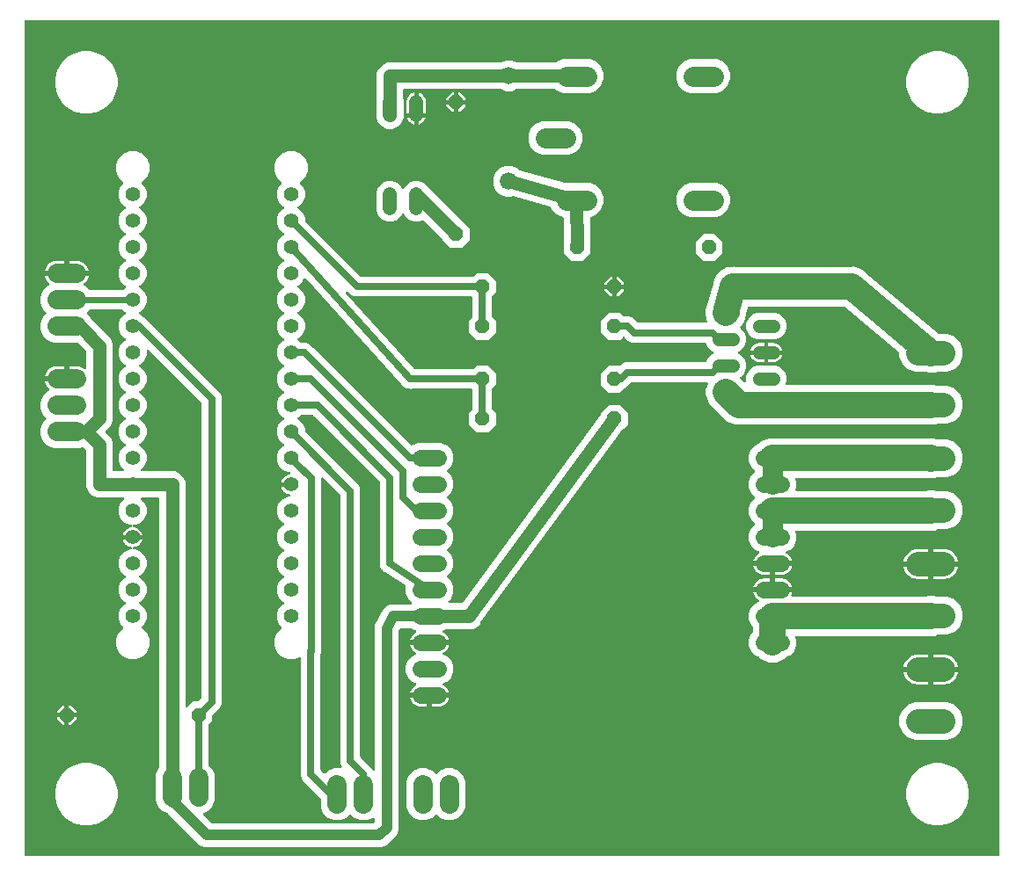
<source format=gbr>
G04 EAGLE Gerber X2 export*
%TF.Part,Single*%
%TF.FileFunction,Copper,L1,Top,Mixed*%
%TF.FilePolarity,Positive*%
%TF.GenerationSoftware,Autodesk,EAGLE,9.1.3*%
%TF.CreationDate,2018-09-15T00:02:42Z*%
G75*
%MOMM*%
%FSLAX34Y34*%
%LPD*%
%AMOC8*
5,1,8,0,0,1.08239X$1,22.5*%
G01*
%ADD10C,1.308000*%
%ADD11P,1.429621X8X22.500000*%
%ADD12C,1.981200*%
%ADD13C,1.676400*%
%ADD14C,2.400000*%
%ADD15C,1.648500*%
%ADD16C,1.408000*%
%ADD17P,1.429621X8X202.500000*%
%ADD18C,1.320800*%
%ADD19P,1.429621X8X292.500000*%
%ADD20C,1.879600*%
%ADD21P,0.818720X8X22.500000*%
%ADD22C,0.756400*%
%ADD23C,2.540000*%
%ADD24C,1.270000*%
%ADD25C,0.635000*%
%ADD26C,1.905000*%
%ADD27C,1.016000*%
%ADD28C,0.609600*%

G36*
X1512688Y73676D02*
X1512688Y73676D01*
X1512807Y73683D01*
X1512845Y73696D01*
X1512886Y73701D01*
X1512996Y73744D01*
X1513109Y73781D01*
X1513144Y73803D01*
X1513181Y73818D01*
X1513277Y73887D01*
X1513378Y73951D01*
X1513406Y73981D01*
X1513439Y74004D01*
X1513515Y74096D01*
X1513596Y74183D01*
X1513616Y74218D01*
X1513641Y74249D01*
X1513692Y74357D01*
X1513750Y74461D01*
X1513760Y74501D01*
X1513777Y74537D01*
X1513799Y74654D01*
X1513829Y74769D01*
X1513833Y74829D01*
X1513837Y74849D01*
X1513835Y74870D01*
X1513839Y74930D01*
X1513839Y877570D01*
X1513824Y877688D01*
X1513817Y877807D01*
X1513804Y877845D01*
X1513799Y877886D01*
X1513756Y877996D01*
X1513719Y878109D01*
X1513697Y878144D01*
X1513682Y878181D01*
X1513613Y878277D01*
X1513549Y878378D01*
X1513519Y878406D01*
X1513496Y878439D01*
X1513404Y878515D01*
X1513317Y878596D01*
X1513282Y878616D01*
X1513251Y878641D01*
X1513143Y878692D01*
X1513039Y878750D01*
X1512999Y878760D01*
X1512963Y878777D01*
X1512846Y878799D01*
X1512731Y878829D01*
X1512671Y878833D01*
X1512651Y878837D01*
X1512630Y878835D01*
X1512570Y878839D01*
X576580Y878839D01*
X576462Y878824D01*
X576343Y878817D01*
X576305Y878804D01*
X576264Y878799D01*
X576154Y878756D01*
X576041Y878719D01*
X576006Y878697D01*
X575969Y878682D01*
X575873Y878613D01*
X575772Y878549D01*
X575744Y878519D01*
X575711Y878496D01*
X575635Y878404D01*
X575554Y878317D01*
X575534Y878282D01*
X575509Y878251D01*
X575458Y878143D01*
X575400Y878039D01*
X575390Y877999D01*
X575373Y877963D01*
X575351Y877846D01*
X575321Y877731D01*
X575317Y877671D01*
X575313Y877651D01*
X575315Y877630D01*
X575311Y877570D01*
X575311Y74930D01*
X575326Y74812D01*
X575333Y74693D01*
X575346Y74655D01*
X575351Y74614D01*
X575394Y74504D01*
X575431Y74391D01*
X575453Y74356D01*
X575468Y74319D01*
X575537Y74223D01*
X575601Y74122D01*
X575631Y74094D01*
X575654Y74061D01*
X575746Y73985D01*
X575833Y73904D01*
X575868Y73884D01*
X575899Y73859D01*
X576007Y73808D01*
X576111Y73750D01*
X576151Y73740D01*
X576187Y73723D01*
X576304Y73701D01*
X576419Y73671D01*
X576479Y73667D01*
X576499Y73663D01*
X576520Y73665D01*
X576580Y73661D01*
X1512570Y73661D01*
X1512688Y73676D01*
G37*
%LPC*%
G36*
X748296Y82549D02*
X748296Y82549D01*
X744095Y84289D01*
X740701Y87684D01*
X713600Y114784D01*
X713593Y114790D01*
X713587Y114797D01*
X713467Y114887D01*
X713349Y114979D01*
X713340Y114983D01*
X713333Y114989D01*
X713188Y115059D01*
X710155Y116316D01*
X710117Y116334D01*
X708629Y116951D01*
X704199Y121381D01*
X701801Y127169D01*
X701801Y152231D01*
X704199Y158019D01*
X704478Y158298D01*
X704538Y158376D01*
X704606Y158448D01*
X704635Y158501D01*
X704672Y158549D01*
X704712Y158640D01*
X704760Y158726D01*
X704775Y158785D01*
X704799Y158841D01*
X704814Y158939D01*
X704839Y159034D01*
X704845Y159134D01*
X704849Y159155D01*
X704847Y159167D01*
X704849Y159195D01*
X704849Y417830D01*
X704834Y417948D01*
X704827Y418067D01*
X704814Y418105D01*
X704809Y418146D01*
X704766Y418256D01*
X704729Y418369D01*
X704707Y418404D01*
X704692Y418441D01*
X704623Y418537D01*
X704559Y418638D01*
X704529Y418666D01*
X704506Y418699D01*
X704414Y418775D01*
X704327Y418856D01*
X704292Y418876D01*
X704261Y418901D01*
X704153Y418952D01*
X704049Y419010D01*
X704009Y419020D01*
X703973Y419037D01*
X703856Y419059D01*
X703741Y419089D01*
X703681Y419093D01*
X703661Y419097D01*
X703640Y419095D01*
X703580Y419099D01*
X688752Y419099D01*
X688615Y419082D01*
X688476Y419069D01*
X688457Y419062D01*
X688437Y419059D01*
X688308Y419008D01*
X688177Y418961D01*
X688160Y418950D01*
X688141Y418942D01*
X688029Y418861D01*
X687914Y418783D01*
X687900Y418767D01*
X687884Y418756D01*
X687795Y418648D01*
X687703Y418544D01*
X687694Y418526D01*
X687681Y418511D01*
X687622Y418385D01*
X687558Y418261D01*
X687554Y418241D01*
X687545Y418223D01*
X687519Y418087D01*
X687489Y417951D01*
X687489Y417930D01*
X687486Y417911D01*
X687494Y417772D01*
X687498Y417633D01*
X687504Y417613D01*
X687505Y417593D01*
X687548Y417461D01*
X687587Y417327D01*
X687597Y417310D01*
X687603Y417291D01*
X687678Y417173D01*
X687748Y417053D01*
X687767Y417032D01*
X687774Y417022D01*
X687789Y417008D01*
X687855Y416933D01*
X690802Y413985D01*
X692841Y409064D01*
X692841Y403736D01*
X690802Y398815D01*
X687035Y395048D01*
X682114Y393009D01*
X680998Y393009D01*
X680939Y393002D01*
X680879Y393004D01*
X680782Y392982D01*
X680683Y392969D01*
X680627Y392947D01*
X680568Y392934D01*
X680480Y392889D01*
X680387Y392852D01*
X680338Y392817D01*
X680285Y392790D01*
X680210Y392724D01*
X680130Y392666D01*
X680091Y392619D01*
X680046Y392580D01*
X679990Y392497D01*
X679927Y392421D01*
X679901Y392366D01*
X679867Y392317D01*
X679834Y392223D01*
X679791Y392133D01*
X679780Y392074D01*
X679760Y392018D01*
X679750Y391918D01*
X679731Y391821D01*
X679735Y391761D01*
X679729Y391701D01*
X679745Y391603D01*
X679751Y391503D01*
X679770Y391446D01*
X679779Y391387D01*
X679818Y391295D01*
X679849Y391201D01*
X679881Y391150D01*
X679905Y391095D01*
X679966Y391016D01*
X680019Y390932D01*
X680063Y390891D01*
X680100Y390843D01*
X680178Y390782D01*
X680251Y390714D01*
X680303Y390685D01*
X680351Y390648D01*
X680442Y390609D01*
X680529Y390560D01*
X680587Y390545D01*
X680642Y390522D01*
X680800Y390486D01*
X681694Y390345D01*
X683128Y389879D01*
X684471Y389194D01*
X685182Y388678D01*
X685691Y388308D01*
X686758Y387241D01*
X687644Y386021D01*
X688329Y384678D01*
X688793Y383249D01*
X680430Y383249D01*
X680312Y383234D01*
X680193Y383227D01*
X680155Y383214D01*
X680115Y383209D01*
X680004Y383166D01*
X679891Y383129D01*
X679857Y383107D01*
X679819Y383092D01*
X679723Y383023D01*
X679622Y382959D01*
X679594Y382929D01*
X679562Y382906D01*
X679486Y382814D01*
X679454Y382780D01*
X679449Y382788D01*
X679419Y382816D01*
X679395Y382849D01*
X679304Y382925D01*
X679217Y383006D01*
X679182Y383026D01*
X679150Y383051D01*
X679043Y383102D01*
X678938Y383160D01*
X678899Y383170D01*
X678863Y383187D01*
X678746Y383209D01*
X678630Y383239D01*
X678570Y383243D01*
X678550Y383247D01*
X678530Y383245D01*
X678470Y383249D01*
X670107Y383249D01*
X670571Y384678D01*
X671256Y386021D01*
X672142Y387241D01*
X673209Y388308D01*
X674429Y389194D01*
X675772Y389879D01*
X677206Y390345D01*
X678100Y390486D01*
X678158Y390503D01*
X678217Y390511D01*
X678310Y390547D01*
X678406Y390575D01*
X678457Y390606D01*
X678513Y390628D01*
X678594Y390686D01*
X678680Y390737D01*
X678722Y390779D01*
X678770Y390814D01*
X678834Y390891D01*
X678905Y390962D01*
X678935Y391013D01*
X678973Y391059D01*
X679016Y391150D01*
X679067Y391235D01*
X679083Y391293D01*
X679109Y391347D01*
X679128Y391445D01*
X679155Y391541D01*
X679157Y391601D01*
X679169Y391660D01*
X679162Y391759D01*
X679166Y391859D01*
X679153Y391917D01*
X679149Y391977D01*
X679118Y392072D01*
X679096Y392169D01*
X679069Y392222D01*
X679051Y392279D01*
X678998Y392364D01*
X678952Y392453D01*
X678913Y392498D01*
X678881Y392548D01*
X678808Y392616D01*
X678742Y392691D01*
X678693Y392725D01*
X678649Y392766D01*
X678562Y392814D01*
X678479Y392870D01*
X678423Y392891D01*
X678371Y392920D01*
X678274Y392944D01*
X678180Y392978D01*
X678121Y392984D01*
X678063Y392999D01*
X677902Y393009D01*
X676786Y393009D01*
X671865Y395048D01*
X668098Y398815D01*
X666059Y403736D01*
X666059Y409064D01*
X668098Y413985D01*
X671045Y416933D01*
X671130Y417042D01*
X671219Y417149D01*
X671228Y417168D01*
X671240Y417184D01*
X671296Y417312D01*
X671355Y417437D01*
X671358Y417457D01*
X671366Y417476D01*
X671388Y417614D01*
X671414Y417750D01*
X671413Y417770D01*
X671416Y417790D01*
X671403Y417929D01*
X671395Y418067D01*
X671388Y418086D01*
X671386Y418106D01*
X671339Y418238D01*
X671297Y418369D01*
X671286Y418387D01*
X671279Y418406D01*
X671201Y418521D01*
X671126Y418638D01*
X671112Y418652D01*
X671100Y418669D01*
X670996Y418761D01*
X670895Y418856D01*
X670877Y418866D01*
X670862Y418879D01*
X670738Y418943D01*
X670616Y419010D01*
X670597Y419015D01*
X670579Y419024D01*
X670443Y419054D01*
X670308Y419089D01*
X670280Y419091D01*
X670268Y419094D01*
X670248Y419093D01*
X670148Y419099D01*
X645174Y419099D01*
X640506Y421033D01*
X636933Y424606D01*
X634999Y429274D01*
X634999Y464113D01*
X634987Y464212D01*
X634984Y464311D01*
X634967Y464369D01*
X634959Y464429D01*
X634923Y464521D01*
X634895Y464616D01*
X634865Y464668D01*
X634842Y464725D01*
X634784Y464805D01*
X634734Y464890D01*
X634668Y464966D01*
X634656Y464982D01*
X634646Y464990D01*
X634628Y465011D01*
X632126Y467513D01*
X632102Y467531D01*
X632083Y467554D01*
X631977Y467628D01*
X631874Y467708D01*
X631847Y467720D01*
X631823Y467737D01*
X631702Y467783D01*
X631582Y467834D01*
X631553Y467839D01*
X631526Y467849D01*
X631397Y467864D01*
X631268Y467884D01*
X631239Y467881D01*
X631210Y467885D01*
X631081Y467866D01*
X630952Y467854D01*
X630924Y467844D01*
X630895Y467840D01*
X630742Y467788D01*
X628481Y466851D01*
X603419Y466851D01*
X597631Y469249D01*
X593201Y473679D01*
X590803Y479467D01*
X590803Y485733D01*
X593201Y491521D01*
X596082Y494403D01*
X596156Y494497D01*
X596234Y494586D01*
X596253Y494622D01*
X596277Y494654D01*
X596325Y494763D01*
X596379Y494869D01*
X596388Y494908D01*
X596404Y494946D01*
X596422Y495063D01*
X596448Y495179D01*
X596447Y495220D01*
X596454Y495260D01*
X596442Y495378D01*
X596439Y495497D01*
X596428Y495536D01*
X596424Y495576D01*
X596383Y495689D01*
X596350Y495803D01*
X596330Y495838D01*
X596316Y495876D01*
X596249Y495974D01*
X596189Y496077D01*
X596149Y496122D01*
X596138Y496139D01*
X596122Y496152D01*
X596082Y496198D01*
X593201Y499079D01*
X590803Y504867D01*
X590803Y511133D01*
X593201Y516921D01*
X597631Y521351D01*
X598845Y521854D01*
X598974Y521927D01*
X599105Y521999D01*
X599112Y522006D01*
X599121Y522011D01*
X599228Y522115D01*
X599337Y522217D01*
X599342Y522226D01*
X599350Y522233D01*
X599427Y522359D01*
X599507Y522485D01*
X599510Y522495D01*
X599516Y522504D01*
X599560Y522646D01*
X599606Y522788D01*
X599606Y522798D01*
X599609Y522808D01*
X599617Y522957D01*
X599626Y523105D01*
X599624Y523115D01*
X599625Y523125D01*
X599594Y523272D01*
X599567Y523417D01*
X599562Y523427D01*
X599560Y523437D01*
X599495Y523571D01*
X599432Y523705D01*
X599425Y523713D01*
X599421Y523723D01*
X599323Y523836D01*
X599229Y523951D01*
X599218Y523960D01*
X599214Y523965D01*
X599202Y523973D01*
X599105Y524053D01*
X598774Y524294D01*
X597446Y525622D01*
X596341Y527143D01*
X595488Y528817D01*
X594907Y530604D01*
X594867Y530861D01*
X614680Y530861D01*
X614798Y530876D01*
X614917Y530883D01*
X614955Y530896D01*
X614995Y530901D01*
X615106Y530944D01*
X615219Y530981D01*
X615253Y531003D01*
X615291Y531018D01*
X615387Y531088D01*
X615488Y531151D01*
X615516Y531181D01*
X615548Y531204D01*
X615624Y531296D01*
X615706Y531383D01*
X615725Y531418D01*
X615751Y531449D01*
X615802Y531557D01*
X615859Y531661D01*
X615870Y531701D01*
X615887Y531737D01*
X615909Y531854D01*
X615939Y531969D01*
X615943Y532030D01*
X615947Y532050D01*
X615945Y532070D01*
X615949Y532130D01*
X615949Y533401D01*
X617220Y533401D01*
X617338Y533416D01*
X617457Y533423D01*
X617495Y533436D01*
X617535Y533441D01*
X617646Y533485D01*
X617759Y533521D01*
X617794Y533543D01*
X617831Y533558D01*
X617927Y533628D01*
X618028Y533691D01*
X618056Y533721D01*
X618089Y533745D01*
X618164Y533836D01*
X618246Y533923D01*
X618266Y533958D01*
X618291Y533990D01*
X618342Y534097D01*
X618400Y534202D01*
X618410Y534241D01*
X618427Y534277D01*
X618449Y534394D01*
X618479Y534509D01*
X618483Y534570D01*
X618487Y534590D01*
X618485Y534610D01*
X618489Y534670D01*
X618489Y545339D01*
X626288Y545339D01*
X628144Y545045D01*
X629931Y544464D01*
X631605Y543611D01*
X632984Y542609D01*
X633019Y542590D01*
X633049Y542565D01*
X633158Y542514D01*
X633263Y542456D01*
X633301Y542446D01*
X633337Y542429D01*
X633454Y542407D01*
X633571Y542377D01*
X633611Y542377D01*
X633650Y542369D01*
X633769Y542377D01*
X633889Y542377D01*
X633927Y542387D01*
X633967Y542389D01*
X634081Y542426D01*
X634197Y542456D01*
X634232Y542475D01*
X634269Y542487D01*
X634371Y542551D01*
X634475Y542609D01*
X634504Y542636D01*
X634538Y542657D01*
X634620Y542745D01*
X634707Y542826D01*
X634729Y542860D01*
X634756Y542889D01*
X634814Y542994D01*
X634878Y543095D01*
X634890Y543133D01*
X634910Y543167D01*
X634939Y543283D01*
X634977Y543397D01*
X634979Y543437D01*
X634989Y543475D01*
X634999Y543636D01*
X634999Y559363D01*
X634987Y559462D01*
X634984Y559561D01*
X634967Y559619D01*
X634959Y559679D01*
X634923Y559771D01*
X634895Y559866D01*
X634865Y559918D01*
X634842Y559975D01*
X634784Y560055D01*
X634734Y560140D01*
X634668Y560216D01*
X634656Y560232D01*
X634646Y560240D01*
X634628Y560261D01*
X626809Y568080D01*
X626731Y568140D01*
X626659Y568208D01*
X626606Y568237D01*
X626558Y568274D01*
X626467Y568314D01*
X626380Y568362D01*
X626322Y568377D01*
X626266Y568401D01*
X626168Y568416D01*
X626072Y568441D01*
X625972Y568447D01*
X625952Y568451D01*
X625939Y568449D01*
X625911Y568451D01*
X603419Y568451D01*
X597631Y570849D01*
X593201Y575279D01*
X590803Y581067D01*
X590803Y587333D01*
X593201Y593121D01*
X596082Y596003D01*
X596156Y596097D01*
X596234Y596186D01*
X596253Y596222D01*
X596277Y596254D01*
X596325Y596363D01*
X596379Y596469D01*
X596388Y596508D01*
X596404Y596546D01*
X596422Y596663D01*
X596448Y596779D01*
X596447Y596820D01*
X596454Y596860D01*
X596442Y596978D01*
X596439Y597097D01*
X596428Y597136D01*
X596424Y597176D01*
X596383Y597289D01*
X596350Y597403D01*
X596330Y597438D01*
X596316Y597476D01*
X596249Y597574D01*
X596189Y597677D01*
X596149Y597722D01*
X596138Y597739D01*
X596122Y597752D01*
X596082Y597798D01*
X593201Y600679D01*
X590803Y606467D01*
X590803Y612733D01*
X593201Y618521D01*
X597631Y622951D01*
X598845Y623454D01*
X598974Y623527D01*
X599105Y623599D01*
X599112Y623606D01*
X599121Y623611D01*
X599228Y623715D01*
X599337Y623817D01*
X599342Y623826D01*
X599350Y623833D01*
X599427Y623959D01*
X599507Y624085D01*
X599510Y624095D01*
X599516Y624104D01*
X599560Y624246D01*
X599606Y624388D01*
X599606Y624398D01*
X599609Y624408D01*
X599617Y624557D01*
X599626Y624705D01*
X599624Y624715D01*
X599625Y624725D01*
X599594Y624872D01*
X599567Y625017D01*
X599562Y625027D01*
X599560Y625037D01*
X599495Y625171D01*
X599432Y625305D01*
X599425Y625313D01*
X599421Y625323D01*
X599323Y625436D01*
X599229Y625551D01*
X599218Y625560D01*
X599214Y625565D01*
X599202Y625573D01*
X599105Y625653D01*
X598774Y625894D01*
X597446Y627222D01*
X596341Y628743D01*
X595488Y630417D01*
X594907Y632204D01*
X594867Y632461D01*
X614680Y632461D01*
X614798Y632476D01*
X614917Y632483D01*
X614955Y632496D01*
X614995Y632501D01*
X615106Y632544D01*
X615219Y632581D01*
X615253Y632603D01*
X615291Y632618D01*
X615387Y632688D01*
X615488Y632751D01*
X615516Y632781D01*
X615548Y632804D01*
X615624Y632896D01*
X615706Y632983D01*
X615725Y633018D01*
X615751Y633049D01*
X615802Y633157D01*
X615859Y633261D01*
X615870Y633301D01*
X615887Y633337D01*
X615909Y633454D01*
X615939Y633569D01*
X615943Y633630D01*
X615947Y633650D01*
X615945Y633670D01*
X615949Y633730D01*
X615949Y635001D01*
X615951Y635001D01*
X615951Y633730D01*
X615966Y633612D01*
X615973Y633493D01*
X615986Y633455D01*
X615991Y633414D01*
X616035Y633304D01*
X616071Y633191D01*
X616093Y633156D01*
X616108Y633119D01*
X616178Y633023D01*
X616241Y632922D01*
X616271Y632894D01*
X616295Y632861D01*
X616386Y632786D01*
X616473Y632704D01*
X616508Y632684D01*
X616540Y632659D01*
X616647Y632608D01*
X616752Y632550D01*
X616791Y632540D01*
X616827Y632523D01*
X616944Y632501D01*
X617059Y632471D01*
X617120Y632467D01*
X617140Y632463D01*
X617160Y632465D01*
X617220Y632461D01*
X637033Y632461D01*
X636993Y632204D01*
X636412Y630417D01*
X635559Y628743D01*
X634454Y627222D01*
X633126Y625894D01*
X632795Y625653D01*
X632685Y625551D01*
X632576Y625451D01*
X632571Y625443D01*
X632563Y625436D01*
X632483Y625309D01*
X632401Y625186D01*
X632398Y625176D01*
X632393Y625167D01*
X632347Y625026D01*
X632298Y624885D01*
X632297Y624875D01*
X632294Y624865D01*
X632285Y624716D01*
X632273Y624568D01*
X632275Y624558D01*
X632274Y624547D01*
X632302Y624400D01*
X632327Y624254D01*
X632332Y624245D01*
X632334Y624235D01*
X632397Y624100D01*
X632458Y623964D01*
X632464Y623956D01*
X632469Y623947D01*
X632563Y623833D01*
X632657Y623716D01*
X632665Y623710D01*
X632671Y623702D01*
X632791Y623615D01*
X632911Y623525D01*
X632923Y623519D01*
X632928Y623515D01*
X632942Y623509D01*
X633055Y623454D01*
X634269Y622951D01*
X637850Y619370D01*
X637928Y619310D01*
X638000Y619242D01*
X638053Y619213D01*
X638101Y619176D01*
X638192Y619136D01*
X638278Y619088D01*
X638337Y619073D01*
X638393Y619049D01*
X638491Y619034D01*
X638586Y619009D01*
X638686Y619003D01*
X638707Y618999D01*
X638719Y619001D01*
X638747Y618999D01*
X669386Y618999D01*
X669484Y619011D01*
X669583Y619014D01*
X669641Y619031D01*
X669701Y619039D01*
X669793Y619075D01*
X669888Y619103D01*
X669941Y619133D01*
X669997Y619156D01*
X670077Y619214D01*
X670162Y619264D01*
X670238Y619330D01*
X670254Y619342D01*
X670262Y619352D01*
X670283Y619370D01*
X671865Y620952D01*
X672288Y621127D01*
X672409Y621196D01*
X672532Y621261D01*
X672547Y621275D01*
X672564Y621285D01*
X672664Y621382D01*
X672767Y621475D01*
X672778Y621492D01*
X672793Y621506D01*
X672865Y621624D01*
X672942Y621741D01*
X672948Y621760D01*
X672959Y621777D01*
X673000Y621910D01*
X673045Y622042D01*
X673046Y622062D01*
X673052Y622081D01*
X673059Y622220D01*
X673070Y622359D01*
X673067Y622379D01*
X673068Y622399D01*
X673039Y622535D01*
X673016Y622672D01*
X673007Y622691D01*
X673003Y622710D01*
X672942Y622836D01*
X672885Y622962D01*
X672872Y622978D01*
X672864Y622996D01*
X672773Y623102D01*
X672686Y623211D01*
X672670Y623223D01*
X672657Y623238D01*
X672543Y623318D01*
X672432Y623402D01*
X672407Y623414D01*
X672397Y623421D01*
X672378Y623428D01*
X672288Y623473D01*
X671865Y623648D01*
X668098Y627415D01*
X666059Y632336D01*
X666059Y637664D01*
X668098Y642585D01*
X671865Y646352D01*
X672288Y646527D01*
X672409Y646596D01*
X672532Y646661D01*
X672547Y646675D01*
X672564Y646685D01*
X672664Y646782D01*
X672767Y646875D01*
X672778Y646892D01*
X672793Y646906D01*
X672865Y647024D01*
X672942Y647141D01*
X672948Y647160D01*
X672959Y647177D01*
X673000Y647310D01*
X673045Y647442D01*
X673046Y647462D01*
X673052Y647481D01*
X673059Y647620D01*
X673070Y647759D01*
X673067Y647779D01*
X673068Y647799D01*
X673039Y647935D01*
X673016Y648072D01*
X673007Y648091D01*
X673003Y648110D01*
X672942Y648236D01*
X672885Y648362D01*
X672872Y648378D01*
X672864Y648396D01*
X672773Y648502D01*
X672686Y648611D01*
X672670Y648623D01*
X672657Y648638D01*
X672543Y648718D01*
X672432Y648802D01*
X672407Y648814D01*
X672397Y648821D01*
X672378Y648828D01*
X672288Y648873D01*
X671865Y649048D01*
X668098Y652815D01*
X666059Y657736D01*
X666059Y663064D01*
X668098Y667985D01*
X671865Y671752D01*
X672288Y671927D01*
X672409Y671996D01*
X672532Y672061D01*
X672547Y672075D01*
X672564Y672085D01*
X672664Y672182D01*
X672767Y672275D01*
X672778Y672292D01*
X672793Y672306D01*
X672865Y672424D01*
X672942Y672541D01*
X672948Y672560D01*
X672959Y672577D01*
X673000Y672710D01*
X673045Y672842D01*
X673046Y672862D01*
X673052Y672881D01*
X673059Y673020D01*
X673070Y673159D01*
X673067Y673179D01*
X673068Y673199D01*
X673039Y673335D01*
X673016Y673472D01*
X673007Y673491D01*
X673003Y673510D01*
X672942Y673636D01*
X672885Y673762D01*
X672872Y673778D01*
X672864Y673796D01*
X672773Y673902D01*
X672686Y674011D01*
X672670Y674023D01*
X672657Y674038D01*
X672543Y674118D01*
X672432Y674202D01*
X672407Y674214D01*
X672397Y674221D01*
X672378Y674228D01*
X672288Y674273D01*
X671865Y674448D01*
X668098Y678215D01*
X666059Y683136D01*
X666059Y688464D01*
X668098Y693385D01*
X671865Y697152D01*
X672288Y697327D01*
X672409Y697396D01*
X672532Y697461D01*
X672547Y697475D01*
X672564Y697485D01*
X672664Y697582D01*
X672767Y697675D01*
X672778Y697692D01*
X672793Y697706D01*
X672865Y697824D01*
X672942Y697941D01*
X672948Y697960D01*
X672959Y697977D01*
X673000Y698110D01*
X673045Y698242D01*
X673046Y698262D01*
X673052Y698281D01*
X673059Y698420D01*
X673070Y698559D01*
X673067Y698579D01*
X673068Y698599D01*
X673039Y698735D01*
X673016Y698872D01*
X673007Y698891D01*
X673003Y698910D01*
X672942Y699036D01*
X672885Y699162D01*
X672872Y699178D01*
X672864Y699196D01*
X672773Y699302D01*
X672686Y699411D01*
X672670Y699423D01*
X672657Y699438D01*
X672543Y699518D01*
X672432Y699602D01*
X672407Y699614D01*
X672397Y699621D01*
X672378Y699628D01*
X672288Y699673D01*
X671865Y699848D01*
X668098Y703615D01*
X666059Y708536D01*
X666059Y713864D01*
X668098Y718785D01*
X670356Y721044D01*
X670430Y721138D01*
X670508Y721227D01*
X670527Y721263D01*
X670551Y721295D01*
X670599Y721405D01*
X670653Y721510D01*
X670662Y721550D01*
X670678Y721587D01*
X670696Y721705D01*
X670722Y721821D01*
X670721Y721861D01*
X670728Y721901D01*
X670716Y722020D01*
X670713Y722139D01*
X670702Y722177D01*
X670698Y722218D01*
X670657Y722330D01*
X670624Y722444D01*
X670604Y722479D01*
X670590Y722517D01*
X670523Y722616D01*
X670463Y722718D01*
X670423Y722763D01*
X670412Y722780D01*
X670396Y722794D01*
X670356Y722839D01*
X665750Y727446D01*
X663289Y733385D01*
X663289Y739815D01*
X665750Y745754D01*
X670296Y750300D01*
X676235Y752761D01*
X682665Y752761D01*
X688604Y750300D01*
X693150Y745754D01*
X695611Y739815D01*
X695611Y733385D01*
X693150Y727446D01*
X688544Y722839D01*
X688470Y722745D01*
X688392Y722656D01*
X688373Y722620D01*
X688349Y722588D01*
X688301Y722478D01*
X688247Y722372D01*
X688238Y722333D01*
X688222Y722296D01*
X688204Y722178D01*
X688178Y722062D01*
X688179Y722022D01*
X688172Y721982D01*
X688184Y721863D01*
X688187Y721744D01*
X688198Y721705D01*
X688202Y721665D01*
X688243Y721553D01*
X688276Y721439D01*
X688296Y721404D01*
X688310Y721366D01*
X688377Y721267D01*
X688437Y721165D01*
X688477Y721119D01*
X688488Y721103D01*
X688504Y721089D01*
X688544Y721044D01*
X690802Y718785D01*
X692841Y713864D01*
X692841Y708536D01*
X690802Y703615D01*
X687035Y699848D01*
X686612Y699673D01*
X686491Y699604D01*
X686368Y699539D01*
X686353Y699525D01*
X686336Y699515D01*
X686236Y699418D01*
X686133Y699325D01*
X686122Y699308D01*
X686108Y699294D01*
X686035Y699176D01*
X685958Y699059D01*
X685952Y699040D01*
X685941Y699023D01*
X685900Y698890D01*
X685855Y698758D01*
X685854Y698738D01*
X685848Y698719D01*
X685841Y698580D01*
X685830Y698441D01*
X685833Y698421D01*
X685832Y698401D01*
X685861Y698265D01*
X685884Y698128D01*
X685893Y698109D01*
X685897Y698090D01*
X685958Y697965D01*
X686015Y697838D01*
X686028Y697822D01*
X686036Y697804D01*
X686127Y697698D01*
X686214Y697590D01*
X686230Y697577D01*
X686243Y697562D01*
X686356Y697482D01*
X686468Y697398D01*
X686493Y697386D01*
X686503Y697379D01*
X686522Y697372D01*
X686612Y697327D01*
X687035Y697152D01*
X690802Y693385D01*
X692841Y688464D01*
X692841Y683136D01*
X690802Y678215D01*
X687035Y674448D01*
X686612Y674273D01*
X686491Y674204D01*
X686368Y674139D01*
X686353Y674125D01*
X686336Y674115D01*
X686236Y674018D01*
X686133Y673925D01*
X686122Y673908D01*
X686108Y673894D01*
X686035Y673776D01*
X685958Y673659D01*
X685952Y673640D01*
X685941Y673623D01*
X685900Y673490D01*
X685855Y673358D01*
X685854Y673338D01*
X685848Y673319D01*
X685841Y673180D01*
X685830Y673041D01*
X685833Y673021D01*
X685832Y673001D01*
X685861Y672865D01*
X685884Y672728D01*
X685893Y672709D01*
X685897Y672690D01*
X685958Y672565D01*
X686015Y672438D01*
X686028Y672422D01*
X686036Y672404D01*
X686127Y672298D01*
X686214Y672190D01*
X686230Y672177D01*
X686243Y672162D01*
X686356Y672082D01*
X686468Y671998D01*
X686493Y671986D01*
X686503Y671979D01*
X686522Y671972D01*
X686612Y671927D01*
X687035Y671752D01*
X690802Y667985D01*
X692841Y663064D01*
X692841Y657736D01*
X690802Y652815D01*
X687035Y649048D01*
X686612Y648873D01*
X686491Y648804D01*
X686368Y648739D01*
X686353Y648725D01*
X686336Y648715D01*
X686236Y648618D01*
X686133Y648525D01*
X686122Y648508D01*
X686108Y648494D01*
X686035Y648376D01*
X685958Y648259D01*
X685952Y648240D01*
X685941Y648223D01*
X685900Y648090D01*
X685855Y647958D01*
X685854Y647938D01*
X685848Y647919D01*
X685841Y647780D01*
X685830Y647641D01*
X685833Y647621D01*
X685832Y647601D01*
X685861Y647465D01*
X685884Y647328D01*
X685893Y647309D01*
X685897Y647290D01*
X685958Y647165D01*
X686015Y647038D01*
X686028Y647022D01*
X686036Y647004D01*
X686127Y646898D01*
X686214Y646790D01*
X686230Y646777D01*
X686243Y646762D01*
X686356Y646682D01*
X686468Y646598D01*
X686493Y646586D01*
X686503Y646579D01*
X686522Y646572D01*
X686612Y646527D01*
X687035Y646352D01*
X690802Y642585D01*
X692841Y637664D01*
X692841Y632336D01*
X690802Y627415D01*
X687035Y623648D01*
X686612Y623473D01*
X686491Y623404D01*
X686368Y623339D01*
X686353Y623325D01*
X686336Y623315D01*
X686236Y623218D01*
X686133Y623125D01*
X686122Y623108D01*
X686108Y623094D01*
X686035Y622976D01*
X685958Y622859D01*
X685952Y622840D01*
X685941Y622823D01*
X685900Y622690D01*
X685855Y622558D01*
X685854Y622538D01*
X685848Y622519D01*
X685841Y622380D01*
X685830Y622241D01*
X685833Y622221D01*
X685832Y622201D01*
X685861Y622065D01*
X685884Y621928D01*
X685893Y621909D01*
X685897Y621890D01*
X685958Y621765D01*
X686015Y621638D01*
X686028Y621622D01*
X686036Y621604D01*
X686127Y621498D01*
X686214Y621390D01*
X686230Y621377D01*
X686243Y621362D01*
X686356Y621282D01*
X686468Y621198D01*
X686493Y621186D01*
X686503Y621179D01*
X686522Y621172D01*
X686612Y621127D01*
X687035Y620952D01*
X690802Y617185D01*
X692841Y612264D01*
X692841Y606936D01*
X690802Y602015D01*
X687035Y598248D01*
X686612Y598073D01*
X686491Y598004D01*
X686368Y597939D01*
X686353Y597925D01*
X686336Y597915D01*
X686236Y597818D01*
X686133Y597725D01*
X686122Y597708D01*
X686108Y597694D01*
X686035Y597576D01*
X685958Y597459D01*
X685952Y597440D01*
X685941Y597423D01*
X685900Y597290D01*
X685855Y597158D01*
X685854Y597138D01*
X685848Y597119D01*
X685841Y596980D01*
X685830Y596841D01*
X685833Y596821D01*
X685832Y596801D01*
X685861Y596665D01*
X685884Y596528D01*
X685893Y596509D01*
X685897Y596490D01*
X685958Y596365D01*
X686015Y596238D01*
X686028Y596222D01*
X686036Y596204D01*
X686127Y596098D01*
X686214Y595990D01*
X686230Y595977D01*
X686243Y595962D01*
X686356Y595882D01*
X686468Y595798D01*
X686493Y595786D01*
X686503Y595779D01*
X686522Y595772D01*
X686612Y595727D01*
X687035Y595552D01*
X689508Y593079D01*
X689516Y593073D01*
X689521Y593066D01*
X689641Y592976D01*
X689760Y592884D01*
X689768Y592880D01*
X689775Y592875D01*
X689920Y592804D01*
X691196Y592276D01*
X694054Y589418D01*
X694054Y589417D01*
X763726Y519746D01*
X765176Y516245D01*
X765176Y220355D01*
X763726Y216854D01*
X756276Y209405D01*
X756216Y209327D01*
X756148Y209255D01*
X756119Y209202D01*
X756082Y209154D01*
X756042Y209063D01*
X755994Y208976D01*
X755979Y208918D01*
X755955Y208862D01*
X755940Y208764D01*
X755915Y208668D01*
X755909Y208568D01*
X755905Y208548D01*
X755907Y208536D01*
X755905Y208508D01*
X755905Y204184D01*
X752847Y201127D01*
X752787Y201048D01*
X752719Y200976D01*
X752690Y200923D01*
X752653Y200875D01*
X752613Y200785D01*
X752565Y200698D01*
X752550Y200639D01*
X752526Y200584D01*
X752511Y200486D01*
X752486Y200390D01*
X752480Y200290D01*
X752476Y200270D01*
X752478Y200257D01*
X752476Y200229D01*
X752476Y162370D01*
X752488Y162272D01*
X752491Y162173D01*
X752508Y162115D01*
X752516Y162055D01*
X752552Y161962D01*
X752580Y161867D01*
X752610Y161815D01*
X752633Y161759D01*
X752691Y161679D01*
X752741Y161593D01*
X752807Y161518D01*
X752819Y161501D01*
X752829Y161494D01*
X752847Y161473D01*
X756301Y158019D01*
X758699Y152231D01*
X758699Y127169D01*
X756301Y121381D01*
X751871Y116951D01*
X747894Y115304D01*
X747851Y115279D01*
X747804Y115262D01*
X747713Y115200D01*
X747618Y115146D01*
X747582Y115111D01*
X747541Y115084D01*
X747468Y115001D01*
X747389Y114925D01*
X747363Y114882D01*
X747330Y114845D01*
X747280Y114747D01*
X747223Y114654D01*
X747208Y114606D01*
X747186Y114562D01*
X747162Y114455D01*
X747129Y114350D01*
X747127Y114300D01*
X747116Y114252D01*
X747119Y114142D01*
X747114Y114032D01*
X747124Y113983D01*
X747126Y113934D01*
X747156Y113828D01*
X747178Y113721D01*
X747200Y113676D01*
X747214Y113628D01*
X747270Y113534D01*
X747318Y113435D01*
X747351Y113397D01*
X747376Y113354D01*
X747482Y113233D01*
X754933Y105782D01*
X755011Y105722D01*
X755083Y105654D01*
X755136Y105625D01*
X755184Y105588D01*
X755275Y105548D01*
X755362Y105500D01*
X755420Y105485D01*
X755476Y105461D01*
X755574Y105446D01*
X755670Y105421D01*
X755770Y105415D01*
X755790Y105411D01*
X755803Y105413D01*
X755831Y105411D01*
X911352Y105411D01*
X911470Y105426D01*
X911589Y105433D01*
X911627Y105446D01*
X911668Y105451D01*
X911778Y105494D01*
X911891Y105531D01*
X911926Y105553D01*
X911963Y105568D01*
X912059Y105637D01*
X912160Y105701D01*
X912188Y105731D01*
X912221Y105754D01*
X912297Y105846D01*
X912378Y105933D01*
X912398Y105968D01*
X912423Y105999D01*
X912474Y106107D01*
X912532Y106211D01*
X912542Y106251D01*
X912559Y106287D01*
X912581Y106404D01*
X912611Y106519D01*
X912615Y106579D01*
X912619Y106599D01*
X912617Y106620D01*
X912621Y106680D01*
X912621Y109537D01*
X912604Y109676D01*
X912590Y109815D01*
X912584Y109833D01*
X912581Y109853D01*
X912530Y109983D01*
X912482Y110114D01*
X912472Y110130D01*
X912464Y110148D01*
X912382Y110261D01*
X912304Y110377D01*
X912289Y110390D01*
X912278Y110406D01*
X912170Y110495D01*
X912065Y110587D01*
X912048Y110596D01*
X912033Y110608D01*
X911906Y110668D01*
X911781Y110731D01*
X911762Y110736D01*
X911745Y110744D01*
X911608Y110770D01*
X911471Y110801D01*
X911452Y110800D01*
X911433Y110804D01*
X911293Y110795D01*
X911153Y110791D01*
X911135Y110785D01*
X911115Y110784D01*
X911011Y110750D01*
X911007Y110750D01*
X910975Y110739D01*
X910848Y110702D01*
X910831Y110692D01*
X910813Y110686D01*
X910787Y110670D01*
X904833Y108203D01*
X898567Y108203D01*
X892779Y110601D01*
X889897Y113482D01*
X889803Y113556D01*
X889714Y113634D01*
X889678Y113653D01*
X889646Y113677D01*
X889537Y113725D01*
X889431Y113779D01*
X889392Y113788D01*
X889354Y113804D01*
X889237Y113822D01*
X889121Y113848D01*
X889080Y113847D01*
X889040Y113854D01*
X888922Y113842D01*
X888803Y113839D01*
X888764Y113828D01*
X888724Y113824D01*
X888611Y113783D01*
X888497Y113750D01*
X888462Y113730D01*
X888424Y113716D01*
X888326Y113649D01*
X888223Y113589D01*
X888178Y113549D01*
X888161Y113538D01*
X888148Y113522D01*
X888102Y113482D01*
X885221Y110601D01*
X879433Y108203D01*
X873167Y108203D01*
X867379Y110601D01*
X862949Y115031D01*
X860551Y120819D01*
X860551Y128752D01*
X860539Y128850D01*
X860536Y128949D01*
X860519Y129007D01*
X860511Y129067D01*
X860475Y129159D01*
X860447Y129254D01*
X860417Y129306D01*
X860394Y129363D01*
X860336Y129443D01*
X860286Y129528D01*
X860220Y129604D01*
X860208Y129620D01*
X860198Y129628D01*
X860180Y129649D01*
X842824Y147004D01*
X841374Y150505D01*
X841374Y263953D01*
X841368Y264003D01*
X841370Y264052D01*
X841348Y264160D01*
X841334Y264269D01*
X841316Y264315D01*
X841306Y264364D01*
X841258Y264462D01*
X841217Y264565D01*
X841188Y264605D01*
X841166Y264649D01*
X841095Y264733D01*
X841031Y264822D01*
X840992Y264854D01*
X840960Y264891D01*
X840870Y264955D01*
X840786Y265025D01*
X840741Y265046D01*
X840700Y265074D01*
X840597Y265113D01*
X840498Y265160D01*
X840449Y265170D01*
X840403Y265187D01*
X840293Y265199D01*
X840186Y265220D01*
X840136Y265217D01*
X840087Y265222D01*
X839978Y265207D01*
X839868Y265200D01*
X839821Y265185D01*
X839772Y265178D01*
X839619Y265126D01*
X835065Y263239D01*
X828635Y263239D01*
X822696Y265700D01*
X818150Y270246D01*
X815689Y276185D01*
X815689Y282615D01*
X818150Y288554D01*
X822756Y293161D01*
X822830Y293255D01*
X822908Y293344D01*
X822927Y293380D01*
X822951Y293412D01*
X822999Y293522D01*
X823053Y293628D01*
X823062Y293667D01*
X823078Y293704D01*
X823096Y293822D01*
X823122Y293938D01*
X823121Y293978D01*
X823128Y294018D01*
X823116Y294137D01*
X823113Y294256D01*
X823102Y294295D01*
X823098Y294335D01*
X823057Y294447D01*
X823024Y294561D01*
X823004Y294596D01*
X822990Y294634D01*
X822923Y294733D01*
X822863Y294835D01*
X822823Y294881D01*
X822812Y294897D01*
X822796Y294911D01*
X822756Y294956D01*
X820498Y297215D01*
X818459Y302136D01*
X818459Y307464D01*
X820498Y312385D01*
X824265Y316152D01*
X824688Y316327D01*
X824809Y316396D01*
X824932Y316461D01*
X824947Y316475D01*
X824964Y316485D01*
X825064Y316582D01*
X825167Y316675D01*
X825178Y316692D01*
X825193Y316706D01*
X825265Y316824D01*
X825342Y316941D01*
X825348Y316960D01*
X825359Y316977D01*
X825400Y317110D01*
X825445Y317242D01*
X825446Y317262D01*
X825452Y317281D01*
X825459Y317420D01*
X825470Y317559D01*
X825467Y317579D01*
X825468Y317599D01*
X825439Y317735D01*
X825416Y317872D01*
X825407Y317891D01*
X825403Y317910D01*
X825342Y318036D01*
X825285Y318162D01*
X825272Y318178D01*
X825264Y318196D01*
X825173Y318302D01*
X825086Y318411D01*
X825070Y318423D01*
X825057Y318438D01*
X824943Y318518D01*
X824832Y318602D01*
X824807Y318614D01*
X824797Y318621D01*
X824778Y318628D01*
X824688Y318673D01*
X824265Y318848D01*
X820498Y322615D01*
X818459Y327536D01*
X818459Y332864D01*
X820498Y337785D01*
X824265Y341552D01*
X824688Y341727D01*
X824809Y341796D01*
X824932Y341861D01*
X824947Y341875D01*
X824964Y341885D01*
X825064Y341981D01*
X825167Y342075D01*
X825178Y342092D01*
X825193Y342106D01*
X825265Y342224D01*
X825342Y342341D01*
X825348Y342360D01*
X825359Y342377D01*
X825400Y342510D01*
X825445Y342642D01*
X825446Y342662D01*
X825452Y342681D01*
X825459Y342820D01*
X825470Y342959D01*
X825467Y342979D01*
X825468Y342999D01*
X825439Y343135D01*
X825416Y343272D01*
X825407Y343291D01*
X825403Y343310D01*
X825342Y343436D01*
X825285Y343562D01*
X825272Y343578D01*
X825264Y343596D01*
X825173Y343702D01*
X825086Y343811D01*
X825070Y343823D01*
X825057Y343838D01*
X824943Y343918D01*
X824832Y344002D01*
X824807Y344014D01*
X824797Y344021D01*
X824778Y344028D01*
X824688Y344073D01*
X824265Y344248D01*
X820498Y348015D01*
X818459Y352936D01*
X818459Y358264D01*
X820498Y363185D01*
X824265Y366952D01*
X824688Y367127D01*
X824809Y367196D01*
X824932Y367261D01*
X824947Y367275D01*
X824964Y367285D01*
X825064Y367382D01*
X825167Y367475D01*
X825178Y367492D01*
X825193Y367506D01*
X825265Y367624D01*
X825342Y367741D01*
X825348Y367760D01*
X825359Y367777D01*
X825400Y367910D01*
X825445Y368042D01*
X825446Y368062D01*
X825452Y368081D01*
X825459Y368220D01*
X825470Y368359D01*
X825467Y368379D01*
X825468Y368399D01*
X825439Y368535D01*
X825416Y368672D01*
X825407Y368691D01*
X825403Y368710D01*
X825342Y368836D01*
X825285Y368962D01*
X825272Y368978D01*
X825264Y368996D01*
X825173Y369102D01*
X825086Y369211D01*
X825070Y369223D01*
X825057Y369238D01*
X824943Y369318D01*
X824832Y369402D01*
X824807Y369414D01*
X824797Y369421D01*
X824778Y369428D01*
X824688Y369473D01*
X824265Y369648D01*
X820498Y373415D01*
X818459Y378336D01*
X818459Y383664D01*
X820498Y388585D01*
X824265Y392352D01*
X824688Y392527D01*
X824809Y392596D01*
X824932Y392661D01*
X824947Y392675D01*
X824964Y392685D01*
X825064Y392782D01*
X825167Y392875D01*
X825178Y392892D01*
X825193Y392906D01*
X825265Y393024D01*
X825342Y393141D01*
X825348Y393160D01*
X825359Y393177D01*
X825400Y393310D01*
X825445Y393442D01*
X825446Y393462D01*
X825452Y393481D01*
X825459Y393620D01*
X825470Y393759D01*
X825467Y393779D01*
X825468Y393799D01*
X825439Y393935D01*
X825416Y394072D01*
X825407Y394091D01*
X825403Y394110D01*
X825342Y394236D01*
X825285Y394362D01*
X825272Y394378D01*
X825264Y394396D01*
X825173Y394502D01*
X825086Y394611D01*
X825070Y394623D01*
X825057Y394638D01*
X824943Y394718D01*
X824832Y394802D01*
X824807Y394814D01*
X824797Y394821D01*
X824778Y394828D01*
X824688Y394873D01*
X824265Y395048D01*
X820498Y398815D01*
X818459Y403736D01*
X818459Y409064D01*
X820498Y413985D01*
X824265Y417752D01*
X829186Y419791D01*
X830302Y419791D01*
X830361Y419798D01*
X830421Y419796D01*
X830518Y419818D01*
X830617Y419831D01*
X830673Y419853D01*
X830732Y419866D01*
X830820Y419911D01*
X830913Y419948D01*
X830962Y419983D01*
X831015Y420010D01*
X831090Y420076D01*
X831170Y420134D01*
X831209Y420181D01*
X831254Y420220D01*
X831310Y420303D01*
X831373Y420379D01*
X831399Y420434D01*
X831432Y420483D01*
X831466Y420577D01*
X831509Y420667D01*
X831520Y420726D01*
X831540Y420782D01*
X831550Y420882D01*
X831569Y420979D01*
X831565Y421039D01*
X831571Y421099D01*
X831555Y421198D01*
X831549Y421297D01*
X831530Y421354D01*
X831521Y421413D01*
X831481Y421505D01*
X831451Y421599D01*
X831419Y421650D01*
X831395Y421705D01*
X831334Y421784D01*
X831281Y421868D01*
X831237Y421909D01*
X831200Y421957D01*
X831122Y422018D01*
X831049Y422086D01*
X830996Y422115D01*
X830949Y422152D01*
X830858Y422191D01*
X830770Y422240D01*
X830712Y422255D01*
X830657Y422278D01*
X830500Y422314D01*
X829606Y422455D01*
X828172Y422921D01*
X826829Y423606D01*
X826657Y423730D01*
X826657Y423731D01*
X825609Y424492D01*
X824542Y425559D01*
X823656Y426779D01*
X822971Y428122D01*
X822507Y429551D01*
X830870Y429551D01*
X830988Y429566D01*
X831107Y429573D01*
X831145Y429585D01*
X831185Y429591D01*
X831296Y429634D01*
X831409Y429671D01*
X831443Y429693D01*
X831481Y429708D01*
X831577Y429777D01*
X831678Y429841D01*
X831706Y429871D01*
X831738Y429894D01*
X831814Y429986D01*
X831896Y430073D01*
X831915Y430108D01*
X831941Y430139D01*
X831992Y430247D01*
X832049Y430351D01*
X832059Y430391D01*
X832077Y430427D01*
X832099Y430544D01*
X832129Y430659D01*
X832133Y430719D01*
X832136Y430739D01*
X832135Y430760D01*
X832139Y430820D01*
X832139Y432780D01*
X832124Y432898D01*
X832117Y433017D01*
X832104Y433055D01*
X832099Y433096D01*
X832055Y433206D01*
X832019Y433319D01*
X831997Y433354D01*
X831982Y433391D01*
X831912Y433487D01*
X831849Y433588D01*
X831819Y433616D01*
X831795Y433649D01*
X831704Y433725D01*
X831617Y433806D01*
X831582Y433826D01*
X831550Y433851D01*
X831443Y433902D01*
X831338Y433960D01*
X831299Y433970D01*
X831263Y433987D01*
X831146Y434009D01*
X831030Y434039D01*
X830970Y434043D01*
X830950Y434047D01*
X830930Y434045D01*
X830870Y434049D01*
X822507Y434049D01*
X822971Y435478D01*
X823656Y436821D01*
X824542Y438041D01*
X825609Y439108D01*
X826829Y439994D01*
X828172Y440679D01*
X829606Y441145D01*
X830501Y441286D01*
X830558Y441303D01*
X830618Y441311D01*
X830710Y441347D01*
X830806Y441375D01*
X830858Y441406D01*
X830913Y441428D01*
X830994Y441486D01*
X831080Y441537D01*
X831122Y441579D01*
X831171Y441614D01*
X831234Y441691D01*
X831305Y441762D01*
X831335Y441813D01*
X831373Y441859D01*
X831416Y441950D01*
X831467Y442035D01*
X831483Y442093D01*
X831509Y442147D01*
X831528Y442245D01*
X831556Y442341D01*
X831557Y442401D01*
X831569Y442460D01*
X831563Y442559D01*
X831566Y442659D01*
X831553Y442717D01*
X831549Y442777D01*
X831518Y442872D01*
X831497Y442969D01*
X831469Y443023D01*
X831451Y443079D01*
X831398Y443164D01*
X831352Y443253D01*
X831313Y443298D01*
X831281Y443348D01*
X831208Y443416D01*
X831142Y443491D01*
X831093Y443525D01*
X831049Y443566D01*
X830962Y443614D01*
X830879Y443670D01*
X830823Y443691D01*
X830771Y443720D01*
X830674Y443744D01*
X830580Y443778D01*
X830521Y443784D01*
X830463Y443799D01*
X830302Y443809D01*
X829186Y443809D01*
X824265Y445848D01*
X820498Y449615D01*
X818459Y454536D01*
X818459Y459864D01*
X820498Y464785D01*
X824265Y468552D01*
X824688Y468727D01*
X824809Y468796D01*
X824932Y468861D01*
X824947Y468875D01*
X824964Y468885D01*
X825064Y468982D01*
X825167Y469075D01*
X825178Y469092D01*
X825193Y469106D01*
X825265Y469224D01*
X825342Y469341D01*
X825348Y469360D01*
X825359Y469377D01*
X825400Y469510D01*
X825445Y469642D01*
X825446Y469662D01*
X825452Y469681D01*
X825459Y469820D01*
X825470Y469959D01*
X825467Y469979D01*
X825468Y469999D01*
X825439Y470135D01*
X825416Y470272D01*
X825407Y470291D01*
X825403Y470310D01*
X825342Y470436D01*
X825285Y470562D01*
X825272Y470578D01*
X825264Y470596D01*
X825173Y470702D01*
X825086Y470811D01*
X825070Y470823D01*
X825057Y470838D01*
X824943Y470918D01*
X824832Y471002D01*
X824807Y471014D01*
X824797Y471021D01*
X824778Y471028D01*
X824688Y471073D01*
X824265Y471248D01*
X820498Y475015D01*
X818459Y479936D01*
X818459Y485264D01*
X820498Y490185D01*
X824265Y493952D01*
X824688Y494127D01*
X824809Y494196D01*
X824932Y494261D01*
X824947Y494275D01*
X824964Y494285D01*
X825064Y494382D01*
X825167Y494475D01*
X825178Y494492D01*
X825193Y494506D01*
X825265Y494624D01*
X825342Y494741D01*
X825348Y494760D01*
X825359Y494777D01*
X825400Y494910D01*
X825445Y495042D01*
X825446Y495062D01*
X825452Y495081D01*
X825459Y495220D01*
X825470Y495359D01*
X825467Y495379D01*
X825468Y495399D01*
X825439Y495535D01*
X825416Y495672D01*
X825407Y495691D01*
X825403Y495710D01*
X825342Y495836D01*
X825285Y495962D01*
X825272Y495978D01*
X825264Y495996D01*
X825173Y496102D01*
X825086Y496211D01*
X825070Y496223D01*
X825057Y496238D01*
X824943Y496318D01*
X824832Y496402D01*
X824807Y496414D01*
X824797Y496421D01*
X824778Y496428D01*
X824688Y496473D01*
X824265Y496648D01*
X820498Y500415D01*
X818459Y505336D01*
X818459Y510664D01*
X820498Y515585D01*
X824265Y519352D01*
X824688Y519527D01*
X824809Y519596D01*
X824932Y519661D01*
X824947Y519675D01*
X824964Y519685D01*
X825064Y519782D01*
X825167Y519875D01*
X825178Y519892D01*
X825193Y519906D01*
X825265Y520024D01*
X825342Y520141D01*
X825348Y520160D01*
X825359Y520177D01*
X825400Y520310D01*
X825445Y520442D01*
X825446Y520462D01*
X825452Y520481D01*
X825459Y520620D01*
X825470Y520759D01*
X825467Y520779D01*
X825468Y520799D01*
X825439Y520935D01*
X825416Y521072D01*
X825407Y521091D01*
X825403Y521110D01*
X825342Y521236D01*
X825285Y521362D01*
X825272Y521378D01*
X825264Y521396D01*
X825173Y521502D01*
X825086Y521611D01*
X825070Y521623D01*
X825057Y521638D01*
X824943Y521718D01*
X824832Y521802D01*
X824807Y521814D01*
X824797Y521821D01*
X824778Y521828D01*
X824688Y521873D01*
X824265Y522048D01*
X820498Y525815D01*
X818459Y530736D01*
X818459Y536064D01*
X820498Y540985D01*
X824265Y544752D01*
X824688Y544927D01*
X824809Y544996D01*
X824932Y545061D01*
X824947Y545075D01*
X824964Y545085D01*
X825064Y545182D01*
X825167Y545275D01*
X825178Y545292D01*
X825193Y545306D01*
X825265Y545424D01*
X825342Y545541D01*
X825348Y545560D01*
X825359Y545577D01*
X825400Y545710D01*
X825445Y545842D01*
X825446Y545862D01*
X825452Y545881D01*
X825459Y546020D01*
X825470Y546159D01*
X825467Y546179D01*
X825468Y546199D01*
X825439Y546335D01*
X825416Y546472D01*
X825407Y546491D01*
X825403Y546510D01*
X825342Y546636D01*
X825285Y546762D01*
X825272Y546778D01*
X825264Y546796D01*
X825173Y546902D01*
X825086Y547011D01*
X825070Y547023D01*
X825057Y547038D01*
X824943Y547118D01*
X824832Y547202D01*
X824807Y547214D01*
X824797Y547221D01*
X824778Y547228D01*
X824688Y547273D01*
X824265Y547448D01*
X820498Y551215D01*
X818459Y556136D01*
X818459Y561464D01*
X820498Y566385D01*
X824265Y570152D01*
X824688Y570327D01*
X824809Y570396D01*
X824932Y570461D01*
X824947Y570475D01*
X824964Y570485D01*
X825064Y570582D01*
X825167Y570675D01*
X825178Y570692D01*
X825193Y570706D01*
X825265Y570824D01*
X825342Y570941D01*
X825348Y570960D01*
X825359Y570977D01*
X825400Y571110D01*
X825445Y571242D01*
X825446Y571262D01*
X825452Y571281D01*
X825459Y571420D01*
X825470Y571559D01*
X825467Y571579D01*
X825468Y571599D01*
X825439Y571735D01*
X825416Y571872D01*
X825407Y571891D01*
X825403Y571910D01*
X825342Y572036D01*
X825285Y572162D01*
X825272Y572178D01*
X825264Y572196D01*
X825173Y572302D01*
X825086Y572411D01*
X825070Y572423D01*
X825057Y572438D01*
X824943Y572518D01*
X824832Y572602D01*
X824807Y572614D01*
X824797Y572621D01*
X824778Y572628D01*
X824688Y572673D01*
X824265Y572848D01*
X820498Y576615D01*
X818459Y581536D01*
X818459Y586864D01*
X820498Y591785D01*
X824265Y595552D01*
X824688Y595727D01*
X824809Y595796D01*
X824932Y595861D01*
X824947Y595875D01*
X824964Y595885D01*
X825064Y595982D01*
X825167Y596075D01*
X825178Y596092D01*
X825192Y596106D01*
X825265Y596224D01*
X825342Y596341D01*
X825348Y596360D01*
X825359Y596377D01*
X825400Y596510D01*
X825445Y596642D01*
X825446Y596662D01*
X825452Y596681D01*
X825459Y596820D01*
X825470Y596959D01*
X825467Y596979D01*
X825468Y596999D01*
X825439Y597135D01*
X825416Y597272D01*
X825407Y597291D01*
X825403Y597310D01*
X825342Y597435D01*
X825285Y597562D01*
X825272Y597578D01*
X825264Y597596D01*
X825173Y597702D01*
X825086Y597810D01*
X825070Y597823D01*
X825057Y597838D01*
X824944Y597918D01*
X824832Y598002D01*
X824807Y598014D01*
X824797Y598021D01*
X824778Y598028D01*
X824688Y598073D01*
X824265Y598248D01*
X820498Y602015D01*
X818459Y606936D01*
X818459Y612264D01*
X820498Y617185D01*
X824265Y620952D01*
X824688Y621127D01*
X824809Y621196D01*
X824932Y621261D01*
X824946Y621275D01*
X824964Y621285D01*
X825064Y621382D01*
X825167Y621475D01*
X825178Y621492D01*
X825193Y621506D01*
X825265Y621625D01*
X825342Y621741D01*
X825348Y621760D01*
X825359Y621777D01*
X825400Y621910D01*
X825445Y622042D01*
X825446Y622062D01*
X825452Y622081D01*
X825459Y622220D01*
X825470Y622359D01*
X825467Y622379D01*
X825467Y622399D01*
X825439Y622535D01*
X825416Y622672D01*
X825407Y622691D01*
X825403Y622710D01*
X825342Y622835D01*
X825285Y622962D01*
X825272Y622978D01*
X825263Y622996D01*
X825173Y623102D01*
X825086Y623210D01*
X825070Y623223D01*
X825057Y623238D01*
X824943Y623318D01*
X824832Y623402D01*
X824807Y623414D01*
X824797Y623421D01*
X824778Y623428D01*
X824688Y623473D01*
X824265Y623648D01*
X820498Y627415D01*
X818459Y632336D01*
X818459Y637664D01*
X820498Y642585D01*
X824265Y646352D01*
X824688Y646527D01*
X824809Y646596D01*
X824932Y646661D01*
X824946Y646675D01*
X824964Y646685D01*
X825064Y646782D01*
X825167Y646875D01*
X825178Y646892D01*
X825193Y646906D01*
X825265Y647025D01*
X825342Y647141D01*
X825348Y647160D01*
X825359Y647177D01*
X825400Y647310D01*
X825445Y647442D01*
X825446Y647462D01*
X825452Y647481D01*
X825459Y647620D01*
X825470Y647759D01*
X825467Y647779D01*
X825467Y647799D01*
X825439Y647935D01*
X825416Y648072D01*
X825407Y648091D01*
X825403Y648110D01*
X825342Y648235D01*
X825285Y648362D01*
X825272Y648378D01*
X825263Y648396D01*
X825173Y648502D01*
X825086Y648610D01*
X825070Y648623D01*
X825057Y648638D01*
X824943Y648718D01*
X824832Y648802D01*
X824807Y648814D01*
X824797Y648821D01*
X824778Y648828D01*
X824688Y648873D01*
X824265Y649048D01*
X820498Y652815D01*
X818459Y657736D01*
X818459Y663064D01*
X820498Y667985D01*
X824265Y671752D01*
X824688Y671927D01*
X824809Y671996D01*
X824932Y672061D01*
X824946Y672075D01*
X824964Y672085D01*
X825064Y672182D01*
X825167Y672275D01*
X825178Y672292D01*
X825193Y672306D01*
X825265Y672425D01*
X825342Y672541D01*
X825348Y672560D01*
X825359Y672577D01*
X825400Y672710D01*
X825445Y672842D01*
X825446Y672862D01*
X825452Y672881D01*
X825459Y673020D01*
X825470Y673159D01*
X825467Y673179D01*
X825467Y673199D01*
X825439Y673335D01*
X825416Y673472D01*
X825407Y673491D01*
X825403Y673510D01*
X825342Y673635D01*
X825285Y673762D01*
X825272Y673778D01*
X825263Y673796D01*
X825173Y673902D01*
X825086Y674010D01*
X825070Y674023D01*
X825057Y674038D01*
X824943Y674118D01*
X824832Y674202D01*
X824807Y674214D01*
X824797Y674221D01*
X824778Y674228D01*
X824688Y674273D01*
X824265Y674448D01*
X820498Y678215D01*
X818459Y683136D01*
X818459Y688464D01*
X820498Y693385D01*
X824265Y697152D01*
X824688Y697327D01*
X824809Y697396D01*
X824932Y697461D01*
X824946Y697475D01*
X824964Y697485D01*
X825064Y697582D01*
X825167Y697675D01*
X825178Y697692D01*
X825193Y697706D01*
X825265Y697825D01*
X825342Y697941D01*
X825348Y697960D01*
X825359Y697977D01*
X825400Y698110D01*
X825445Y698242D01*
X825446Y698262D01*
X825452Y698281D01*
X825459Y698420D01*
X825470Y698559D01*
X825467Y698579D01*
X825467Y698599D01*
X825439Y698735D01*
X825416Y698872D01*
X825407Y698891D01*
X825403Y698910D01*
X825342Y699035D01*
X825285Y699162D01*
X825272Y699178D01*
X825263Y699196D01*
X825173Y699302D01*
X825086Y699410D01*
X825070Y699423D01*
X825057Y699438D01*
X824943Y699518D01*
X824832Y699602D01*
X824807Y699614D01*
X824797Y699621D01*
X824778Y699628D01*
X824688Y699673D01*
X824265Y699848D01*
X820498Y703615D01*
X818459Y708536D01*
X818459Y713864D01*
X820498Y718785D01*
X822756Y721044D01*
X822830Y721138D01*
X822908Y721227D01*
X822927Y721263D01*
X822951Y721295D01*
X822999Y721405D01*
X823053Y721510D01*
X823062Y721550D01*
X823078Y721587D01*
X823096Y721705D01*
X823122Y721821D01*
X823121Y721861D01*
X823128Y721901D01*
X823116Y722020D01*
X823113Y722139D01*
X823102Y722177D01*
X823098Y722218D01*
X823057Y722330D01*
X823024Y722444D01*
X823004Y722479D01*
X822990Y722517D01*
X822923Y722616D01*
X822863Y722718D01*
X822823Y722763D01*
X822812Y722780D01*
X822796Y722794D01*
X822756Y722839D01*
X818150Y727446D01*
X815689Y733385D01*
X815689Y739815D01*
X818150Y745754D01*
X822696Y750300D01*
X828635Y752761D01*
X835065Y752761D01*
X841004Y750300D01*
X845550Y745754D01*
X848011Y739815D01*
X848011Y733385D01*
X845550Y727446D01*
X840944Y722839D01*
X840870Y722745D01*
X840792Y722656D01*
X840773Y722620D01*
X840749Y722588D01*
X840701Y722478D01*
X840647Y722372D01*
X840638Y722333D01*
X840622Y722296D01*
X840604Y722178D01*
X840578Y722062D01*
X840579Y722022D01*
X840572Y721982D01*
X840584Y721863D01*
X840587Y721744D01*
X840598Y721705D01*
X840602Y721665D01*
X840643Y721553D01*
X840676Y721439D01*
X840696Y721404D01*
X840710Y721366D01*
X840777Y721267D01*
X840837Y721165D01*
X840877Y721119D01*
X840888Y721103D01*
X840904Y721089D01*
X840944Y721044D01*
X843202Y718785D01*
X845241Y713864D01*
X845241Y708536D01*
X843202Y703615D01*
X839435Y699848D01*
X839012Y699673D01*
X838891Y699604D01*
X838769Y699539D01*
X838754Y699525D01*
X838736Y699515D01*
X838636Y699418D01*
X838533Y699325D01*
X838522Y699308D01*
X838508Y699294D01*
X838435Y699175D01*
X838358Y699059D01*
X838352Y699040D01*
X838341Y699023D01*
X838300Y698890D01*
X838255Y698758D01*
X838254Y698738D01*
X838248Y698719D01*
X838241Y698580D01*
X838230Y698441D01*
X838233Y698421D01*
X838232Y698401D01*
X838261Y698265D01*
X838284Y698128D01*
X838293Y698110D01*
X838297Y698090D01*
X838358Y697965D01*
X838415Y697838D01*
X838428Y697822D01*
X838437Y697804D01*
X838527Y697698D01*
X838614Y697590D01*
X838630Y697577D01*
X838643Y697562D01*
X838756Y697482D01*
X838868Y697398D01*
X838893Y697386D01*
X838903Y697379D01*
X838922Y697372D01*
X839012Y697327D01*
X839435Y697152D01*
X843202Y693385D01*
X845241Y688464D01*
X845241Y686406D01*
X845253Y686308D01*
X845256Y686209D01*
X845273Y686151D01*
X845281Y686091D01*
X845317Y685999D01*
X845345Y685904D01*
X845375Y685851D01*
X845398Y685795D01*
X845456Y685715D01*
X845506Y685630D01*
X845572Y685554D01*
X845584Y685538D01*
X845594Y685530D01*
X845612Y685509D01*
X898924Y632197D01*
X899002Y632137D01*
X899074Y632069D01*
X899127Y632040D01*
X899175Y632003D01*
X899266Y631963D01*
X899353Y631915D01*
X899411Y631900D01*
X899467Y631876D01*
X899565Y631861D01*
X899661Y631836D01*
X899761Y631830D01*
X899781Y631826D01*
X899793Y631828D01*
X899821Y631826D01*
X1006679Y631826D01*
X1006777Y631838D01*
X1006876Y631841D01*
X1006935Y631858D01*
X1006995Y631866D01*
X1007087Y631902D01*
X1007182Y631930D01*
X1007234Y631960D01*
X1007290Y631983D01*
X1007371Y632041D01*
X1007456Y632091D01*
X1007531Y632157D01*
X1007548Y632169D01*
X1007556Y632179D01*
X1007577Y632197D01*
X1010634Y635255D01*
X1021366Y635255D01*
X1028955Y627666D01*
X1028955Y616934D01*
X1025897Y613877D01*
X1025837Y613798D01*
X1025769Y613726D01*
X1025740Y613673D01*
X1025703Y613625D01*
X1025663Y613535D01*
X1025615Y613448D01*
X1025600Y613389D01*
X1025576Y613334D01*
X1025561Y613236D01*
X1025536Y613140D01*
X1025530Y613040D01*
X1025526Y613020D01*
X1025528Y613007D01*
X1025526Y612979D01*
X1025526Y593521D01*
X1025538Y593423D01*
X1025541Y593324D01*
X1025558Y593265D01*
X1025566Y593205D01*
X1025602Y593113D01*
X1025630Y593018D01*
X1025660Y592966D01*
X1025683Y592910D01*
X1025741Y592830D01*
X1025791Y592744D01*
X1025857Y592669D01*
X1025869Y592652D01*
X1025879Y592644D01*
X1025897Y592623D01*
X1028955Y589566D01*
X1028955Y578834D01*
X1021366Y571245D01*
X1010634Y571245D01*
X1003045Y578834D01*
X1003045Y589566D01*
X1006103Y592623D01*
X1006163Y592701D01*
X1006231Y592774D01*
X1006260Y592827D01*
X1006297Y592875D01*
X1006337Y592966D01*
X1006385Y593052D01*
X1006400Y593111D01*
X1006424Y593166D01*
X1006439Y593264D01*
X1006464Y593360D01*
X1006470Y593460D01*
X1006474Y593480D01*
X1006472Y593493D01*
X1006474Y593521D01*
X1006474Y611505D01*
X1006459Y611623D01*
X1006452Y611742D01*
X1006439Y611780D01*
X1006434Y611821D01*
X1006391Y611931D01*
X1006354Y612044D01*
X1006332Y612079D01*
X1006317Y612116D01*
X1006248Y612212D01*
X1006184Y612313D01*
X1006154Y612341D01*
X1006131Y612374D01*
X1006039Y612450D01*
X1005952Y612531D01*
X1005917Y612551D01*
X1005886Y612576D01*
X1005778Y612627D01*
X1005674Y612685D01*
X1005634Y612695D01*
X1005598Y612712D01*
X1005481Y612734D01*
X1005366Y612764D01*
X1005306Y612768D01*
X1005286Y612772D01*
X1005265Y612770D01*
X1005205Y612774D01*
X893455Y612774D01*
X889954Y614224D01*
X887096Y617083D01*
X886777Y617402D01*
X886677Y617479D01*
X886582Y617562D01*
X886552Y617576D01*
X886525Y617597D01*
X886410Y617647D01*
X886297Y617703D01*
X886264Y617710D01*
X886234Y617723D01*
X886109Y617743D01*
X885986Y617769D01*
X885952Y617768D01*
X885919Y617773D01*
X885794Y617761D01*
X885668Y617756D01*
X885636Y617746D01*
X885603Y617743D01*
X885484Y617701D01*
X885364Y617664D01*
X885335Y617647D01*
X885304Y617636D01*
X885199Y617565D01*
X885092Y617500D01*
X885068Y617476D01*
X885040Y617457D01*
X884957Y617363D01*
X884869Y617273D01*
X884852Y617244D01*
X884830Y617219D01*
X884773Y617107D01*
X884710Y616998D01*
X884700Y616965D01*
X884685Y616936D01*
X884658Y616813D01*
X884624Y616691D01*
X884623Y616658D01*
X884616Y616625D01*
X884619Y616499D01*
X884617Y616373D01*
X884624Y616341D01*
X884625Y616307D01*
X884660Y616186D01*
X884689Y616064D01*
X884704Y616034D01*
X884714Y616002D01*
X884778Y615893D01*
X884836Y615782D01*
X884866Y615744D01*
X884875Y615728D01*
X884906Y615693D01*
X884936Y615655D01*
X950014Y543346D01*
X950114Y543259D01*
X950211Y543169D01*
X950234Y543156D01*
X950255Y543138D01*
X950374Y543079D01*
X950489Y543015D01*
X950515Y543009D01*
X950540Y542997D01*
X950669Y542969D01*
X950797Y542936D01*
X950835Y542934D01*
X950851Y542930D01*
X950873Y542931D01*
X950958Y542926D01*
X1006679Y542926D01*
X1006777Y542938D01*
X1006876Y542941D01*
X1006935Y542958D01*
X1006995Y542966D01*
X1007087Y543002D01*
X1007182Y543030D01*
X1007234Y543060D01*
X1007290Y543083D01*
X1007370Y543141D01*
X1007456Y543191D01*
X1007531Y543257D01*
X1007548Y543269D01*
X1007556Y543279D01*
X1007577Y543297D01*
X1010634Y546355D01*
X1021366Y546355D01*
X1028955Y538766D01*
X1028955Y528034D01*
X1025897Y524977D01*
X1025837Y524898D01*
X1025769Y524826D01*
X1025740Y524773D01*
X1025703Y524725D01*
X1025663Y524634D01*
X1025615Y524548D01*
X1025600Y524489D01*
X1025576Y524434D01*
X1025561Y524336D01*
X1025536Y524240D01*
X1025530Y524140D01*
X1025526Y524120D01*
X1025528Y524107D01*
X1025526Y524079D01*
X1025526Y504621D01*
X1025538Y504523D01*
X1025541Y504424D01*
X1025558Y504365D01*
X1025566Y504305D01*
X1025602Y504213D01*
X1025630Y504118D01*
X1025660Y504066D01*
X1025683Y504010D01*
X1025741Y503929D01*
X1025791Y503844D01*
X1025857Y503769D01*
X1025869Y503752D01*
X1025879Y503744D01*
X1025897Y503723D01*
X1028955Y500666D01*
X1028955Y489934D01*
X1021366Y482345D01*
X1010634Y482345D01*
X1003045Y489934D01*
X1003045Y500666D01*
X1006103Y503723D01*
X1006163Y503802D01*
X1006231Y503874D01*
X1006260Y503927D01*
X1006297Y503975D01*
X1006337Y504065D01*
X1006385Y504152D01*
X1006400Y504211D01*
X1006424Y504266D01*
X1006439Y504364D01*
X1006464Y504460D01*
X1006470Y504560D01*
X1006474Y504580D01*
X1006472Y504593D01*
X1006474Y504621D01*
X1006474Y522605D01*
X1006459Y522723D01*
X1006452Y522842D01*
X1006439Y522880D01*
X1006434Y522921D01*
X1006391Y523031D01*
X1006354Y523144D01*
X1006332Y523179D01*
X1006317Y523216D01*
X1006248Y523312D01*
X1006184Y523413D01*
X1006154Y523441D01*
X1006131Y523474D01*
X1006039Y523550D01*
X1005952Y523631D01*
X1005917Y523651D01*
X1005886Y523676D01*
X1005778Y523727D01*
X1005674Y523785D01*
X1005634Y523795D01*
X1005598Y523812D01*
X1005481Y523834D01*
X1005366Y523864D01*
X1005306Y523868D01*
X1005286Y523872D01*
X1005265Y523870D01*
X1005205Y523874D01*
X948004Y523874D01*
X947870Y523857D01*
X947735Y523846D01*
X947702Y523836D01*
X947688Y523834D01*
X947668Y523826D01*
X947580Y523802D01*
X947542Y523788D01*
X945933Y523873D01*
X945915Y523871D01*
X945866Y523874D01*
X944255Y523874D01*
X944217Y523890D01*
X944087Y523926D01*
X943958Y523966D01*
X943924Y523970D01*
X943910Y523974D01*
X943889Y523974D01*
X943798Y523985D01*
X943757Y523987D01*
X942303Y524681D01*
X942286Y524687D01*
X942242Y524708D01*
X940754Y525324D01*
X940725Y525354D01*
X940618Y525437D01*
X940515Y525523D01*
X940485Y525540D01*
X940474Y525548D01*
X940454Y525557D01*
X940374Y525602D01*
X940337Y525619D01*
X939259Y526817D01*
X939245Y526829D01*
X939213Y526865D01*
X938074Y528004D01*
X938059Y528042D01*
X937992Y528159D01*
X937929Y528279D01*
X937908Y528306D01*
X937901Y528318D01*
X937886Y528334D01*
X937830Y528405D01*
X846288Y630119D01*
X846225Y630173D01*
X846169Y630234D01*
X846105Y630276D01*
X846047Y630327D01*
X845973Y630363D01*
X845903Y630409D01*
X845831Y630434D01*
X845762Y630468D01*
X845681Y630485D01*
X845603Y630512D01*
X845526Y630518D01*
X845451Y630534D01*
X845368Y630531D01*
X845286Y630537D01*
X845210Y630524D01*
X845133Y630521D01*
X845054Y630497D01*
X844972Y630483D01*
X844902Y630452D01*
X844829Y630429D01*
X844758Y630387D01*
X844682Y630352D01*
X844622Y630305D01*
X844557Y630265D01*
X844499Y630206D01*
X844434Y630154D01*
X844388Y630093D01*
X844334Y630038D01*
X844292Y629966D01*
X844243Y629900D01*
X844178Y629769D01*
X844175Y629763D01*
X844174Y629760D01*
X844172Y629755D01*
X843202Y627415D01*
X839435Y623648D01*
X839012Y623473D01*
X838891Y623404D01*
X838769Y623339D01*
X838754Y623325D01*
X838736Y623315D01*
X838636Y623218D01*
X838533Y623125D01*
X838522Y623108D01*
X838508Y623094D01*
X838435Y622975D01*
X838358Y622859D01*
X838352Y622840D01*
X838341Y622823D01*
X838300Y622690D01*
X838255Y622558D01*
X838254Y622538D01*
X838248Y622519D01*
X838241Y622380D01*
X838230Y622241D01*
X838233Y622221D01*
X838232Y622201D01*
X838261Y622065D01*
X838284Y621928D01*
X838293Y621910D01*
X838297Y621890D01*
X838358Y621765D01*
X838415Y621638D01*
X838428Y621622D01*
X838437Y621604D01*
X838527Y621498D01*
X838614Y621390D01*
X838630Y621377D01*
X838643Y621362D01*
X838756Y621282D01*
X838868Y621198D01*
X838893Y621186D01*
X838903Y621179D01*
X838922Y621172D01*
X839012Y621127D01*
X839435Y620952D01*
X843202Y617185D01*
X845241Y612264D01*
X845241Y606936D01*
X843202Y602015D01*
X839435Y598248D01*
X839012Y598073D01*
X838891Y598004D01*
X838768Y597939D01*
X838753Y597925D01*
X838736Y597915D01*
X838636Y597818D01*
X838533Y597725D01*
X838522Y597708D01*
X838507Y597694D01*
X838435Y597576D01*
X838358Y597459D01*
X838352Y597440D01*
X838341Y597423D01*
X838300Y597290D01*
X838255Y597158D01*
X838254Y597138D01*
X838248Y597119D01*
X838241Y596980D01*
X838230Y596841D01*
X838233Y596821D01*
X838232Y596801D01*
X838261Y596665D01*
X838284Y596528D01*
X838293Y596509D01*
X838297Y596490D01*
X838358Y596364D01*
X838415Y596238D01*
X838428Y596222D01*
X838436Y596204D01*
X838527Y596098D01*
X838614Y595989D01*
X838630Y595977D01*
X838643Y595962D01*
X838757Y595882D01*
X838868Y595798D01*
X838893Y595786D01*
X838903Y595779D01*
X838922Y595772D01*
X839012Y595727D01*
X839435Y595552D01*
X843202Y591785D01*
X845241Y586864D01*
X845241Y581536D01*
X843202Y576615D01*
X839435Y572848D01*
X839012Y572673D01*
X838891Y572604D01*
X838768Y572539D01*
X838753Y572525D01*
X838736Y572515D01*
X838636Y572418D01*
X838533Y572325D01*
X838522Y572308D01*
X838508Y572294D01*
X838435Y572176D01*
X838358Y572059D01*
X838352Y572040D01*
X838341Y572023D01*
X838300Y571890D01*
X838255Y571758D01*
X838254Y571738D01*
X838248Y571719D01*
X838241Y571580D01*
X838230Y571441D01*
X838233Y571421D01*
X838232Y571401D01*
X838261Y571265D01*
X838284Y571128D01*
X838293Y571109D01*
X838297Y571090D01*
X838358Y570965D01*
X838415Y570838D01*
X838428Y570822D01*
X838436Y570804D01*
X838527Y570698D01*
X838614Y570590D01*
X838630Y570577D01*
X838643Y570562D01*
X838756Y570482D01*
X838868Y570398D01*
X838893Y570386D01*
X838903Y570379D01*
X838922Y570372D01*
X839012Y570327D01*
X839435Y570152D01*
X840890Y568697D01*
X840968Y568637D01*
X841040Y568569D01*
X841093Y568540D01*
X841141Y568503D01*
X841232Y568463D01*
X841319Y568415D01*
X841377Y568400D01*
X841433Y568376D01*
X841531Y568361D01*
X841627Y568336D01*
X841727Y568330D01*
X841747Y568326D01*
X841759Y568328D01*
X841787Y568326D01*
X846445Y568326D01*
X849946Y566876D01*
X852804Y564018D01*
X852804Y564017D01*
X947073Y469748D01*
X947105Y469723D01*
X947117Y469710D01*
X947173Y469670D01*
X947256Y469597D01*
X947292Y469578D01*
X947324Y469553D01*
X947362Y469537D01*
X947377Y469526D01*
X947442Y469502D01*
X947539Y469452D01*
X947579Y469443D01*
X947616Y469427D01*
X947656Y469421D01*
X947675Y469414D01*
X947746Y469406D01*
X947850Y469382D01*
X947890Y469384D01*
X947930Y469377D01*
X947969Y469381D01*
X947991Y469378D01*
X948065Y469389D01*
X948168Y469392D01*
X948207Y469403D01*
X948247Y469407D01*
X948281Y469419D01*
X948305Y469423D01*
X948458Y469475D01*
X948467Y469479D01*
X948473Y469480D01*
X948478Y469483D01*
X954055Y471793D01*
X976345Y471793D01*
X981709Y469572D01*
X985814Y465466D01*
X988036Y460103D01*
X988036Y454297D01*
X985814Y448934D01*
X982278Y445398D01*
X982205Y445303D01*
X982126Y445214D01*
X982108Y445178D01*
X982083Y445146D01*
X982036Y445037D01*
X981982Y444931D01*
X981973Y444892D01*
X981957Y444854D01*
X981938Y444737D01*
X981912Y444621D01*
X981913Y444580D01*
X981907Y444540D01*
X981918Y444422D01*
X981922Y444303D01*
X981933Y444264D01*
X981937Y444224D01*
X981977Y444111D01*
X982010Y443997D01*
X982031Y443963D01*
X982044Y443924D01*
X982111Y443826D01*
X982172Y443723D01*
X982211Y443678D01*
X982223Y443661D01*
X982238Y443648D01*
X982278Y443603D01*
X985814Y440066D01*
X988036Y434703D01*
X988036Y428897D01*
X985814Y423534D01*
X982278Y419998D01*
X982205Y419903D01*
X982126Y419814D01*
X982108Y419778D01*
X982083Y419746D01*
X982036Y419637D01*
X981982Y419531D01*
X981973Y419492D01*
X981957Y419454D01*
X981938Y419337D01*
X981912Y419221D01*
X981913Y419180D01*
X981907Y419140D01*
X981918Y419022D01*
X981922Y418903D01*
X981933Y418864D01*
X981937Y418824D01*
X981977Y418711D01*
X982010Y418597D01*
X982031Y418563D01*
X982044Y418524D01*
X982111Y418426D01*
X982172Y418323D01*
X982211Y418278D01*
X982223Y418261D01*
X982238Y418248D01*
X982278Y418203D01*
X985814Y414666D01*
X988036Y409303D01*
X988036Y403497D01*
X985814Y398134D01*
X982278Y394597D01*
X982205Y394503D01*
X982126Y394414D01*
X982108Y394378D01*
X982083Y394346D01*
X982036Y394237D01*
X981982Y394131D01*
X981973Y394092D01*
X981957Y394054D01*
X981938Y393937D01*
X981912Y393821D01*
X981913Y393780D01*
X981907Y393740D01*
X981918Y393622D01*
X981922Y393503D01*
X981933Y393464D01*
X981937Y393424D01*
X981977Y393311D01*
X982010Y393197D01*
X982031Y393162D01*
X982044Y393124D01*
X982111Y393026D01*
X982172Y392923D01*
X982211Y392878D01*
X982223Y392861D01*
X982238Y392848D01*
X982278Y392802D01*
X985814Y389266D01*
X988036Y383903D01*
X988036Y378097D01*
X985814Y372734D01*
X982278Y369198D01*
X982205Y369103D01*
X982126Y369014D01*
X982108Y368978D01*
X982083Y368946D01*
X982036Y368837D01*
X981982Y368731D01*
X981973Y368692D01*
X981957Y368654D01*
X981938Y368537D01*
X981912Y368421D01*
X981913Y368380D01*
X981907Y368340D01*
X981918Y368222D01*
X981922Y368103D01*
X981933Y368064D01*
X981937Y368024D01*
X981977Y367911D01*
X982010Y367797D01*
X982031Y367763D01*
X982044Y367724D01*
X982111Y367626D01*
X982172Y367523D01*
X982211Y367478D01*
X982223Y367461D01*
X982238Y367448D01*
X982278Y367403D01*
X985814Y363866D01*
X988036Y358503D01*
X988036Y352697D01*
X985814Y347334D01*
X982278Y343798D01*
X982205Y343703D01*
X982126Y343614D01*
X982108Y343578D01*
X982083Y343546D01*
X982036Y343437D01*
X981982Y343331D01*
X981973Y343292D01*
X981957Y343254D01*
X981938Y343137D01*
X981912Y343021D01*
X981913Y342980D01*
X981907Y342940D01*
X981918Y342822D01*
X981922Y342703D01*
X981933Y342664D01*
X981937Y342624D01*
X981977Y342511D01*
X982010Y342397D01*
X982031Y342363D01*
X982044Y342324D01*
X982111Y342226D01*
X982172Y342123D01*
X982211Y342078D01*
X982223Y342061D01*
X982238Y342048D01*
X982278Y342003D01*
X985814Y338466D01*
X988036Y333103D01*
X988036Y327297D01*
X985814Y321934D01*
X983548Y319667D01*
X983463Y319558D01*
X983374Y319451D01*
X983365Y319432D01*
X983353Y319416D01*
X983298Y319288D01*
X983239Y319163D01*
X983235Y319143D01*
X983227Y319124D01*
X983205Y318986D01*
X983179Y318850D01*
X983180Y318830D01*
X983177Y318810D01*
X983190Y318671D01*
X983198Y318533D01*
X983205Y318514D01*
X983207Y318494D01*
X983254Y318362D01*
X983297Y318231D01*
X983307Y318213D01*
X983314Y318194D01*
X983392Y318079D01*
X983467Y317962D01*
X983481Y317948D01*
X983493Y317931D01*
X983597Y317839D01*
X983698Y317744D01*
X983716Y317734D01*
X983731Y317721D01*
X983855Y317657D01*
X983977Y317590D01*
X983996Y317585D01*
X984014Y317576D01*
X984150Y317546D01*
X984285Y317511D01*
X984313Y317509D01*
X984325Y317506D01*
X984345Y317507D01*
X984445Y317501D01*
X996221Y317501D01*
X996257Y317505D01*
X996294Y317503D01*
X996414Y317525D01*
X996536Y317541D01*
X996571Y317554D01*
X996606Y317561D01*
X996718Y317612D01*
X996832Y317658D01*
X996862Y317679D01*
X996895Y317695D01*
X996990Y317772D01*
X997089Y317844D01*
X997113Y317873D01*
X997141Y317896D01*
X997244Y318019D01*
X1129800Y498776D01*
X1129801Y498778D01*
X1129802Y498780D01*
X1129876Y498915D01*
X1129954Y499054D01*
X1129955Y499057D01*
X1129956Y499058D01*
X1129993Y499203D01*
X1130035Y499362D01*
X1130035Y499364D01*
X1130035Y499366D01*
X1130045Y499527D01*
X1130045Y500666D01*
X1134252Y504872D01*
X1134262Y504886D01*
X1134275Y504896D01*
X1134281Y504904D01*
X1134297Y504918D01*
X1137634Y508255D01*
X1143583Y508255D01*
X1143599Y508257D01*
X1143615Y508255D01*
X1143626Y508256D01*
X1143647Y508255D01*
X1148366Y508255D01*
X1152572Y504048D01*
X1152586Y504038D01*
X1152596Y504025D01*
X1152604Y504019D01*
X1152618Y504003D01*
X1155955Y500666D01*
X1155955Y494717D01*
X1155957Y494701D01*
X1155955Y494685D01*
X1155956Y494674D01*
X1155955Y494653D01*
X1155955Y489934D01*
X1151748Y485728D01*
X1151738Y485715D01*
X1151726Y485704D01*
X1151622Y485581D01*
X1014538Y298648D01*
X1014503Y298585D01*
X1014460Y298528D01*
X1014389Y298383D01*
X1014067Y297606D01*
X1013036Y296575D01*
X1013026Y296562D01*
X1013013Y296551D01*
X1012910Y296428D01*
X1012048Y295252D01*
X1011329Y294816D01*
X1011272Y294771D01*
X1011210Y294734D01*
X1011089Y294628D01*
X1010494Y294033D01*
X1009147Y293475D01*
X1009133Y293467D01*
X1009117Y293462D01*
X1008975Y293387D01*
X1007728Y292631D01*
X1006896Y292503D01*
X1006827Y292483D01*
X1006756Y292473D01*
X1006604Y292421D01*
X1005826Y292099D01*
X1004368Y292099D01*
X1004352Y292097D01*
X1004336Y292099D01*
X1004175Y292085D01*
X1002734Y291863D01*
X1001917Y292063D01*
X1001845Y292071D01*
X1001776Y292089D01*
X1001615Y292099D01*
X981167Y292099D01*
X981157Y292098D01*
X981148Y292099D01*
X981000Y292078D01*
X980851Y292059D01*
X980842Y292056D01*
X980833Y292055D01*
X980681Y292003D01*
X978690Y291178D01*
X978613Y291134D01*
X978530Y291098D01*
X978475Y291055D01*
X978414Y291021D01*
X978350Y290958D01*
X978279Y290903D01*
X978236Y290848D01*
X978186Y290799D01*
X978139Y290723D01*
X978084Y290652D01*
X978056Y290588D01*
X978019Y290528D01*
X977993Y290443D01*
X977957Y290360D01*
X977946Y290291D01*
X977926Y290224D01*
X977921Y290135D01*
X977907Y290046D01*
X977914Y289977D01*
X977911Y289907D01*
X977929Y289819D01*
X977937Y289730D01*
X977961Y289664D01*
X977975Y289595D01*
X978014Y289515D01*
X978044Y289430D01*
X978084Y289372D01*
X978115Y289309D01*
X978173Y289241D01*
X978223Y289167D01*
X978275Y289121D01*
X978321Y289067D01*
X978394Y289016D01*
X978461Y288957D01*
X978569Y288893D01*
X978581Y288884D01*
X978587Y288882D01*
X978600Y288875D01*
X979094Y288623D01*
X980467Y287625D01*
X981667Y286425D01*
X982665Y285052D01*
X983436Y283539D01*
X983956Y281939D01*
X966470Y281939D01*
X966352Y281924D01*
X966233Y281917D01*
X966195Y281904D01*
X966155Y281899D01*
X966044Y281856D01*
X965931Y281819D01*
X965897Y281797D01*
X965859Y281782D01*
X965763Y281712D01*
X965662Y281649D01*
X965634Y281619D01*
X965602Y281595D01*
X965526Y281504D01*
X965444Y281417D01*
X965425Y281382D01*
X965399Y281351D01*
X965348Y281243D01*
X965291Y281139D01*
X965280Y281099D01*
X965263Y281063D01*
X965241Y280946D01*
X965211Y280831D01*
X965207Y280770D01*
X965203Y280750D01*
X965205Y280730D01*
X965201Y280670D01*
X965201Y278130D01*
X965216Y278012D01*
X965223Y277893D01*
X965236Y277855D01*
X965241Y277814D01*
X965285Y277704D01*
X965321Y277591D01*
X965343Y277556D01*
X965358Y277519D01*
X965428Y277423D01*
X965491Y277322D01*
X965521Y277294D01*
X965545Y277261D01*
X965636Y277186D01*
X965723Y277104D01*
X965758Y277084D01*
X965790Y277059D01*
X965897Y277008D01*
X966002Y276950D01*
X966041Y276940D01*
X966077Y276923D01*
X966194Y276901D01*
X966309Y276871D01*
X966370Y276867D01*
X966390Y276863D01*
X966410Y276865D01*
X966470Y276861D01*
X983956Y276861D01*
X983436Y275261D01*
X982665Y273748D01*
X981667Y272375D01*
X980467Y271175D01*
X979094Y270177D01*
X978600Y269925D01*
X978526Y269875D01*
X978447Y269833D01*
X978395Y269786D01*
X978337Y269747D01*
X978277Y269680D01*
X978211Y269619D01*
X978173Y269561D01*
X978126Y269508D01*
X978086Y269428D01*
X978036Y269354D01*
X978014Y269287D01*
X977982Y269225D01*
X977962Y269138D01*
X977933Y269053D01*
X977928Y268983D01*
X977912Y268915D01*
X977915Y268825D01*
X977908Y268736D01*
X977920Y268667D01*
X977922Y268597D01*
X977947Y268511D01*
X977962Y268422D01*
X977991Y268359D01*
X978011Y268291D01*
X978056Y268214D01*
X978093Y268133D01*
X978137Y268078D01*
X978172Y268017D01*
X978236Y267954D01*
X978292Y267884D01*
X978348Y267842D01*
X978397Y267792D01*
X978474Y267747D01*
X978546Y267693D01*
X978658Y267638D01*
X978671Y267630D01*
X978677Y267628D01*
X978690Y267622D01*
X981709Y266372D01*
X985814Y262266D01*
X988036Y256903D01*
X988036Y251097D01*
X985814Y245734D01*
X981709Y241628D01*
X978690Y240378D01*
X978613Y240334D01*
X978530Y240298D01*
X978475Y240255D01*
X978414Y240221D01*
X978350Y240158D01*
X978279Y240103D01*
X978236Y240048D01*
X978186Y239999D01*
X978139Y239923D01*
X978084Y239852D01*
X978056Y239788D01*
X978019Y239728D01*
X977993Y239643D01*
X977957Y239560D01*
X977946Y239491D01*
X977926Y239424D01*
X977921Y239335D01*
X977907Y239246D01*
X977914Y239176D01*
X977911Y239107D01*
X977929Y239019D01*
X977937Y238930D01*
X977961Y238864D01*
X977975Y238795D01*
X978014Y238715D01*
X978044Y238630D01*
X978084Y238572D01*
X978115Y238509D01*
X978173Y238441D01*
X978223Y238367D01*
X978275Y238321D01*
X978321Y238267D01*
X978394Y238216D01*
X978461Y238157D01*
X978569Y238093D01*
X978581Y238084D01*
X978587Y238082D01*
X978600Y238075D01*
X979094Y237823D01*
X980467Y236825D01*
X981667Y235625D01*
X982665Y234252D01*
X983436Y232739D01*
X983956Y231139D01*
X966470Y231139D01*
X966352Y231124D01*
X966233Y231117D01*
X966195Y231104D01*
X966155Y231099D01*
X966044Y231056D01*
X965931Y231019D01*
X965897Y230997D01*
X965859Y230982D01*
X965763Y230912D01*
X965662Y230849D01*
X965634Y230819D01*
X965602Y230795D01*
X965526Y230704D01*
X965444Y230617D01*
X965425Y230582D01*
X965399Y230551D01*
X965348Y230443D01*
X965291Y230339D01*
X965280Y230299D01*
X965263Y230263D01*
X965241Y230146D01*
X965211Y230031D01*
X965207Y229970D01*
X965203Y229950D01*
X965205Y229930D01*
X965201Y229870D01*
X965201Y228599D01*
X965199Y228599D01*
X965199Y229870D01*
X965184Y229988D01*
X965177Y230107D01*
X965164Y230145D01*
X965159Y230185D01*
X965115Y230296D01*
X965079Y230409D01*
X965057Y230444D01*
X965042Y230481D01*
X964972Y230577D01*
X964909Y230678D01*
X964879Y230706D01*
X964855Y230739D01*
X964764Y230814D01*
X964677Y230896D01*
X964642Y230916D01*
X964610Y230941D01*
X964503Y230992D01*
X964398Y231050D01*
X964359Y231060D01*
X964323Y231077D01*
X964206Y231099D01*
X964091Y231129D01*
X964030Y231133D01*
X964010Y231137D01*
X963990Y231135D01*
X963930Y231139D01*
X946444Y231139D01*
X946964Y232739D01*
X947735Y234252D01*
X948733Y235625D01*
X949933Y236825D01*
X951306Y237823D01*
X951800Y238075D01*
X951874Y238125D01*
X951953Y238167D01*
X952005Y238214D01*
X952063Y238253D01*
X952123Y238320D01*
X952189Y238381D01*
X952227Y238439D01*
X952274Y238492D01*
X952314Y238572D01*
X952364Y238646D01*
X952386Y238713D01*
X952418Y238775D01*
X952438Y238862D01*
X952467Y238947D01*
X952472Y239017D01*
X952488Y239085D01*
X952485Y239175D01*
X952492Y239264D01*
X952480Y239333D01*
X952478Y239403D01*
X952453Y239489D01*
X952438Y239578D01*
X952409Y239641D01*
X952389Y239709D01*
X952344Y239786D01*
X952307Y239867D01*
X952263Y239922D01*
X952228Y239983D01*
X952164Y240046D01*
X952108Y240116D01*
X952052Y240158D01*
X952003Y240208D01*
X951926Y240253D01*
X951854Y240307D01*
X951742Y240362D01*
X951729Y240370D01*
X951723Y240372D01*
X951710Y240378D01*
X948691Y241628D01*
X944586Y245734D01*
X942364Y251097D01*
X942364Y256903D01*
X944586Y262266D01*
X948691Y266372D01*
X951710Y267622D01*
X951787Y267666D01*
X951870Y267702D01*
X951925Y267745D01*
X951986Y267779D01*
X952050Y267842D01*
X952121Y267897D01*
X952164Y267952D01*
X952214Y268001D01*
X952261Y268077D01*
X952316Y268148D01*
X952344Y268212D01*
X952381Y268272D01*
X952407Y268357D01*
X952443Y268440D01*
X952454Y268509D01*
X952474Y268576D01*
X952479Y268665D01*
X952493Y268754D01*
X952486Y268824D01*
X952489Y268893D01*
X952471Y268981D01*
X952463Y269070D01*
X952439Y269136D01*
X952425Y269205D01*
X952386Y269285D01*
X952356Y269370D01*
X952316Y269428D01*
X952285Y269491D01*
X952227Y269559D01*
X952177Y269633D01*
X952125Y269679D01*
X952079Y269733D01*
X952006Y269784D01*
X951939Y269843D01*
X951831Y269907D01*
X951819Y269916D01*
X951813Y269918D01*
X951800Y269925D01*
X951306Y270177D01*
X949933Y271175D01*
X948733Y272375D01*
X947735Y273748D01*
X946964Y275261D01*
X946444Y276861D01*
X963930Y276861D01*
X964048Y276876D01*
X964167Y276883D01*
X964205Y276896D01*
X964245Y276901D01*
X964356Y276944D01*
X964469Y276981D01*
X964503Y277003D01*
X964541Y277018D01*
X964637Y277088D01*
X964738Y277151D01*
X964766Y277181D01*
X964798Y277204D01*
X964874Y277296D01*
X964956Y277383D01*
X964975Y277418D01*
X965001Y277449D01*
X965052Y277557D01*
X965109Y277661D01*
X965120Y277701D01*
X965137Y277737D01*
X965159Y277854D01*
X965189Y277969D01*
X965193Y278030D01*
X965197Y278050D01*
X965195Y278070D01*
X965199Y278130D01*
X965199Y280670D01*
X965184Y280788D01*
X965177Y280907D01*
X965164Y280945D01*
X965159Y280985D01*
X965115Y281096D01*
X965079Y281209D01*
X965057Y281244D01*
X965042Y281281D01*
X964972Y281377D01*
X964909Y281478D01*
X964879Y281506D01*
X964855Y281539D01*
X964764Y281614D01*
X964677Y281696D01*
X964642Y281716D01*
X964610Y281741D01*
X964503Y281792D01*
X964398Y281850D01*
X964359Y281860D01*
X964323Y281877D01*
X964206Y281899D01*
X964091Y281929D01*
X964030Y281933D01*
X964010Y281937D01*
X963990Y281935D01*
X963930Y281939D01*
X946444Y281939D01*
X946964Y283539D01*
X947735Y285052D01*
X948733Y286425D01*
X949933Y287625D01*
X951306Y288623D01*
X951800Y288875D01*
X951874Y288925D01*
X951953Y288967D01*
X952005Y289014D01*
X952063Y289053D01*
X952123Y289120D01*
X952189Y289181D01*
X952227Y289239D01*
X952274Y289292D01*
X952314Y289372D01*
X952364Y289446D01*
X952386Y289513D01*
X952418Y289575D01*
X952438Y289662D01*
X952467Y289747D01*
X952472Y289817D01*
X952488Y289885D01*
X952485Y289975D01*
X952492Y290064D01*
X952480Y290133D01*
X952478Y290203D01*
X952453Y290289D01*
X952438Y290378D01*
X952409Y290441D01*
X952389Y290509D01*
X952344Y290586D01*
X952307Y290667D01*
X952263Y290722D01*
X952228Y290783D01*
X952164Y290846D01*
X952108Y290916D01*
X952052Y290958D01*
X952003Y291008D01*
X951926Y291053D01*
X951854Y291107D01*
X951742Y291162D01*
X951729Y291170D01*
X951723Y291172D01*
X951710Y291178D01*
X948691Y292428D01*
X948122Y292997D01*
X948044Y293058D01*
X947972Y293126D01*
X947919Y293155D01*
X947871Y293192D01*
X947780Y293232D01*
X947693Y293280D01*
X947635Y293295D01*
X947579Y293319D01*
X947481Y293334D01*
X947385Y293359D01*
X947285Y293365D01*
X947265Y293369D01*
X947253Y293367D01*
X947225Y293369D01*
X937755Y293369D01*
X937627Y293353D01*
X937497Y293343D01*
X937469Y293333D01*
X937439Y293329D01*
X937319Y293282D01*
X937196Y293240D01*
X937171Y293223D01*
X937144Y293212D01*
X937039Y293136D01*
X936931Y293065D01*
X936911Y293043D01*
X936886Y293026D01*
X936804Y292926D01*
X936717Y292830D01*
X936694Y292793D01*
X936684Y292781D01*
X936674Y292761D01*
X936633Y292693D01*
X935630Y290792D01*
X935605Y290728D01*
X935572Y290668D01*
X935550Y290580D01*
X935517Y290495D01*
X935510Y290427D01*
X935493Y290361D01*
X935483Y290200D01*
X935483Y98689D01*
X933743Y94488D01*
X926938Y87684D01*
X926938Y87683D01*
X923544Y84289D01*
X919343Y82549D01*
X748296Y82549D01*
G37*
%LPD*%
%LPC*%
G36*
X1258911Y489349D02*
X1258911Y489349D01*
X1251909Y492250D01*
X1234250Y509909D01*
X1231349Y516911D01*
X1231349Y516966D01*
X1231348Y516975D01*
X1231349Y516984D01*
X1231328Y517133D01*
X1231309Y517282D01*
X1231306Y517290D01*
X1231305Y517299D01*
X1231253Y517452D01*
X1230969Y518136D01*
X1230969Y523264D01*
X1231253Y523948D01*
X1231255Y523957D01*
X1231260Y523965D01*
X1231297Y524110D01*
X1231337Y524255D01*
X1231337Y524264D01*
X1231339Y524273D01*
X1231349Y524434D01*
X1231349Y524489D01*
X1232998Y528469D01*
X1233011Y528517D01*
X1233032Y528562D01*
X1233053Y528670D01*
X1233082Y528776D01*
X1233083Y528826D01*
X1233092Y528875D01*
X1233085Y528984D01*
X1233087Y529094D01*
X1233075Y529142D01*
X1233072Y529192D01*
X1233038Y529296D01*
X1233013Y529403D01*
X1232989Y529447D01*
X1232974Y529494D01*
X1232915Y529587D01*
X1232864Y529684D01*
X1232831Y529721D01*
X1232804Y529763D01*
X1232724Y529838D01*
X1232650Y529920D01*
X1232609Y529947D01*
X1232572Y529981D01*
X1232476Y530034D01*
X1232384Y530094D01*
X1232337Y530111D01*
X1232294Y530135D01*
X1232188Y530162D01*
X1232083Y530198D01*
X1232034Y530202D01*
X1231986Y530214D01*
X1231825Y530224D01*
X1160171Y530224D01*
X1160073Y530212D01*
X1159974Y530209D01*
X1159916Y530192D01*
X1159856Y530184D01*
X1159764Y530148D01*
X1159669Y530120D01*
X1159617Y530090D01*
X1159560Y530067D01*
X1159480Y530009D01*
X1159395Y529959D01*
X1159319Y529893D01*
X1159303Y529881D01*
X1159295Y529871D01*
X1159274Y529853D01*
X1157604Y528183D01*
X1154746Y525324D01*
X1152417Y524360D01*
X1152409Y524355D01*
X1152400Y524353D01*
X1152271Y524277D01*
X1152141Y524202D01*
X1152134Y524196D01*
X1152126Y524191D01*
X1152006Y524085D01*
X1148366Y520445D01*
X1137634Y520445D01*
X1130045Y528034D01*
X1130045Y538766D01*
X1137634Y546355D01*
X1148308Y546355D01*
X1148406Y546367D01*
X1148505Y546370D01*
X1148563Y546387D01*
X1148623Y546395D01*
X1148715Y546431D01*
X1148810Y546459D01*
X1148863Y546489D01*
X1148919Y546512D01*
X1148999Y546570D01*
X1149084Y546620D01*
X1149159Y546686D01*
X1149176Y546698D01*
X1149184Y546708D01*
X1149205Y546727D01*
X1150304Y547826D01*
X1153805Y549276D01*
X1230375Y549276D01*
X1230404Y549279D01*
X1230433Y549277D01*
X1230561Y549299D01*
X1230690Y549316D01*
X1230717Y549326D01*
X1230747Y549331D01*
X1230865Y549385D01*
X1230986Y549433D01*
X1231010Y549450D01*
X1231037Y549462D01*
X1231138Y549543D01*
X1231243Y549619D01*
X1231262Y549642D01*
X1231285Y549661D01*
X1231363Y549764D01*
X1231446Y549864D01*
X1231458Y549891D01*
X1231476Y549915D01*
X1231547Y550059D01*
X1232932Y553402D01*
X1236558Y557028D01*
X1238004Y557627D01*
X1238125Y557696D01*
X1238248Y557761D01*
X1238263Y557775D01*
X1238281Y557785D01*
X1238381Y557882D01*
X1238483Y557975D01*
X1238495Y557992D01*
X1238509Y558006D01*
X1238582Y558124D01*
X1238658Y558241D01*
X1238665Y558260D01*
X1238675Y558277D01*
X1238716Y558410D01*
X1238761Y558542D01*
X1238763Y558562D01*
X1238769Y558581D01*
X1238776Y558720D01*
X1238787Y558859D01*
X1238783Y558879D01*
X1238784Y558899D01*
X1238756Y559035D01*
X1238732Y559172D01*
X1238724Y559191D01*
X1238720Y559210D01*
X1238659Y559335D01*
X1238602Y559462D01*
X1238589Y559478D01*
X1238580Y559496D01*
X1238490Y559602D01*
X1238403Y559710D01*
X1238387Y559723D01*
X1238374Y559738D01*
X1238260Y559818D01*
X1238149Y559902D01*
X1238124Y559914D01*
X1238114Y559921D01*
X1238094Y559928D01*
X1238004Y559973D01*
X1236558Y560572D01*
X1232932Y564198D01*
X1231547Y567541D01*
X1231533Y567566D01*
X1231523Y567594D01*
X1231454Y567704D01*
X1231390Y567817D01*
X1231369Y567838D01*
X1231353Y567863D01*
X1231259Y567952D01*
X1231168Y568045D01*
X1231143Y568061D01*
X1231122Y568081D01*
X1231008Y568144D01*
X1230897Y568212D01*
X1230869Y568220D01*
X1230843Y568235D01*
X1230717Y568267D01*
X1230593Y568305D01*
X1230564Y568307D01*
X1230535Y568314D01*
X1230375Y568324D01*
X1160155Y568324D01*
X1156654Y569774D01*
X1153796Y572633D01*
X1152672Y573756D01*
X1152578Y573829D01*
X1152489Y573908D01*
X1152453Y573927D01*
X1152421Y573951D01*
X1152312Y573999D01*
X1152206Y574053D01*
X1152166Y574062D01*
X1152129Y574078D01*
X1152011Y574096D01*
X1151895Y574122D01*
X1151855Y574121D01*
X1151815Y574128D01*
X1151696Y574116D01*
X1151577Y574113D01*
X1151539Y574102D01*
X1151498Y574098D01*
X1151386Y574057D01*
X1151272Y574024D01*
X1151237Y574004D01*
X1151199Y573990D01*
X1151100Y573923D01*
X1150998Y573863D01*
X1150953Y573823D01*
X1150936Y573812D01*
X1150922Y573796D01*
X1150877Y573756D01*
X1148366Y571245D01*
X1137634Y571245D01*
X1130045Y578834D01*
X1130045Y589566D01*
X1137634Y597155D01*
X1148366Y597155D01*
X1151423Y594097D01*
X1151502Y594037D01*
X1151574Y593969D01*
X1151627Y593940D01*
X1151675Y593903D01*
X1151766Y593863D01*
X1151852Y593815D01*
X1151911Y593800D01*
X1151966Y593776D01*
X1152064Y593761D01*
X1152160Y593736D01*
X1152260Y593730D01*
X1152280Y593726D01*
X1152293Y593728D01*
X1152321Y593726D01*
X1157595Y593726D01*
X1161096Y592276D01*
X1163954Y589418D01*
X1163954Y589417D01*
X1165624Y587747D01*
X1165702Y587687D01*
X1165774Y587619D01*
X1165827Y587590D01*
X1165875Y587553D01*
X1165966Y587513D01*
X1166053Y587465D01*
X1166111Y587450D01*
X1166167Y587426D01*
X1166265Y587411D01*
X1166361Y587386D01*
X1166461Y587380D01*
X1166481Y587376D01*
X1166493Y587378D01*
X1166521Y587376D01*
X1231711Y587376D01*
X1231840Y587392D01*
X1231970Y587402D01*
X1231998Y587412D01*
X1232027Y587416D01*
X1232147Y587463D01*
X1232271Y587506D01*
X1232295Y587522D01*
X1232322Y587533D01*
X1232427Y587609D01*
X1232537Y587681D01*
X1232556Y587702D01*
X1232580Y587719D01*
X1232663Y587820D01*
X1232750Y587916D01*
X1232764Y587942D01*
X1232783Y587964D01*
X1232838Y588082D01*
X1232899Y588197D01*
X1232906Y588226D01*
X1232918Y588252D01*
X1232943Y588380D01*
X1232973Y588507D01*
X1232972Y588536D01*
X1232978Y588564D01*
X1232970Y588694D01*
X1232968Y588825D01*
X1232960Y588853D01*
X1232958Y588882D01*
X1232918Y589006D01*
X1232884Y589131D01*
X1232865Y589169D01*
X1232860Y589184D01*
X1232848Y589203D01*
X1232813Y589276D01*
X1231985Y590720D01*
X1231791Y592236D01*
X1231769Y592321D01*
X1231757Y592408D01*
X1231715Y592531D01*
X1231712Y592543D01*
X1231709Y592549D01*
X1231705Y592560D01*
X1230969Y594336D01*
X1230969Y599464D01*
X1232060Y602098D01*
X1232112Y602251D01*
X1238205Y624678D01*
X1238217Y624765D01*
X1238239Y624850D01*
X1238247Y624980D01*
X1238249Y624993D01*
X1238248Y624999D01*
X1238249Y625011D01*
X1238249Y626089D01*
X1239203Y628392D01*
X1239203Y628393D01*
X1239255Y628545D01*
X1239909Y630951D01*
X1240568Y631804D01*
X1240613Y631880D01*
X1240666Y631950D01*
X1240723Y632067D01*
X1240730Y632078D01*
X1240731Y632084D01*
X1240737Y632095D01*
X1241150Y633091D01*
X1242912Y634854D01*
X1242913Y634855D01*
X1243019Y634975D01*
X1244543Y636948D01*
X1245479Y637484D01*
X1245549Y637537D01*
X1245625Y637581D01*
X1245723Y637667D01*
X1245733Y637675D01*
X1245737Y637680D01*
X1245746Y637688D01*
X1246509Y638450D01*
X1248812Y639404D01*
X1248812Y639405D01*
X1248957Y639476D01*
X1251120Y640715D01*
X1252190Y640852D01*
X1252275Y640874D01*
X1252362Y640886D01*
X1252485Y640928D01*
X1252498Y640931D01*
X1252503Y640934D01*
X1252514Y640938D01*
X1253511Y641351D01*
X1256003Y641351D01*
X1256004Y641351D01*
X1256165Y641361D01*
X1258637Y641678D01*
X1259678Y641395D01*
X1259765Y641383D01*
X1259850Y641361D01*
X1259980Y641353D01*
X1259993Y641351D01*
X1259999Y641352D01*
X1260011Y641351D01*
X1370710Y641351D01*
X1370731Y641353D01*
X1370821Y641356D01*
X1373709Y641609D01*
X1374343Y641409D01*
X1374454Y641389D01*
X1374564Y641361D01*
X1374635Y641356D01*
X1374656Y641353D01*
X1374674Y641354D01*
X1374724Y641351D01*
X1375389Y641351D01*
X1378068Y640241D01*
X1378089Y640236D01*
X1378172Y640203D01*
X1380938Y639332D01*
X1381447Y638905D01*
X1381542Y638844D01*
X1381632Y638776D01*
X1381696Y638745D01*
X1381714Y638733D01*
X1381732Y638727D01*
X1381777Y638705D01*
X1382391Y638450D01*
X1384441Y636400D01*
X1384458Y636387D01*
X1384523Y636325D01*
X1455212Y577047D01*
X1455248Y577024D01*
X1455280Y576994D01*
X1455382Y576938D01*
X1455479Y576875D01*
X1455520Y576861D01*
X1455558Y576840D01*
X1455671Y576811D01*
X1455781Y576775D01*
X1455824Y576772D01*
X1455866Y576761D01*
X1456027Y576751D01*
X1463450Y576751D01*
X1470195Y573957D01*
X1475357Y568795D01*
X1478151Y562050D01*
X1478151Y554750D01*
X1475357Y548005D01*
X1470195Y542843D01*
X1463450Y540049D01*
X1454119Y540049D01*
X1454055Y540041D01*
X1453990Y540043D01*
X1453898Y540021D01*
X1453804Y540009D01*
X1453743Y539986D01*
X1453680Y539971D01*
X1453533Y539906D01*
X1453241Y539754D01*
X1445691Y539091D01*
X1442835Y539991D01*
X1442723Y540011D01*
X1442614Y540039D01*
X1442543Y540044D01*
X1442522Y540047D01*
X1442503Y540046D01*
X1442453Y540049D01*
X1432150Y540049D01*
X1425405Y542843D01*
X1420243Y548005D01*
X1417449Y554750D01*
X1417449Y558397D01*
X1417430Y558549D01*
X1417412Y558703D01*
X1417410Y558708D01*
X1417409Y558712D01*
X1417352Y558856D01*
X1417297Y559000D01*
X1417294Y559004D01*
X1417292Y559008D01*
X1417201Y559133D01*
X1417112Y559258D01*
X1417107Y559263D01*
X1417106Y559265D01*
X1417099Y559271D01*
X1416996Y559369D01*
X1365023Y602953D01*
X1364987Y602976D01*
X1364955Y603006D01*
X1364853Y603062D01*
X1364756Y603125D01*
X1364714Y603139D01*
X1364676Y603160D01*
X1364564Y603189D01*
X1364454Y603225D01*
X1364411Y603228D01*
X1364368Y603239D01*
X1364208Y603249D01*
X1272836Y603249D01*
X1272727Y603235D01*
X1272617Y603230D01*
X1272570Y603216D01*
X1272521Y603209D01*
X1272419Y603169D01*
X1272313Y603136D01*
X1272271Y603111D01*
X1272225Y603092D01*
X1272136Y603028D01*
X1272042Y602970D01*
X1272008Y602935D01*
X1271968Y602906D01*
X1271898Y602821D01*
X1271821Y602741D01*
X1271797Y602699D01*
X1271765Y602661D01*
X1271718Y602561D01*
X1271664Y602465D01*
X1271639Y602393D01*
X1271630Y602373D01*
X1271626Y602356D01*
X1271612Y602313D01*
X1269875Y595921D01*
X1269863Y595834D01*
X1269841Y595749D01*
X1269833Y595619D01*
X1269831Y595606D01*
X1269832Y595600D01*
X1269831Y595588D01*
X1269831Y594336D01*
X1268740Y591702D01*
X1268688Y591549D01*
X1267791Y588249D01*
X1264390Y583848D01*
X1264370Y583814D01*
X1264345Y583786D01*
X1264290Y583678D01*
X1264228Y583574D01*
X1264217Y583537D01*
X1264200Y583502D01*
X1264173Y583384D01*
X1264140Y583268D01*
X1264139Y583230D01*
X1264130Y583192D01*
X1264134Y583071D01*
X1264130Y582950D01*
X1264139Y582913D01*
X1264140Y582874D01*
X1264174Y582758D01*
X1264200Y582640D01*
X1264218Y582606D01*
X1264228Y582569D01*
X1264290Y582465D01*
X1264345Y582357D01*
X1264370Y582328D01*
X1264390Y582295D01*
X1264496Y582174D01*
X1267868Y578802D01*
X1269831Y574064D01*
X1269831Y568936D01*
X1267868Y564198D01*
X1264242Y560572D01*
X1262796Y559973D01*
X1262675Y559904D01*
X1262552Y559839D01*
X1262537Y559825D01*
X1262519Y559815D01*
X1262419Y559718D01*
X1262317Y559625D01*
X1262305Y559608D01*
X1262291Y559594D01*
X1262218Y559475D01*
X1262142Y559359D01*
X1262135Y559340D01*
X1262125Y559323D01*
X1262084Y559190D01*
X1262039Y559058D01*
X1262037Y559038D01*
X1262031Y559019D01*
X1262024Y558880D01*
X1262013Y558741D01*
X1262017Y558721D01*
X1262016Y558701D01*
X1262044Y558565D01*
X1262068Y558428D01*
X1262076Y558409D01*
X1262080Y558390D01*
X1262141Y558264D01*
X1262198Y558138D01*
X1262211Y558122D01*
X1262220Y558104D01*
X1262310Y557998D01*
X1262397Y557890D01*
X1262413Y557877D01*
X1262426Y557862D01*
X1262540Y557782D01*
X1262651Y557698D01*
X1262676Y557686D01*
X1262686Y557679D01*
X1262705Y557672D01*
X1262796Y557627D01*
X1264242Y557028D01*
X1267868Y553402D01*
X1269831Y548664D01*
X1269831Y543536D01*
X1267868Y538798D01*
X1264454Y535383D01*
X1264381Y535289D01*
X1264302Y535200D01*
X1264283Y535164D01*
X1264259Y535132D01*
X1264211Y535023D01*
X1264157Y534917D01*
X1264148Y534877D01*
X1264132Y534840D01*
X1264114Y534722D01*
X1264088Y534606D01*
X1264089Y534566D01*
X1264082Y534526D01*
X1264094Y534407D01*
X1264097Y534289D01*
X1264108Y534250D01*
X1264112Y534209D01*
X1264153Y534097D01*
X1264186Y533983D01*
X1264206Y533948D01*
X1264220Y533910D01*
X1264287Y533812D01*
X1264347Y533709D01*
X1264387Y533664D01*
X1264398Y533647D01*
X1264414Y533634D01*
X1264454Y533588D01*
X1267803Y530239D01*
X1267912Y530154D01*
X1268019Y530065D01*
X1268038Y530057D01*
X1268054Y530044D01*
X1268182Y529989D01*
X1268307Y529930D01*
X1268327Y529926D01*
X1268346Y529918D01*
X1268484Y529896D01*
X1268620Y529870D01*
X1268640Y529871D01*
X1268660Y529868D01*
X1268799Y529881D01*
X1268937Y529890D01*
X1268956Y529896D01*
X1268976Y529898D01*
X1269108Y529945D01*
X1269239Y529988D01*
X1269257Y529999D01*
X1269276Y530006D01*
X1269391Y530084D01*
X1269508Y530158D01*
X1269522Y530173D01*
X1269539Y530184D01*
X1269631Y530288D01*
X1269726Y530390D01*
X1269736Y530407D01*
X1269749Y530423D01*
X1269813Y530547D01*
X1269880Y530668D01*
X1269885Y530688D01*
X1269894Y530706D01*
X1269924Y530842D01*
X1269959Y530976D01*
X1269961Y531004D01*
X1269964Y531016D01*
X1269963Y531037D01*
X1269969Y531137D01*
X1269969Y535964D01*
X1271932Y540702D01*
X1275558Y544328D01*
X1280296Y546291D01*
X1298504Y546291D01*
X1303242Y544328D01*
X1306868Y540702D01*
X1308831Y535964D01*
X1308831Y530836D01*
X1308155Y529206D01*
X1308142Y529158D01*
X1308121Y529113D01*
X1308101Y529005D01*
X1308072Y528899D01*
X1308071Y528849D01*
X1308061Y528800D01*
X1308068Y528691D01*
X1308066Y528581D01*
X1308078Y528533D01*
X1308081Y528483D01*
X1308115Y528379D01*
X1308141Y528272D01*
X1308164Y528228D01*
X1308179Y528181D01*
X1308238Y528088D01*
X1308289Y527991D01*
X1308323Y527954D01*
X1308349Y527912D01*
X1308429Y527837D01*
X1308503Y527755D01*
X1308545Y527728D01*
X1308581Y527694D01*
X1308677Y527641D01*
X1308769Y527581D01*
X1308816Y527564D01*
X1308859Y527540D01*
X1308966Y527513D01*
X1309070Y527477D01*
X1309119Y527473D01*
X1309167Y527461D01*
X1309328Y527451D01*
X1451589Y527451D01*
X1453046Y526847D01*
X1453055Y526845D01*
X1453063Y526840D01*
X1453208Y526803D01*
X1453353Y526763D01*
X1453362Y526763D01*
X1453371Y526761D01*
X1453532Y526751D01*
X1463450Y526751D01*
X1470195Y523957D01*
X1475357Y518795D01*
X1478151Y512050D01*
X1478151Y504750D01*
X1475357Y498005D01*
X1470195Y492843D01*
X1463450Y490049D01*
X1453532Y490049D01*
X1453523Y490048D01*
X1453513Y490049D01*
X1453365Y490028D01*
X1453216Y490009D01*
X1453208Y490006D01*
X1453198Y490005D01*
X1453046Y489953D01*
X1451589Y489349D01*
X1258911Y489349D01*
G37*
%LPD*%
%LPC*%
G36*
X1295399Y355599D02*
X1295399Y355599D01*
X1295399Y356870D01*
X1295384Y356988D01*
X1295377Y357107D01*
X1295364Y357145D01*
X1295359Y357185D01*
X1295315Y357296D01*
X1295279Y357409D01*
X1295257Y357444D01*
X1295242Y357481D01*
X1295172Y357577D01*
X1295109Y357678D01*
X1295079Y357706D01*
X1295055Y357739D01*
X1294964Y357814D01*
X1294877Y357896D01*
X1294842Y357916D01*
X1294810Y357941D01*
X1294703Y357992D01*
X1294598Y358050D01*
X1294559Y358060D01*
X1294523Y358077D01*
X1294406Y358099D01*
X1294291Y358129D01*
X1294230Y358133D01*
X1294210Y358137D01*
X1294190Y358135D01*
X1294130Y358139D01*
X1276644Y358139D01*
X1277164Y359739D01*
X1277935Y361252D01*
X1278933Y362625D01*
X1280133Y363825D01*
X1281506Y364823D01*
X1282000Y365075D01*
X1282074Y365125D01*
X1282153Y365167D01*
X1282205Y365214D01*
X1282263Y365253D01*
X1282323Y365320D01*
X1282389Y365381D01*
X1282427Y365439D01*
X1282474Y365492D01*
X1282514Y365572D01*
X1282563Y365646D01*
X1282586Y365713D01*
X1282618Y365775D01*
X1282638Y365862D01*
X1282667Y365947D01*
X1282672Y366017D01*
X1282688Y366085D01*
X1282685Y366175D01*
X1282692Y366264D01*
X1282680Y366333D01*
X1282678Y366403D01*
X1282653Y366489D01*
X1282638Y366578D01*
X1282609Y366641D01*
X1282589Y366709D01*
X1282544Y366786D01*
X1282507Y366867D01*
X1282463Y366922D01*
X1282428Y366983D01*
X1282364Y367046D01*
X1282308Y367116D01*
X1282252Y367158D01*
X1282203Y367208D01*
X1282126Y367253D01*
X1282054Y367307D01*
X1281942Y367362D01*
X1281929Y367370D01*
X1281923Y367372D01*
X1281910Y367378D01*
X1278891Y368628D01*
X1274786Y372734D01*
X1272564Y378097D01*
X1272564Y383903D01*
X1274786Y389266D01*
X1278322Y392802D01*
X1278395Y392897D01*
X1278474Y392986D01*
X1278492Y393022D01*
X1278517Y393054D01*
X1278564Y393163D01*
X1278618Y393269D01*
X1278627Y393308D01*
X1278643Y393346D01*
X1278662Y393463D01*
X1278688Y393579D01*
X1278687Y393620D01*
X1278693Y393660D01*
X1278682Y393778D01*
X1278678Y393897D01*
X1278667Y393936D01*
X1278663Y393976D01*
X1278623Y394089D01*
X1278590Y394203D01*
X1278569Y394237D01*
X1278556Y394276D01*
X1278489Y394374D01*
X1278428Y394477D01*
X1278389Y394522D01*
X1278377Y394539D01*
X1278362Y394552D01*
X1278322Y394597D01*
X1274786Y398134D01*
X1272564Y403497D01*
X1272564Y409303D01*
X1274786Y414666D01*
X1278322Y418202D01*
X1278395Y418297D01*
X1278474Y418386D01*
X1278492Y418422D01*
X1278517Y418454D01*
X1278564Y418563D01*
X1278618Y418669D01*
X1278627Y418708D01*
X1278643Y418746D01*
X1278662Y418863D01*
X1278688Y418979D01*
X1278687Y419020D01*
X1278693Y419060D01*
X1278682Y419178D01*
X1278678Y419297D01*
X1278667Y419336D01*
X1278663Y419376D01*
X1278623Y419489D01*
X1278590Y419603D01*
X1278569Y419637D01*
X1278556Y419676D01*
X1278489Y419774D01*
X1278428Y419877D01*
X1278389Y419922D01*
X1278377Y419939D01*
X1278362Y419952D01*
X1278322Y419997D01*
X1274786Y423534D01*
X1272564Y428897D01*
X1272564Y434703D01*
X1274786Y440066D01*
X1278322Y443602D01*
X1278395Y443697D01*
X1278474Y443786D01*
X1278492Y443822D01*
X1278517Y443854D01*
X1278564Y443963D01*
X1278618Y444069D01*
X1278627Y444108D01*
X1278643Y444146D01*
X1278662Y444263D01*
X1278688Y444379D01*
X1278687Y444420D01*
X1278693Y444460D01*
X1278682Y444578D01*
X1278678Y444697D01*
X1278667Y444736D01*
X1278663Y444776D01*
X1278623Y444889D01*
X1278590Y445003D01*
X1278569Y445037D01*
X1278556Y445076D01*
X1278489Y445174D01*
X1278428Y445277D01*
X1278389Y445322D01*
X1278377Y445339D01*
X1278362Y445352D01*
X1278322Y445397D01*
X1274786Y448934D01*
X1272564Y454297D01*
X1272564Y460103D01*
X1274786Y465466D01*
X1278891Y469572D01*
X1281967Y470846D01*
X1281975Y470850D01*
X1281984Y470853D01*
X1282113Y470929D01*
X1282244Y471003D01*
X1282250Y471010D01*
X1282258Y471015D01*
X1282379Y471121D01*
X1284609Y473350D01*
X1291611Y476251D01*
X1451189Y476251D01*
X1453612Y475247D01*
X1453621Y475245D01*
X1453629Y475240D01*
X1453774Y475203D01*
X1453919Y475163D01*
X1453928Y475163D01*
X1453937Y475161D01*
X1454098Y475151D01*
X1463450Y475151D01*
X1470195Y472357D01*
X1475357Y467195D01*
X1478151Y460450D01*
X1478151Y453150D01*
X1475357Y446405D01*
X1470195Y441243D01*
X1463450Y438449D01*
X1453532Y438449D01*
X1453523Y438448D01*
X1453513Y438449D01*
X1453365Y438428D01*
X1453216Y438409D01*
X1453208Y438406D01*
X1453198Y438405D01*
X1453046Y438353D01*
X1451589Y437749D01*
X1444011Y437749D01*
X1443278Y438053D01*
X1443269Y438055D01*
X1443261Y438060D01*
X1443116Y438097D01*
X1442971Y438137D01*
X1442962Y438137D01*
X1442953Y438139D01*
X1442792Y438149D01*
X1318708Y438149D01*
X1318658Y438143D01*
X1318609Y438145D01*
X1318501Y438123D01*
X1318392Y438109D01*
X1318346Y438091D01*
X1318297Y438081D01*
X1318199Y438033D01*
X1318096Y437992D01*
X1318056Y437963D01*
X1318012Y437941D01*
X1317928Y437870D01*
X1317839Y437806D01*
X1317807Y437767D01*
X1317770Y437735D01*
X1317706Y437645D01*
X1317636Y437561D01*
X1317615Y437516D01*
X1317587Y437475D01*
X1317548Y437372D01*
X1317501Y437273D01*
X1317491Y437224D01*
X1317474Y437178D01*
X1317462Y437068D01*
X1317441Y436961D01*
X1317444Y436911D01*
X1317439Y436862D01*
X1317454Y436753D01*
X1317461Y436643D01*
X1317476Y436596D01*
X1317483Y436547D01*
X1317535Y436394D01*
X1318236Y434703D01*
X1318236Y428897D01*
X1317535Y427206D01*
X1317522Y427158D01*
X1317501Y427113D01*
X1317480Y427005D01*
X1317451Y426899D01*
X1317450Y426849D01*
X1317441Y426800D01*
X1317448Y426691D01*
X1317446Y426581D01*
X1317458Y426533D01*
X1317461Y426483D01*
X1317495Y426379D01*
X1317520Y426272D01*
X1317543Y426228D01*
X1317559Y426181D01*
X1317618Y426088D01*
X1317669Y425991D01*
X1317702Y425954D01*
X1317729Y425912D01*
X1317809Y425837D01*
X1317883Y425755D01*
X1317924Y425728D01*
X1317961Y425694D01*
X1318057Y425641D01*
X1318149Y425581D01*
X1318196Y425564D01*
X1318239Y425540D01*
X1318345Y425513D01*
X1318449Y425477D01*
X1318499Y425473D01*
X1318547Y425461D01*
X1318708Y425451D01*
X1442792Y425451D01*
X1442802Y425452D01*
X1442811Y425451D01*
X1442960Y425472D01*
X1443108Y425491D01*
X1443117Y425494D01*
X1443126Y425495D01*
X1443278Y425547D01*
X1444011Y425851D01*
X1451589Y425851D01*
X1453046Y425247D01*
X1453055Y425245D01*
X1453063Y425240D01*
X1453208Y425203D01*
X1453353Y425163D01*
X1453362Y425163D01*
X1453371Y425161D01*
X1453532Y425151D01*
X1463450Y425151D01*
X1470195Y422357D01*
X1475357Y417195D01*
X1478151Y410450D01*
X1478151Y403150D01*
X1475357Y396405D01*
X1470195Y391243D01*
X1463450Y388449D01*
X1454098Y388449D01*
X1454088Y388448D01*
X1454079Y388449D01*
X1453930Y388428D01*
X1453782Y388409D01*
X1453773Y388406D01*
X1453764Y388405D01*
X1453612Y388353D01*
X1451189Y387349D01*
X1318708Y387349D01*
X1318658Y387343D01*
X1318609Y387345D01*
X1318501Y387323D01*
X1318392Y387309D01*
X1318346Y387291D01*
X1318297Y387281D01*
X1318199Y387233D01*
X1318096Y387192D01*
X1318056Y387163D01*
X1318012Y387141D01*
X1317928Y387070D01*
X1317839Y387006D01*
X1317807Y386967D01*
X1317770Y386935D01*
X1317706Y386845D01*
X1317636Y386761D01*
X1317615Y386716D01*
X1317587Y386675D01*
X1317548Y386572D01*
X1317501Y386473D01*
X1317491Y386424D01*
X1317474Y386378D01*
X1317462Y386268D01*
X1317441Y386161D01*
X1317444Y386111D01*
X1317439Y386062D01*
X1317454Y385953D01*
X1317461Y385843D01*
X1317476Y385796D01*
X1317483Y385747D01*
X1317535Y385594D01*
X1318236Y383903D01*
X1318236Y378097D01*
X1316014Y372734D01*
X1311909Y368628D01*
X1308890Y367378D01*
X1308813Y367334D01*
X1308730Y367298D01*
X1308675Y367255D01*
X1308614Y367221D01*
X1308550Y367158D01*
X1308479Y367103D01*
X1308436Y367048D01*
X1308386Y366999D01*
X1308339Y366923D01*
X1308284Y366852D01*
X1308256Y366788D01*
X1308219Y366728D01*
X1308193Y366643D01*
X1308157Y366560D01*
X1308146Y366491D01*
X1308126Y366424D01*
X1308121Y366335D01*
X1308107Y366246D01*
X1308114Y366176D01*
X1308111Y366107D01*
X1308129Y366019D01*
X1308137Y365930D01*
X1308161Y365864D01*
X1308175Y365795D01*
X1308214Y365714D01*
X1308244Y365630D01*
X1308284Y365573D01*
X1308315Y365509D01*
X1308373Y365441D01*
X1308423Y365367D01*
X1308475Y365321D01*
X1308521Y365267D01*
X1308594Y365216D01*
X1308661Y365157D01*
X1308769Y365093D01*
X1308781Y365084D01*
X1308787Y365082D01*
X1308800Y365075D01*
X1309294Y364823D01*
X1310667Y363825D01*
X1311867Y362625D01*
X1312865Y361252D01*
X1313636Y359739D01*
X1314156Y358139D01*
X1296670Y358139D01*
X1296552Y358124D01*
X1296433Y358117D01*
X1296395Y358104D01*
X1296355Y358099D01*
X1296244Y358056D01*
X1296131Y358019D01*
X1296097Y357997D01*
X1296059Y357982D01*
X1295963Y357912D01*
X1295862Y357849D01*
X1295834Y357819D01*
X1295802Y357795D01*
X1295726Y357704D01*
X1295644Y357617D01*
X1295625Y357582D01*
X1295599Y357551D01*
X1295548Y357443D01*
X1295491Y357339D01*
X1295480Y357299D01*
X1295463Y357263D01*
X1295441Y357146D01*
X1295411Y357031D01*
X1295407Y356970D01*
X1295403Y356950D01*
X1295405Y356930D01*
X1295401Y356870D01*
X1295401Y355599D01*
X1295399Y355599D01*
G37*
%LPD*%
G36*
X731578Y216978D02*
X731578Y216978D01*
X731717Y216982D01*
X731737Y216988D01*
X731757Y216989D01*
X731889Y217032D01*
X732023Y217070D01*
X732040Y217081D01*
X732059Y217087D01*
X732177Y217161D01*
X732297Y217232D01*
X732318Y217250D01*
X732328Y217257D01*
X732342Y217272D01*
X732417Y217338D01*
X737584Y222505D01*
X741908Y222505D01*
X742006Y222517D01*
X742105Y222520D01*
X742163Y222537D01*
X742223Y222545D01*
X742315Y222581D01*
X742410Y222609D01*
X742462Y222639D01*
X742519Y222662D01*
X742599Y222720D01*
X742684Y222770D01*
X742760Y222836D01*
X742776Y222848D01*
X742784Y222858D01*
X742805Y222876D01*
X745753Y225824D01*
X745813Y225902D01*
X745881Y225974D01*
X745910Y226027D01*
X745947Y226075D01*
X745987Y226166D01*
X746035Y226253D01*
X746050Y226311D01*
X746074Y226367D01*
X746089Y226465D01*
X746114Y226561D01*
X746120Y226661D01*
X746124Y226681D01*
X746122Y226693D01*
X746124Y226721D01*
X746124Y509879D01*
X746112Y509977D01*
X746109Y510076D01*
X746092Y510134D01*
X746084Y510194D01*
X746048Y510286D01*
X746020Y510381D01*
X745990Y510433D01*
X745967Y510490D01*
X745909Y510570D01*
X745859Y510655D01*
X745793Y510731D01*
X745781Y510747D01*
X745771Y510755D01*
X745753Y510776D01*
X695007Y561521D01*
X694898Y561606D01*
X694791Y561695D01*
X694772Y561704D01*
X694756Y561716D01*
X694628Y561772D01*
X694503Y561831D01*
X694483Y561834D01*
X694464Y561842D01*
X694326Y561864D01*
X694190Y561890D01*
X694170Y561889D01*
X694150Y561892D01*
X694011Y561879D01*
X693873Y561871D01*
X693854Y561864D01*
X693834Y561862D01*
X693702Y561815D01*
X693571Y561773D01*
X693553Y561762D01*
X693534Y561755D01*
X693419Y561677D01*
X693302Y561602D01*
X693288Y561588D01*
X693271Y561576D01*
X693179Y561472D01*
X693084Y561371D01*
X693074Y561353D01*
X693061Y561338D01*
X692997Y561214D01*
X692930Y561092D01*
X692925Y561073D01*
X692916Y561055D01*
X692886Y560919D01*
X692851Y560784D01*
X692849Y560756D01*
X692846Y560744D01*
X692847Y560724D01*
X692841Y560624D01*
X692841Y556136D01*
X690802Y551215D01*
X687035Y547448D01*
X686612Y547273D01*
X686491Y547204D01*
X686368Y547139D01*
X686353Y547125D01*
X686336Y547115D01*
X686236Y547018D01*
X686133Y546925D01*
X686122Y546908D01*
X686108Y546894D01*
X686035Y546776D01*
X685958Y546659D01*
X685952Y546640D01*
X685941Y546623D01*
X685900Y546490D01*
X685855Y546358D01*
X685854Y546338D01*
X685848Y546319D01*
X685841Y546180D01*
X685830Y546041D01*
X685833Y546021D01*
X685832Y546001D01*
X685861Y545865D01*
X685884Y545728D01*
X685893Y545709D01*
X685897Y545690D01*
X685958Y545565D01*
X686015Y545438D01*
X686028Y545422D01*
X686036Y545404D01*
X686127Y545298D01*
X686214Y545190D01*
X686230Y545177D01*
X686243Y545162D01*
X686356Y545082D01*
X686468Y544998D01*
X686493Y544986D01*
X686503Y544979D01*
X686522Y544972D01*
X686612Y544927D01*
X687035Y544752D01*
X690802Y540985D01*
X692841Y536064D01*
X692841Y530736D01*
X690802Y525815D01*
X687035Y522048D01*
X686612Y521873D01*
X686491Y521804D01*
X686369Y521739D01*
X686354Y521725D01*
X686336Y521715D01*
X686236Y521618D01*
X686133Y521525D01*
X686122Y521508D01*
X686108Y521494D01*
X686035Y521375D01*
X685958Y521259D01*
X685952Y521240D01*
X685941Y521223D01*
X685900Y521090D01*
X685855Y520958D01*
X685854Y520938D01*
X685848Y520919D01*
X685841Y520780D01*
X685830Y520641D01*
X685833Y520621D01*
X685832Y520601D01*
X685861Y520465D01*
X685884Y520328D01*
X685893Y520310D01*
X685897Y520290D01*
X685958Y520165D01*
X686015Y520038D01*
X686028Y520022D01*
X686037Y520004D01*
X686127Y519898D01*
X686214Y519790D01*
X686230Y519777D01*
X686243Y519762D01*
X686356Y519682D01*
X686468Y519598D01*
X686493Y519586D01*
X686503Y519579D01*
X686522Y519572D01*
X686612Y519527D01*
X687035Y519352D01*
X690802Y515585D01*
X692841Y510664D01*
X692841Y505336D01*
X690802Y500415D01*
X687035Y496648D01*
X686612Y496473D01*
X686491Y496404D01*
X686369Y496339D01*
X686354Y496325D01*
X686336Y496315D01*
X686236Y496218D01*
X686133Y496125D01*
X686122Y496108D01*
X686108Y496094D01*
X686035Y495975D01*
X685958Y495859D01*
X685952Y495840D01*
X685941Y495823D01*
X685900Y495690D01*
X685855Y495558D01*
X685854Y495538D01*
X685848Y495519D01*
X685841Y495380D01*
X685830Y495241D01*
X685833Y495221D01*
X685832Y495201D01*
X685861Y495065D01*
X685884Y494928D01*
X685893Y494910D01*
X685897Y494890D01*
X685958Y494765D01*
X686015Y494638D01*
X686028Y494622D01*
X686037Y494604D01*
X686127Y494498D01*
X686214Y494390D01*
X686230Y494377D01*
X686243Y494362D01*
X686356Y494282D01*
X686468Y494198D01*
X686493Y494186D01*
X686503Y494179D01*
X686522Y494172D01*
X686612Y494127D01*
X687035Y493952D01*
X690802Y490185D01*
X692841Y485264D01*
X692841Y479936D01*
X690802Y475015D01*
X687035Y471248D01*
X686612Y471073D01*
X686491Y471004D01*
X686369Y470939D01*
X686354Y470925D01*
X686336Y470915D01*
X686236Y470818D01*
X686133Y470725D01*
X686122Y470708D01*
X686108Y470694D01*
X686035Y470575D01*
X685958Y470459D01*
X685952Y470440D01*
X685941Y470423D01*
X685900Y470290D01*
X685855Y470158D01*
X685854Y470138D01*
X685848Y470119D01*
X685841Y469980D01*
X685830Y469841D01*
X685833Y469821D01*
X685832Y469801D01*
X685861Y469665D01*
X685884Y469528D01*
X685893Y469510D01*
X685897Y469490D01*
X685958Y469365D01*
X686015Y469238D01*
X686028Y469222D01*
X686037Y469204D01*
X686127Y469098D01*
X686214Y468990D01*
X686230Y468977D01*
X686243Y468962D01*
X686356Y468882D01*
X686468Y468798D01*
X686493Y468786D01*
X686503Y468779D01*
X686522Y468772D01*
X686612Y468727D01*
X687035Y468552D01*
X690802Y464785D01*
X692841Y459864D01*
X692841Y454536D01*
X690802Y449615D01*
X687855Y446667D01*
X687770Y446558D01*
X687681Y446451D01*
X687672Y446432D01*
X687660Y446416D01*
X687604Y446288D01*
X687545Y446163D01*
X687542Y446143D01*
X687534Y446124D01*
X687512Y445986D01*
X687486Y445850D01*
X687487Y445830D01*
X687484Y445810D01*
X687497Y445671D01*
X687505Y445533D01*
X687512Y445514D01*
X687514Y445494D01*
X687561Y445362D01*
X687603Y445231D01*
X687614Y445213D01*
X687621Y445194D01*
X687699Y445079D01*
X687774Y444962D01*
X687788Y444948D01*
X687800Y444931D01*
X687904Y444839D01*
X688005Y444744D01*
X688023Y444734D01*
X688038Y444721D01*
X688162Y444657D01*
X688284Y444590D01*
X688303Y444585D01*
X688321Y444576D01*
X688457Y444546D01*
X688592Y444511D01*
X688620Y444509D01*
X688632Y444506D01*
X688652Y444507D01*
X688752Y444501D01*
X720076Y444501D01*
X724744Y442567D01*
X728317Y438994D01*
X730251Y434326D01*
X730251Y218236D01*
X730268Y218098D01*
X730281Y217959D01*
X730288Y217940D01*
X730291Y217920D01*
X730342Y217791D01*
X730389Y217660D01*
X730400Y217643D01*
X730408Y217624D01*
X730489Y217512D01*
X730567Y217397D01*
X730583Y217384D01*
X730594Y217367D01*
X730702Y217278D01*
X730806Y217186D01*
X730824Y217177D01*
X730839Y217164D01*
X730965Y217105D01*
X731089Y217042D01*
X731109Y217037D01*
X731127Y217029D01*
X731263Y217003D01*
X731399Y216972D01*
X731420Y216973D01*
X731439Y216969D01*
X731578Y216978D01*
G37*
%LPC*%
G36*
X1291611Y260349D02*
X1291611Y260349D01*
X1284609Y263250D01*
X1282379Y265479D01*
X1282372Y265485D01*
X1282366Y265492D01*
X1282246Y265582D01*
X1282128Y265674D01*
X1282119Y265678D01*
X1282112Y265683D01*
X1281967Y265754D01*
X1278891Y267028D01*
X1274786Y271134D01*
X1272564Y276497D01*
X1272564Y282303D01*
X1274786Y287666D01*
X1275978Y288858D01*
X1276038Y288936D01*
X1276106Y289008D01*
X1276135Y289061D01*
X1276172Y289109D01*
X1276212Y289200D01*
X1276260Y289287D01*
X1276275Y289345D01*
X1276299Y289401D01*
X1276314Y289499D01*
X1276339Y289595D01*
X1276345Y289695D01*
X1276349Y289715D01*
X1276347Y289727D01*
X1276349Y289755D01*
X1276349Y294445D01*
X1276337Y294543D01*
X1276334Y294642D01*
X1276317Y294700D01*
X1276309Y294760D01*
X1276273Y294852D01*
X1276245Y294947D01*
X1276215Y295000D01*
X1276192Y295056D01*
X1276134Y295136D01*
X1276084Y295221D01*
X1276018Y295297D01*
X1276006Y295313D01*
X1275996Y295321D01*
X1275978Y295342D01*
X1274786Y296534D01*
X1272564Y301897D01*
X1272564Y307703D01*
X1274786Y313066D01*
X1278891Y317172D01*
X1281910Y318422D01*
X1281987Y318466D01*
X1282070Y318502D01*
X1282125Y318545D01*
X1282186Y318579D01*
X1282250Y318642D01*
X1282321Y318697D01*
X1282364Y318752D01*
X1282414Y318801D01*
X1282461Y318877D01*
X1282516Y318948D01*
X1282544Y319012D01*
X1282581Y319072D01*
X1282607Y319157D01*
X1282643Y319240D01*
X1282654Y319309D01*
X1282674Y319376D01*
X1282679Y319465D01*
X1282693Y319554D01*
X1282686Y319624D01*
X1282689Y319693D01*
X1282671Y319781D01*
X1282663Y319870D01*
X1282639Y319936D01*
X1282625Y320005D01*
X1282586Y320086D01*
X1282556Y320170D01*
X1282516Y320227D01*
X1282485Y320291D01*
X1282427Y320359D01*
X1282377Y320433D01*
X1282325Y320479D01*
X1282279Y320533D01*
X1282206Y320584D01*
X1282139Y320643D01*
X1282031Y320707D01*
X1282019Y320716D01*
X1282013Y320718D01*
X1282000Y320725D01*
X1281506Y320977D01*
X1280133Y321975D01*
X1278933Y323175D01*
X1277935Y324548D01*
X1277164Y326061D01*
X1276644Y327661D01*
X1294130Y327661D01*
X1294248Y327676D01*
X1294367Y327683D01*
X1294405Y327696D01*
X1294445Y327701D01*
X1294556Y327744D01*
X1294669Y327781D01*
X1294703Y327803D01*
X1294741Y327818D01*
X1294837Y327888D01*
X1294938Y327951D01*
X1294966Y327981D01*
X1294998Y328004D01*
X1295074Y328096D01*
X1295156Y328183D01*
X1295175Y328218D01*
X1295201Y328249D01*
X1295252Y328357D01*
X1295309Y328461D01*
X1295320Y328501D01*
X1295337Y328537D01*
X1295359Y328654D01*
X1295389Y328769D01*
X1295393Y328830D01*
X1295397Y328850D01*
X1295395Y328870D01*
X1295399Y328930D01*
X1295399Y330201D01*
X1295401Y330201D01*
X1295401Y328930D01*
X1295416Y328812D01*
X1295423Y328693D01*
X1295436Y328655D01*
X1295441Y328614D01*
X1295485Y328504D01*
X1295521Y328391D01*
X1295543Y328356D01*
X1295558Y328319D01*
X1295628Y328223D01*
X1295691Y328122D01*
X1295721Y328094D01*
X1295745Y328061D01*
X1295836Y327986D01*
X1295923Y327904D01*
X1295958Y327884D01*
X1295990Y327859D01*
X1296097Y327808D01*
X1296202Y327750D01*
X1296241Y327740D01*
X1296277Y327723D01*
X1296394Y327701D01*
X1296509Y327671D01*
X1296570Y327667D01*
X1296590Y327663D01*
X1296610Y327665D01*
X1296670Y327661D01*
X1314156Y327661D01*
X1313636Y326061D01*
X1313450Y325696D01*
X1313416Y325603D01*
X1313374Y325513D01*
X1313363Y325454D01*
X1313342Y325397D01*
X1313333Y325298D01*
X1313314Y325200D01*
X1313318Y325140D01*
X1313312Y325080D01*
X1313328Y324982D01*
X1313334Y324883D01*
X1313353Y324826D01*
X1313362Y324766D01*
X1313401Y324675D01*
X1313432Y324581D01*
X1313464Y324530D01*
X1313488Y324474D01*
X1313549Y324396D01*
X1313602Y324312D01*
X1313646Y324270D01*
X1313683Y324223D01*
X1313761Y324162D01*
X1313834Y324094D01*
X1313887Y324065D01*
X1313934Y324028D01*
X1314025Y323988D01*
X1314112Y323940D01*
X1314171Y323925D01*
X1314226Y323901D01*
X1314324Y323886D01*
X1314420Y323861D01*
X1314520Y323855D01*
X1314540Y323851D01*
X1314552Y323853D01*
X1314581Y323851D01*
X1442792Y323851D01*
X1442802Y323852D01*
X1442811Y323851D01*
X1442960Y323872D01*
X1443108Y323891D01*
X1443117Y323894D01*
X1443126Y323895D01*
X1443278Y323947D01*
X1444011Y324251D01*
X1451589Y324251D01*
X1453046Y323647D01*
X1453055Y323645D01*
X1453063Y323640D01*
X1453208Y323603D01*
X1453353Y323563D01*
X1453362Y323563D01*
X1453371Y323561D01*
X1453532Y323551D01*
X1463450Y323551D01*
X1470195Y320757D01*
X1475357Y315595D01*
X1478151Y308850D01*
X1478151Y301550D01*
X1475357Y294805D01*
X1470195Y289643D01*
X1463450Y286849D01*
X1454098Y286849D01*
X1454088Y286848D01*
X1454079Y286849D01*
X1453930Y286828D01*
X1453782Y286809D01*
X1453773Y286806D01*
X1453764Y286805D01*
X1453612Y286753D01*
X1451189Y285749D01*
X1318708Y285749D01*
X1318658Y285743D01*
X1318609Y285745D01*
X1318501Y285723D01*
X1318392Y285709D01*
X1318346Y285691D01*
X1318297Y285681D01*
X1318199Y285633D01*
X1318096Y285592D01*
X1318056Y285563D01*
X1318012Y285541D01*
X1317928Y285470D01*
X1317839Y285406D01*
X1317807Y285367D01*
X1317770Y285335D01*
X1317706Y285245D01*
X1317636Y285161D01*
X1317615Y285116D01*
X1317587Y285075D01*
X1317548Y284972D01*
X1317501Y284873D01*
X1317491Y284824D01*
X1317474Y284778D01*
X1317462Y284668D01*
X1317441Y284561D01*
X1317444Y284511D01*
X1317439Y284462D01*
X1317454Y284353D01*
X1317461Y284243D01*
X1317476Y284196D01*
X1317483Y284147D01*
X1317535Y283994D01*
X1318236Y282303D01*
X1318236Y276497D01*
X1316014Y271134D01*
X1311909Y267028D01*
X1308833Y265754D01*
X1308825Y265750D01*
X1308816Y265747D01*
X1308687Y265671D01*
X1308556Y265597D01*
X1308550Y265590D01*
X1308542Y265586D01*
X1308421Y265479D01*
X1306191Y263250D01*
X1299189Y260349D01*
X1291611Y260349D01*
G37*
%LPD*%
%LPC*%
G36*
X924523Y774445D02*
X924523Y774445D01*
X919762Y776417D01*
X916117Y780062D01*
X914145Y784823D01*
X914145Y803185D01*
X914303Y803565D01*
X914305Y803574D01*
X914310Y803582D01*
X914347Y803727D01*
X914387Y803872D01*
X914387Y803881D01*
X914389Y803890D01*
X914399Y804051D01*
X914399Y828026D01*
X916333Y832694D01*
X919906Y836267D01*
X924574Y838201D01*
X1033311Y838201D01*
X1033321Y838202D01*
X1033330Y838201D01*
X1033479Y838222D01*
X1033627Y838241D01*
X1033636Y838244D01*
X1033645Y838245D01*
X1033797Y838297D01*
X1038469Y840233D01*
X1044331Y840233D01*
X1049003Y838297D01*
X1049012Y838295D01*
X1049020Y838290D01*
X1049165Y838253D01*
X1049310Y838213D01*
X1049319Y838213D01*
X1049328Y838211D01*
X1049489Y838201D01*
X1076809Y838201D01*
X1076810Y838201D01*
X1076812Y838201D01*
X1076968Y838221D01*
X1077050Y838231D01*
X1079570Y838201D01*
X1079575Y838201D01*
X1079585Y838201D01*
X1082104Y838201D01*
X1082180Y838180D01*
X1082182Y838180D01*
X1082184Y838179D01*
X1082344Y838167D01*
X1086266Y838120D01*
X1086372Y838132D01*
X1086479Y838135D01*
X1086530Y838150D01*
X1086582Y838156D01*
X1086682Y838194D01*
X1086784Y838224D01*
X1086830Y838251D01*
X1086879Y838269D01*
X1086967Y838331D01*
X1087058Y838385D01*
X1087121Y838441D01*
X1087139Y838453D01*
X1087149Y838465D01*
X1087179Y838492D01*
X1087640Y838953D01*
X1093615Y841428D01*
X1119895Y841428D01*
X1125870Y838953D01*
X1130443Y834380D01*
X1132918Y828405D01*
X1132918Y821937D01*
X1130443Y815962D01*
X1125870Y811389D01*
X1119895Y808914D01*
X1093615Y808914D01*
X1087640Y811389D01*
X1086679Y812351D01*
X1086607Y812407D01*
X1086541Y812470D01*
X1086482Y812504D01*
X1086428Y812546D01*
X1086344Y812582D01*
X1086264Y812627D01*
X1086198Y812645D01*
X1086136Y812672D01*
X1086045Y812686D01*
X1085957Y812710D01*
X1085838Y812719D01*
X1085822Y812722D01*
X1085814Y812721D01*
X1085797Y812722D01*
X1079432Y812799D01*
X1079427Y812799D01*
X1079416Y812799D01*
X1049489Y812799D01*
X1049479Y812798D01*
X1049470Y812799D01*
X1049321Y812778D01*
X1049173Y812759D01*
X1049164Y812756D01*
X1049155Y812755D01*
X1049003Y812703D01*
X1044331Y810767D01*
X1038469Y810767D01*
X1033797Y812703D01*
X1033788Y812705D01*
X1033780Y812710D01*
X1033635Y812747D01*
X1033490Y812787D01*
X1033481Y812787D01*
X1033472Y812789D01*
X1033311Y812799D01*
X941070Y812799D01*
X940952Y812784D01*
X940833Y812777D01*
X940795Y812764D01*
X940754Y812759D01*
X940644Y812716D01*
X940531Y812679D01*
X940496Y812657D01*
X940459Y812642D01*
X940363Y812573D01*
X940262Y812509D01*
X940234Y812479D01*
X940201Y812456D01*
X940125Y812364D01*
X940044Y812277D01*
X940024Y812242D01*
X939999Y812211D01*
X939948Y812103D01*
X939890Y811999D01*
X939880Y811959D01*
X939863Y811923D01*
X939841Y811806D01*
X939811Y811691D01*
X939807Y811631D01*
X939803Y811611D01*
X939805Y811590D01*
X939801Y811530D01*
X939801Y804051D01*
X939802Y804041D01*
X939801Y804032D01*
X939822Y803883D01*
X939841Y803735D01*
X939844Y803726D01*
X939845Y803717D01*
X939897Y803565D01*
X940055Y803185D01*
X940055Y784823D01*
X938083Y780062D01*
X934438Y776417D01*
X929677Y774445D01*
X924523Y774445D01*
G37*
%LPD*%
G36*
X911361Y156045D02*
X911361Y156045D01*
X911451Y156041D01*
X911519Y156055D01*
X911589Y156060D01*
X911674Y156087D01*
X911762Y156105D01*
X911825Y156136D01*
X911891Y156158D01*
X911967Y156206D01*
X912048Y156245D01*
X912101Y156290D01*
X912160Y156328D01*
X912222Y156393D01*
X912290Y156452D01*
X912330Y156509D01*
X912378Y156559D01*
X912421Y156638D01*
X912473Y156712D01*
X912498Y156777D01*
X912532Y156838D01*
X912554Y156925D01*
X912586Y157009D01*
X912594Y157078D01*
X912611Y157146D01*
X912621Y157307D01*
X912621Y291429D01*
X912608Y291537D01*
X912602Y291647D01*
X912584Y291722D01*
X912581Y291744D01*
X912575Y291760D01*
X912565Y291803D01*
X912460Y292143D01*
X912616Y293819D01*
X912615Y293840D01*
X912621Y293937D01*
X912621Y295620D01*
X912758Y295949D01*
X912787Y296055D01*
X912824Y296158D01*
X912836Y296235D01*
X912842Y296256D01*
X912842Y296273D01*
X912849Y296317D01*
X912882Y296671D01*
X913667Y298160D01*
X913675Y298179D01*
X913718Y298266D01*
X914361Y299821D01*
X914613Y300073D01*
X914680Y300159D01*
X914754Y300241D01*
X914795Y300307D01*
X914808Y300324D01*
X914815Y300340D01*
X914838Y300378D01*
X919713Y309613D01*
X919721Y309633D01*
X919764Y309720D01*
X920408Y311275D01*
X920659Y311527D01*
X920727Y311614D01*
X920800Y311695D01*
X920841Y311761D01*
X920854Y311778D01*
X920861Y311794D01*
X920884Y311832D01*
X921051Y312147D01*
X922346Y313221D01*
X922360Y313236D01*
X922433Y313301D01*
X923623Y314490D01*
X923952Y314627D01*
X924047Y314681D01*
X924147Y314728D01*
X924209Y314774D01*
X924228Y314784D01*
X924241Y314796D01*
X924277Y314822D01*
X924551Y315050D01*
X926159Y315547D01*
X926178Y315555D01*
X926270Y315587D01*
X927824Y316231D01*
X928181Y316231D01*
X928289Y316244D01*
X928399Y316250D01*
X928474Y316268D01*
X928496Y316271D01*
X928512Y316277D01*
X928555Y316287D01*
X928896Y316392D01*
X930571Y316236D01*
X930592Y316237D01*
X930689Y316231D01*
X947225Y316231D01*
X947343Y316246D01*
X947461Y316253D01*
X947481Y316259D01*
X947501Y316261D01*
X947520Y316268D01*
X947540Y316271D01*
X947651Y316314D01*
X947764Y316351D01*
X947781Y316362D01*
X947800Y316369D01*
X947817Y316380D01*
X947836Y316388D01*
X947932Y316457D01*
X948033Y316521D01*
X948047Y316536D01*
X948063Y316547D01*
X948077Y316562D01*
X948093Y316574D01*
X948169Y316666D01*
X948251Y316753D01*
X948260Y316771D01*
X948274Y316786D01*
X948283Y316804D01*
X948296Y316819D01*
X948347Y316927D01*
X948404Y317031D01*
X948409Y317051D01*
X948418Y317069D01*
X948423Y317089D01*
X948431Y317107D01*
X948454Y317224D01*
X948484Y317339D01*
X948485Y317367D01*
X948488Y317379D01*
X948487Y317400D01*
X948491Y317419D01*
X948490Y317440D01*
X948494Y317500D01*
X948481Y317598D01*
X948478Y317697D01*
X948473Y317717D01*
X948471Y317737D01*
X948459Y317775D01*
X948454Y317816D01*
X948418Y317908D01*
X948390Y318003D01*
X948380Y318020D01*
X948373Y318039D01*
X948352Y318074D01*
X948337Y318111D01*
X948279Y318191D01*
X948228Y318277D01*
X948210Y318298D01*
X948203Y318308D01*
X948188Y318322D01*
X948162Y318352D01*
X948150Y318369D01*
X948141Y318376D01*
X948122Y318398D01*
X944586Y321934D01*
X942364Y327297D01*
X942364Y333296D01*
X942356Y333361D01*
X942358Y333426D01*
X942336Y333518D01*
X942324Y333612D01*
X942301Y333672D01*
X942286Y333735D01*
X942242Y333819D01*
X942207Y333907D01*
X942169Y333960D01*
X942139Y334018D01*
X942076Y334088D01*
X942021Y334165D01*
X941971Y334206D01*
X941927Y334255D01*
X941799Y334352D01*
X922696Y347088D01*
X922657Y347107D01*
X922622Y347133D01*
X922478Y347204D01*
X921704Y347524D01*
X921120Y348108D01*
X921085Y348136D01*
X921055Y348169D01*
X920927Y348267D01*
X920240Y348725D01*
X919774Y349421D01*
X919745Y349454D01*
X919723Y349491D01*
X919617Y349612D01*
X919024Y350204D01*
X918708Y350967D01*
X918686Y351006D01*
X918671Y351049D01*
X918590Y351188D01*
X918131Y351874D01*
X917967Y352695D01*
X917953Y352736D01*
X917947Y352779D01*
X917895Y352932D01*
X917574Y353705D01*
X917574Y354531D01*
X917569Y354576D01*
X917571Y354621D01*
X917550Y354780D01*
X917388Y355590D01*
X917550Y356411D01*
X917553Y356455D01*
X917564Y356497D01*
X917574Y356657D01*
X917574Y433679D01*
X917562Y433777D01*
X917559Y433876D01*
X917542Y433934D01*
X917534Y433994D01*
X917498Y434086D01*
X917470Y434181D01*
X917440Y434233D01*
X917417Y434290D01*
X917359Y434370D01*
X917309Y434455D01*
X917243Y434531D01*
X917231Y434547D01*
X917221Y434555D01*
X917203Y434576D01*
X853676Y498103D01*
X853598Y498163D01*
X853526Y498231D01*
X853473Y498260D01*
X853425Y498297D01*
X853334Y498337D01*
X853247Y498385D01*
X853189Y498400D01*
X853133Y498424D01*
X853035Y498439D01*
X852939Y498464D01*
X852839Y498470D01*
X852819Y498474D01*
X852807Y498472D01*
X852779Y498474D01*
X841787Y498474D01*
X841689Y498462D01*
X841590Y498459D01*
X841532Y498442D01*
X841472Y498434D01*
X841380Y498398D01*
X841285Y498370D01*
X841232Y498340D01*
X841176Y498317D01*
X841096Y498259D01*
X841011Y498209D01*
X840935Y498143D01*
X840919Y498131D01*
X840911Y498121D01*
X840890Y498103D01*
X839435Y496648D01*
X839012Y496473D01*
X838891Y496404D01*
X838768Y496339D01*
X838753Y496325D01*
X838736Y496315D01*
X838636Y496218D01*
X838533Y496125D01*
X838522Y496108D01*
X838508Y496094D01*
X838435Y495976D01*
X838358Y495859D01*
X838352Y495840D01*
X838341Y495823D01*
X838300Y495690D01*
X838255Y495558D01*
X838254Y495538D01*
X838248Y495519D01*
X838241Y495380D01*
X838230Y495241D01*
X838233Y495221D01*
X838232Y495201D01*
X838261Y495065D01*
X838284Y494928D01*
X838293Y494909D01*
X838297Y494890D01*
X838358Y494765D01*
X838415Y494638D01*
X838428Y494622D01*
X838436Y494604D01*
X838527Y494498D01*
X838614Y494390D01*
X838630Y494377D01*
X838643Y494362D01*
X838756Y494282D01*
X838868Y494198D01*
X838893Y494186D01*
X838903Y494179D01*
X838922Y494172D01*
X839012Y494127D01*
X839435Y493952D01*
X843202Y490185D01*
X845241Y485264D01*
X845241Y483206D01*
X845253Y483108D01*
X845256Y483009D01*
X845273Y482951D01*
X845281Y482891D01*
X845317Y482799D01*
X845345Y482704D01*
X845375Y482652D01*
X845398Y482595D01*
X845456Y482515D01*
X845506Y482430D01*
X845572Y482354D01*
X845584Y482338D01*
X845594Y482330D01*
X845612Y482309D01*
X897076Y430846D01*
X898526Y427345D01*
X898526Y169571D01*
X898538Y169473D01*
X898541Y169374D01*
X898558Y169316D01*
X898566Y169256D01*
X898602Y169164D01*
X898630Y169069D01*
X898660Y169017D01*
X898683Y168960D01*
X898741Y168880D01*
X898791Y168795D01*
X898857Y168719D01*
X898869Y168703D01*
X898879Y168695D01*
X898897Y168674D01*
X909776Y157796D01*
X910179Y156821D01*
X910214Y156760D01*
X910240Y156695D01*
X910292Y156623D01*
X910337Y156545D01*
X910385Y156494D01*
X910426Y156438D01*
X910496Y156381D01*
X910558Y156316D01*
X910618Y156280D01*
X910671Y156235D01*
X910753Y156197D01*
X910829Y156150D01*
X910896Y156129D01*
X910959Y156100D01*
X911047Y156083D01*
X911133Y156056D01*
X911203Y156053D01*
X911272Y156040D01*
X911361Y156045D01*
G37*
G36*
X864104Y153283D02*
X864104Y153283D01*
X864223Y153287D01*
X864262Y153298D01*
X864302Y153302D01*
X864414Y153342D01*
X864528Y153375D01*
X864563Y153396D01*
X864601Y153409D01*
X864700Y153476D01*
X864802Y153537D01*
X864848Y153577D01*
X864864Y153588D01*
X864878Y153603D01*
X864923Y153643D01*
X867379Y156099D01*
X873167Y158497D01*
X879525Y158497D01*
X879574Y158503D01*
X879624Y158501D01*
X879731Y158523D01*
X879841Y158537D01*
X879887Y158555D01*
X879935Y158565D01*
X880034Y158613D01*
X880136Y158654D01*
X880176Y158683D01*
X880221Y158705D01*
X880305Y158776D01*
X880394Y158840D01*
X880425Y158879D01*
X880463Y158911D01*
X880526Y159001D01*
X880596Y159085D01*
X880618Y159130D01*
X880646Y159171D01*
X880685Y159274D01*
X880732Y159373D01*
X880741Y159422D01*
X880759Y159468D01*
X880771Y159578D01*
X880792Y159685D01*
X880789Y159735D01*
X880794Y159784D01*
X880779Y159893D01*
X880772Y160003D01*
X880757Y160050D01*
X880750Y160099D01*
X880698Y160252D01*
X879474Y163205D01*
X879474Y420979D01*
X879462Y421077D01*
X879459Y421176D01*
X879442Y421234D01*
X879434Y421294D01*
X879398Y421386D01*
X879370Y421481D01*
X879340Y421533D01*
X879317Y421590D01*
X879259Y421670D01*
X879209Y421755D01*
X879143Y421831D01*
X879131Y421847D01*
X879121Y421855D01*
X879103Y421876D01*
X862877Y438101D01*
X862768Y438186D01*
X862661Y438275D01*
X862642Y438284D01*
X862626Y438296D01*
X862498Y438352D01*
X862373Y438411D01*
X862353Y438414D01*
X862334Y438422D01*
X862196Y438444D01*
X862060Y438470D01*
X862040Y438469D01*
X862020Y438472D01*
X861881Y438459D01*
X861743Y438451D01*
X861724Y438444D01*
X861704Y438442D01*
X861572Y438395D01*
X861441Y438353D01*
X861423Y438342D01*
X861404Y438335D01*
X861289Y438257D01*
X861172Y438182D01*
X861158Y438168D01*
X861141Y438156D01*
X861049Y438052D01*
X860954Y437951D01*
X860944Y437933D01*
X860931Y437918D01*
X860867Y437794D01*
X860800Y437672D01*
X860795Y437653D01*
X860786Y437635D01*
X860756Y437499D01*
X860721Y437364D01*
X860719Y437336D01*
X860716Y437324D01*
X860717Y437304D01*
X860711Y437204D01*
X860711Y269496D01*
X860522Y269042D01*
X860520Y269033D01*
X860515Y269024D01*
X860478Y268880D01*
X860438Y268735D01*
X860438Y268726D01*
X860436Y268717D01*
X860426Y268556D01*
X860426Y156871D01*
X860438Y156773D01*
X860441Y156674D01*
X860458Y156616D01*
X860466Y156556D01*
X860502Y156464D01*
X860530Y156369D01*
X860560Y156317D01*
X860583Y156260D01*
X860641Y156180D01*
X860691Y156095D01*
X860757Y156019D01*
X860769Y156003D01*
X860779Y155995D01*
X860797Y155974D01*
X863128Y153643D01*
X863222Y153570D01*
X863311Y153491D01*
X863347Y153473D01*
X863379Y153448D01*
X863489Y153401D01*
X863595Y153347D01*
X863634Y153338D01*
X863671Y153322D01*
X863789Y153303D01*
X863905Y153277D01*
X863945Y153278D01*
X863985Y153272D01*
X864104Y153283D01*
G37*
%LPC*%
G36*
X1101848Y647445D02*
X1101848Y647445D01*
X1094259Y655034D01*
X1094259Y665818D01*
X1094274Y665837D01*
X1094316Y665934D01*
X1094366Y666027D01*
X1094379Y666079D01*
X1094400Y666129D01*
X1094417Y666233D01*
X1094442Y666336D01*
X1094447Y666422D01*
X1094450Y666443D01*
X1094449Y666458D01*
X1094451Y666496D01*
X1094229Y688445D01*
X1094226Y688468D01*
X1094228Y688491D01*
X1094204Y688625D01*
X1094186Y688760D01*
X1094177Y688781D01*
X1094173Y688804D01*
X1094117Y688928D01*
X1094066Y689055D01*
X1094052Y689073D01*
X1094043Y689094D01*
X1093958Y689201D01*
X1093876Y689310D01*
X1093859Y689324D01*
X1093844Y689343D01*
X1093735Y689425D01*
X1093629Y689510D01*
X1093609Y689520D01*
X1093590Y689534D01*
X1093446Y689605D01*
X1087640Y692009D01*
X1083067Y696582D01*
X1082091Y698939D01*
X1082082Y698954D01*
X1082077Y698971D01*
X1082004Y699093D01*
X1081933Y699216D01*
X1081921Y699228D01*
X1081912Y699243D01*
X1081811Y699342D01*
X1081712Y699444D01*
X1081697Y699453D01*
X1081685Y699465D01*
X1081562Y699536D01*
X1081441Y699610D01*
X1081424Y699615D01*
X1081409Y699624D01*
X1081257Y699677D01*
X1045824Y709495D01*
X1045803Y709498D01*
X1045783Y709506D01*
X1045646Y709521D01*
X1045509Y709541D01*
X1045488Y709538D01*
X1045467Y709541D01*
X1045330Y709522D01*
X1045193Y709507D01*
X1045173Y709499D01*
X1045152Y709496D01*
X1044999Y709444D01*
X1044331Y709167D01*
X1038469Y709167D01*
X1033055Y711410D01*
X1028910Y715555D01*
X1026667Y720969D01*
X1026667Y726831D01*
X1028910Y732245D01*
X1033055Y736390D01*
X1038469Y738633D01*
X1044331Y738633D01*
X1049745Y736390D01*
X1051754Y734381D01*
X1051823Y734328D01*
X1051885Y734267D01*
X1051948Y734231D01*
X1052005Y734186D01*
X1052085Y734152D01*
X1052160Y734108D01*
X1052286Y734065D01*
X1052297Y734060D01*
X1052302Y734059D01*
X1052313Y734056D01*
X1095482Y722094D01*
X1095572Y722081D01*
X1095660Y722058D01*
X1095781Y722050D01*
X1095797Y722048D01*
X1095805Y722049D01*
X1095821Y722048D01*
X1119895Y722048D01*
X1125870Y719573D01*
X1130443Y715000D01*
X1132918Y709025D01*
X1132918Y702557D01*
X1130443Y696582D01*
X1125870Y692009D01*
X1120414Y689749D01*
X1120383Y689732D01*
X1120349Y689720D01*
X1120245Y689653D01*
X1120138Y689592D01*
X1120112Y689567D01*
X1120082Y689547D01*
X1119998Y689457D01*
X1119909Y689371D01*
X1119890Y689340D01*
X1119866Y689313D01*
X1119808Y689205D01*
X1119743Y689099D01*
X1119733Y689065D01*
X1119715Y689033D01*
X1119686Y688913D01*
X1119649Y688796D01*
X1119648Y688760D01*
X1119639Y688725D01*
X1119631Y688564D01*
X1119853Y666595D01*
X1119865Y666503D01*
X1119868Y666410D01*
X1119886Y666346D01*
X1119896Y666280D01*
X1119931Y666194D01*
X1119956Y666105D01*
X1119990Y666047D01*
X1120016Y665985D01*
X1120071Y665911D01*
X1120118Y665831D01*
X1120168Y665774D01*
X1120168Y655034D01*
X1112580Y647445D01*
X1101848Y647445D01*
G37*
%LPD*%
%LPC*%
G36*
X985234Y660145D02*
X985234Y660145D01*
X977630Y667749D01*
X977630Y667765D01*
X977613Y667823D01*
X977605Y667883D01*
X977569Y667975D01*
X977541Y668070D01*
X977511Y668122D01*
X977488Y668179D01*
X977430Y668259D01*
X977380Y668344D01*
X977314Y668420D01*
X977302Y668436D01*
X977292Y668444D01*
X977274Y668465D01*
X959654Y686085D01*
X959630Y686103D01*
X959611Y686125D01*
X959505Y686200D01*
X959402Y686280D01*
X959375Y686292D01*
X959351Y686309D01*
X959230Y686355D01*
X959110Y686406D01*
X959081Y686411D01*
X959054Y686421D01*
X958925Y686436D01*
X958796Y686456D01*
X958767Y686453D01*
X958738Y686457D01*
X958609Y686438D01*
X958480Y686426D01*
X958452Y686416D01*
X958423Y686412D01*
X958270Y686360D01*
X955077Y685037D01*
X949923Y685037D01*
X945162Y687009D01*
X941517Y690654D01*
X940973Y691969D01*
X940904Y692090D01*
X940839Y692213D01*
X940825Y692228D01*
X940815Y692245D01*
X940718Y692346D01*
X940625Y692448D01*
X940608Y692459D01*
X940594Y692474D01*
X940475Y692547D01*
X940359Y692623D01*
X940340Y692630D01*
X940323Y692640D01*
X940190Y692681D01*
X940058Y692726D01*
X940038Y692728D01*
X940019Y692734D01*
X939880Y692740D01*
X939741Y692751D01*
X939721Y692748D01*
X939701Y692749D01*
X939565Y692721D01*
X939428Y692697D01*
X939409Y692689D01*
X939390Y692685D01*
X939264Y692623D01*
X939138Y692566D01*
X939122Y692554D01*
X939104Y692545D01*
X938998Y692455D01*
X938890Y692368D01*
X938877Y692352D01*
X938862Y692339D01*
X938782Y692225D01*
X938698Y692114D01*
X938686Y692089D01*
X938679Y692078D01*
X938672Y692059D01*
X938627Y691969D01*
X938082Y690654D01*
X934438Y687009D01*
X929677Y685037D01*
X924523Y685037D01*
X919762Y687009D01*
X916117Y690654D01*
X914145Y695415D01*
X914145Y713777D01*
X916117Y718538D01*
X919762Y722183D01*
X924523Y724155D01*
X929677Y724155D01*
X934438Y722183D01*
X938082Y718538D01*
X938627Y717223D01*
X938696Y717102D01*
X938761Y716979D01*
X938775Y716964D01*
X938785Y716947D01*
X938882Y716847D01*
X938975Y716744D01*
X938992Y716733D01*
X939006Y716718D01*
X939124Y716646D01*
X939241Y716569D01*
X939260Y716562D01*
X939277Y716552D01*
X939410Y716511D01*
X939542Y716466D01*
X939562Y716464D01*
X939581Y716458D01*
X939720Y716452D01*
X939859Y716441D01*
X939879Y716444D01*
X939899Y716443D01*
X940035Y716471D01*
X940172Y716495D01*
X940191Y716503D01*
X940210Y716507D01*
X940335Y716569D01*
X940462Y716626D01*
X940478Y716638D01*
X940496Y716647D01*
X940602Y716737D01*
X940710Y716824D01*
X940723Y716840D01*
X940738Y716853D01*
X940818Y716967D01*
X940902Y717078D01*
X940914Y717103D01*
X940921Y717114D01*
X940928Y717133D01*
X940973Y717223D01*
X941517Y718538D01*
X945162Y722183D01*
X949923Y724155D01*
X955077Y724155D01*
X959838Y722183D01*
X963482Y718538D01*
X963640Y718158D01*
X963645Y718150D01*
X963647Y718141D01*
X963723Y718012D01*
X963797Y717882D01*
X963804Y717875D01*
X963809Y717867D01*
X963915Y717746D01*
X995235Y686426D01*
X995313Y686366D01*
X995385Y686298D01*
X995438Y686269D01*
X995486Y686232D01*
X995577Y686192D01*
X995664Y686144D01*
X995722Y686129D01*
X995778Y686105D01*
X995876Y686090D01*
X995950Y686071D01*
X1003555Y678466D01*
X1003555Y667734D01*
X995966Y660145D01*
X985234Y660145D01*
G37*
%LPD*%
%LPC*%
G36*
X1450179Y788989D02*
X1450179Y788989D01*
X1442508Y791045D01*
X1435631Y795015D01*
X1430015Y800631D01*
X1426045Y807508D01*
X1423989Y815179D01*
X1423989Y823121D01*
X1426045Y830792D01*
X1430015Y837669D01*
X1435631Y843285D01*
X1442508Y847255D01*
X1450179Y849311D01*
X1458121Y849311D01*
X1465792Y847255D01*
X1472669Y843285D01*
X1478285Y837669D01*
X1482255Y830792D01*
X1484311Y823121D01*
X1484311Y815179D01*
X1482255Y807508D01*
X1478285Y800631D01*
X1472669Y795015D01*
X1465792Y791045D01*
X1458121Y788989D01*
X1450179Y788989D01*
G37*
%LPD*%
%LPC*%
G36*
X631029Y788989D02*
X631029Y788989D01*
X623358Y791045D01*
X616481Y795015D01*
X610865Y800631D01*
X606895Y807508D01*
X604839Y815179D01*
X604839Y823121D01*
X606895Y830792D01*
X610865Y837669D01*
X616481Y843285D01*
X623358Y847255D01*
X631029Y849311D01*
X638971Y849311D01*
X646642Y847255D01*
X653519Y843285D01*
X659135Y837669D01*
X663105Y830792D01*
X665161Y823121D01*
X665161Y815179D01*
X663105Y807508D01*
X659135Y800631D01*
X653519Y795015D01*
X646642Y791045D01*
X638971Y788989D01*
X631029Y788989D01*
G37*
%LPD*%
%LPC*%
G36*
X631029Y103189D02*
X631029Y103189D01*
X623358Y105245D01*
X616481Y109215D01*
X610865Y114831D01*
X606895Y121708D01*
X604839Y129379D01*
X604839Y137321D01*
X606895Y144992D01*
X610865Y151869D01*
X616481Y157485D01*
X623358Y161455D01*
X631029Y163511D01*
X638971Y163511D01*
X646642Y161455D01*
X653519Y157485D01*
X659135Y151869D01*
X663105Y144992D01*
X665161Y137321D01*
X665161Y129379D01*
X663105Y121708D01*
X659135Y114831D01*
X653519Y109215D01*
X646642Y105245D01*
X638971Y103189D01*
X631029Y103189D01*
G37*
%LPD*%
%LPC*%
G36*
X1450179Y103189D02*
X1450179Y103189D01*
X1442508Y105245D01*
X1435631Y109215D01*
X1430015Y114831D01*
X1426045Y121708D01*
X1423989Y129379D01*
X1423989Y137321D01*
X1426045Y144992D01*
X1430015Y151869D01*
X1435631Y157485D01*
X1442508Y161455D01*
X1450179Y163511D01*
X1458121Y163511D01*
X1465792Y161455D01*
X1472669Y157485D01*
X1478285Y151869D01*
X1482255Y144992D01*
X1484311Y137321D01*
X1484311Y129379D01*
X1482255Y121708D01*
X1478285Y114831D01*
X1472669Y109215D01*
X1465792Y105245D01*
X1458121Y103189D01*
X1450179Y103189D01*
G37*
%LPD*%
%LPC*%
G36*
X676235Y263239D02*
X676235Y263239D01*
X670296Y265700D01*
X665750Y270246D01*
X663289Y276185D01*
X663289Y282615D01*
X665750Y288554D01*
X670356Y293161D01*
X670430Y293255D01*
X670508Y293344D01*
X670527Y293380D01*
X670551Y293412D01*
X670599Y293522D01*
X670653Y293628D01*
X670662Y293667D01*
X670678Y293704D01*
X670696Y293822D01*
X670722Y293938D01*
X670721Y293978D01*
X670728Y294018D01*
X670716Y294137D01*
X670713Y294256D01*
X670702Y294295D01*
X670698Y294335D01*
X670657Y294447D01*
X670624Y294561D01*
X670604Y294596D01*
X670590Y294634D01*
X670523Y294733D01*
X670463Y294835D01*
X670423Y294881D01*
X670412Y294897D01*
X670396Y294911D01*
X670356Y294956D01*
X668098Y297215D01*
X666059Y302136D01*
X666059Y307464D01*
X668098Y312385D01*
X671865Y316152D01*
X672288Y316327D01*
X672409Y316396D01*
X672532Y316461D01*
X672547Y316475D01*
X672564Y316485D01*
X672664Y316582D01*
X672767Y316675D01*
X672778Y316692D01*
X672792Y316706D01*
X672865Y316824D01*
X672942Y316941D01*
X672948Y316960D01*
X672959Y316977D01*
X673000Y317110D01*
X673045Y317242D01*
X673046Y317262D01*
X673052Y317281D01*
X673059Y317419D01*
X673070Y317559D01*
X673067Y317579D01*
X673068Y317599D01*
X673039Y317735D01*
X673016Y317872D01*
X673007Y317891D01*
X673003Y317910D01*
X672942Y318035D01*
X672885Y318162D01*
X672872Y318178D01*
X672864Y318196D01*
X672773Y318302D01*
X672686Y318410D01*
X672670Y318423D01*
X672657Y318438D01*
X672544Y318518D01*
X672432Y318602D01*
X672407Y318614D01*
X672397Y318621D01*
X672378Y318628D01*
X672288Y318673D01*
X671865Y318848D01*
X668098Y322615D01*
X666059Y327536D01*
X666059Y332864D01*
X668098Y337785D01*
X671865Y341552D01*
X672288Y341727D01*
X672409Y341796D01*
X672532Y341861D01*
X672546Y341875D01*
X672564Y341885D01*
X672664Y341982D01*
X672767Y342075D01*
X672778Y342092D01*
X672793Y342106D01*
X672865Y342225D01*
X672942Y342341D01*
X672948Y342360D01*
X672959Y342377D01*
X673000Y342510D01*
X673045Y342642D01*
X673046Y342662D01*
X673052Y342681D01*
X673059Y342820D01*
X673070Y342959D01*
X673067Y342979D01*
X673067Y342999D01*
X673039Y343135D01*
X673016Y343272D01*
X673007Y343291D01*
X673003Y343310D01*
X672942Y343435D01*
X672885Y343562D01*
X672872Y343578D01*
X672863Y343596D01*
X672773Y343702D01*
X672686Y343810D01*
X672670Y343823D01*
X672657Y343838D01*
X672543Y343918D01*
X672432Y344002D01*
X672407Y344014D01*
X672397Y344021D01*
X672378Y344028D01*
X672288Y344073D01*
X671865Y344248D01*
X668098Y348015D01*
X666059Y352936D01*
X666059Y358264D01*
X668098Y363185D01*
X671865Y366952D01*
X676786Y368991D01*
X677902Y368991D01*
X677961Y368998D01*
X678021Y368996D01*
X678118Y369018D01*
X678217Y369031D01*
X678273Y369053D01*
X678331Y369066D01*
X678420Y369111D01*
X678513Y369148D01*
X678561Y369183D01*
X678615Y369210D01*
X678690Y369276D01*
X678770Y369334D01*
X678809Y369381D01*
X678853Y369420D01*
X678909Y369503D01*
X678973Y369579D01*
X678999Y369634D01*
X679032Y369683D01*
X679066Y369777D01*
X679109Y369867D01*
X679120Y369926D01*
X679140Y369982D01*
X679150Y370082D01*
X679168Y370179D01*
X679165Y370239D01*
X679170Y370299D01*
X679155Y370398D01*
X679149Y370497D01*
X679130Y370554D01*
X679121Y370613D01*
X679081Y370705D01*
X679051Y370799D01*
X679019Y370850D01*
X678995Y370905D01*
X678934Y370984D01*
X678881Y371068D01*
X678837Y371109D01*
X678800Y371157D01*
X678721Y371218D01*
X678649Y371286D01*
X678596Y371315D01*
X678549Y371352D01*
X678458Y371391D01*
X678370Y371440D01*
X678312Y371455D01*
X678257Y371478D01*
X678100Y371514D01*
X677206Y371655D01*
X675772Y372121D01*
X674429Y372806D01*
X673209Y373692D01*
X672142Y374759D01*
X671256Y375979D01*
X670571Y377322D01*
X670107Y378751D01*
X678470Y378751D01*
X678588Y378766D01*
X678707Y378773D01*
X678745Y378785D01*
X678785Y378791D01*
X678896Y378834D01*
X679009Y378871D01*
X679043Y378893D01*
X679081Y378908D01*
X679177Y378977D01*
X679278Y379041D01*
X679306Y379071D01*
X679338Y379094D01*
X679414Y379186D01*
X679446Y379220D01*
X679451Y379212D01*
X679481Y379184D01*
X679505Y379151D01*
X679596Y379075D01*
X679683Y378994D01*
X679718Y378974D01*
X679750Y378949D01*
X679857Y378898D01*
X679962Y378840D01*
X680001Y378830D01*
X680037Y378813D01*
X680154Y378791D01*
X680270Y378761D01*
X680330Y378757D01*
X680350Y378753D01*
X680370Y378755D01*
X680430Y378751D01*
X688793Y378751D01*
X688329Y377322D01*
X687644Y375979D01*
X686758Y374759D01*
X685691Y373692D01*
X684471Y372806D01*
X683128Y372121D01*
X681694Y371655D01*
X680800Y371514D01*
X680742Y371497D01*
X680683Y371489D01*
X680590Y371453D01*
X680494Y371425D01*
X680443Y371394D01*
X680387Y371372D01*
X680306Y371314D01*
X680220Y371263D01*
X680178Y371221D01*
X680130Y371186D01*
X680066Y371109D01*
X679996Y371038D01*
X679965Y370987D01*
X679927Y370941D01*
X679884Y370850D01*
X679834Y370765D01*
X679817Y370707D01*
X679791Y370653D01*
X679773Y370555D01*
X679745Y370459D01*
X679743Y370399D01*
X679732Y370340D01*
X679738Y370241D01*
X679735Y370141D01*
X679748Y370083D01*
X679751Y370023D01*
X679782Y369928D01*
X679804Y369831D01*
X679831Y369778D01*
X679849Y369721D01*
X679903Y369636D01*
X679948Y369547D01*
X679987Y369503D01*
X680019Y369452D01*
X680092Y369384D01*
X680158Y369309D01*
X680207Y369275D01*
X680251Y369234D01*
X680338Y369186D01*
X680421Y369130D01*
X680477Y369109D01*
X680530Y369080D01*
X680626Y369056D01*
X680720Y369022D01*
X680780Y369016D01*
X680838Y369001D01*
X680998Y368991D01*
X682114Y368991D01*
X687035Y366952D01*
X690802Y363185D01*
X692841Y358264D01*
X692841Y352936D01*
X690802Y348015D01*
X687035Y344248D01*
X686612Y344073D01*
X686491Y344004D01*
X686369Y343939D01*
X686354Y343925D01*
X686336Y343915D01*
X686236Y343818D01*
X686133Y343725D01*
X686122Y343708D01*
X686108Y343694D01*
X686035Y343575D01*
X685958Y343459D01*
X685952Y343440D01*
X685941Y343423D01*
X685900Y343290D01*
X685855Y343158D01*
X685854Y343138D01*
X685848Y343119D01*
X685841Y342980D01*
X685830Y342841D01*
X685833Y342821D01*
X685832Y342801D01*
X685861Y342665D01*
X685884Y342528D01*
X685893Y342510D01*
X685897Y342490D01*
X685958Y342365D01*
X686015Y342238D01*
X686028Y342222D01*
X686037Y342204D01*
X686127Y342098D01*
X686214Y341990D01*
X686230Y341977D01*
X686243Y341962D01*
X686356Y341882D01*
X686468Y341798D01*
X686493Y341786D01*
X686503Y341779D01*
X686522Y341772D01*
X686612Y341727D01*
X687035Y341552D01*
X690802Y337785D01*
X692841Y332864D01*
X692841Y327536D01*
X690802Y322615D01*
X687035Y318848D01*
X686612Y318673D01*
X686491Y318604D01*
X686368Y318539D01*
X686353Y318525D01*
X686336Y318515D01*
X686236Y318418D01*
X686133Y318325D01*
X686122Y318308D01*
X686107Y318294D01*
X686035Y318176D01*
X685958Y318059D01*
X685952Y318040D01*
X685941Y318023D01*
X685900Y317890D01*
X685855Y317758D01*
X685854Y317738D01*
X685848Y317719D01*
X685841Y317579D01*
X685830Y317441D01*
X685833Y317421D01*
X685832Y317401D01*
X685861Y317265D01*
X685884Y317128D01*
X685893Y317109D01*
X685897Y317090D01*
X685958Y316964D01*
X686015Y316838D01*
X686028Y316822D01*
X686036Y316804D01*
X686127Y316698D01*
X686214Y316589D01*
X686230Y316577D01*
X686243Y316562D01*
X686357Y316482D01*
X686468Y316398D01*
X686493Y316386D01*
X686503Y316379D01*
X686522Y316372D01*
X686612Y316327D01*
X687035Y316152D01*
X690802Y312385D01*
X692841Y307464D01*
X692841Y302136D01*
X690802Y297215D01*
X688544Y294956D01*
X688470Y294862D01*
X688392Y294773D01*
X688373Y294737D01*
X688349Y294705D01*
X688301Y294595D01*
X688247Y294490D01*
X688238Y294450D01*
X688222Y294413D01*
X688204Y294295D01*
X688178Y294179D01*
X688179Y294139D01*
X688172Y294099D01*
X688184Y293980D01*
X688187Y293861D01*
X688198Y293823D01*
X688202Y293782D01*
X688243Y293670D01*
X688276Y293556D01*
X688296Y293521D01*
X688310Y293483D01*
X688377Y293384D01*
X688437Y293282D01*
X688477Y293237D01*
X688488Y293220D01*
X688504Y293206D01*
X688544Y293161D01*
X693150Y288554D01*
X695611Y282615D01*
X695611Y276185D01*
X693150Y270246D01*
X688604Y265700D01*
X682665Y263239D01*
X676235Y263239D01*
G37*
%LPD*%
%LPC*%
G36*
X955717Y108203D02*
X955717Y108203D01*
X949929Y110601D01*
X945499Y115031D01*
X943101Y120819D01*
X943101Y145881D01*
X945499Y151669D01*
X949929Y156099D01*
X955717Y158497D01*
X961983Y158497D01*
X967771Y156099D01*
X970652Y153218D01*
X970747Y153144D01*
X970836Y153066D01*
X970872Y153047D01*
X970904Y153023D01*
X971013Y152975D01*
X971119Y152921D01*
X971158Y152912D01*
X971196Y152896D01*
X971313Y152878D01*
X971429Y152852D01*
X971470Y152853D01*
X971510Y152846D01*
X971628Y152858D01*
X971747Y152861D01*
X971786Y152872D01*
X971826Y152876D01*
X971939Y152917D01*
X972053Y152950D01*
X972087Y152970D01*
X972126Y152984D01*
X972224Y153051D01*
X972327Y153111D01*
X972372Y153151D01*
X972389Y153162D01*
X972402Y153178D01*
X972447Y153218D01*
X975329Y156099D01*
X981117Y158497D01*
X987383Y158497D01*
X993171Y156099D01*
X997601Y151669D01*
X999999Y145881D01*
X999999Y120819D01*
X997601Y115031D01*
X993171Y110601D01*
X987383Y108203D01*
X981117Y108203D01*
X975329Y110601D01*
X972447Y113482D01*
X972353Y113556D01*
X972264Y113634D01*
X972228Y113653D01*
X972196Y113677D01*
X972087Y113725D01*
X971981Y113779D01*
X971942Y113788D01*
X971904Y113804D01*
X971787Y113822D01*
X971671Y113848D01*
X971630Y113847D01*
X971590Y113854D01*
X971472Y113842D01*
X971353Y113839D01*
X971314Y113828D01*
X971274Y113824D01*
X971161Y113783D01*
X971047Y113750D01*
X971012Y113730D01*
X970974Y113716D01*
X970876Y113649D01*
X970773Y113589D01*
X970728Y113549D01*
X970711Y113538D01*
X970698Y113522D01*
X970652Y113482D01*
X967771Y110601D01*
X961983Y108203D01*
X955717Y108203D01*
G37*
%LPD*%
%LPC*%
G36*
X1432150Y185249D02*
X1432150Y185249D01*
X1425405Y188043D01*
X1420243Y193205D01*
X1417449Y199950D01*
X1417449Y207250D01*
X1420243Y213995D01*
X1425405Y219157D01*
X1432150Y221951D01*
X1463450Y221951D01*
X1470195Y219157D01*
X1475357Y213995D01*
X1478151Y207250D01*
X1478151Y199950D01*
X1475357Y193205D01*
X1470195Y188043D01*
X1463450Y185249D01*
X1432150Y185249D01*
G37*
%LPD*%
G36*
X670285Y444518D02*
X670285Y444518D01*
X670424Y444531D01*
X670443Y444538D01*
X670463Y444541D01*
X670592Y444592D01*
X670723Y444639D01*
X670740Y444650D01*
X670759Y444658D01*
X670871Y444739D01*
X670986Y444817D01*
X671000Y444833D01*
X671016Y444844D01*
X671105Y444952D01*
X671197Y445056D01*
X671206Y445074D01*
X671219Y445089D01*
X671278Y445215D01*
X671342Y445339D01*
X671346Y445359D01*
X671355Y445377D01*
X671381Y445513D01*
X671411Y445649D01*
X671411Y445670D01*
X671414Y445689D01*
X671406Y445828D01*
X671402Y445967D01*
X671396Y445987D01*
X671395Y446007D01*
X671352Y446139D01*
X671313Y446273D01*
X671303Y446290D01*
X671297Y446309D01*
X671222Y446427D01*
X671152Y446547D01*
X671133Y446568D01*
X671126Y446578D01*
X671111Y446592D01*
X671045Y446667D01*
X668098Y449615D01*
X666059Y454536D01*
X666059Y459864D01*
X668098Y464785D01*
X671865Y468552D01*
X672288Y468727D01*
X672409Y468796D01*
X672532Y468861D01*
X672546Y468875D01*
X672564Y468885D01*
X672664Y468982D01*
X672767Y469075D01*
X672778Y469092D01*
X672793Y469106D01*
X672865Y469225D01*
X672942Y469341D01*
X672948Y469360D01*
X672959Y469377D01*
X673000Y469510D01*
X673045Y469642D01*
X673046Y469662D01*
X673052Y469681D01*
X673059Y469820D01*
X673070Y469959D01*
X673067Y469979D01*
X673067Y469999D01*
X673039Y470135D01*
X673016Y470272D01*
X673007Y470291D01*
X673003Y470310D01*
X672942Y470435D01*
X672885Y470562D01*
X672872Y470578D01*
X672863Y470596D01*
X672773Y470702D01*
X672686Y470810D01*
X672670Y470823D01*
X672657Y470838D01*
X672543Y470918D01*
X672432Y471002D01*
X672407Y471014D01*
X672397Y471021D01*
X672378Y471028D01*
X672288Y471073D01*
X671865Y471248D01*
X668098Y475015D01*
X666059Y479936D01*
X666059Y485264D01*
X668098Y490185D01*
X671865Y493952D01*
X672288Y494127D01*
X672409Y494196D01*
X672532Y494261D01*
X672546Y494275D01*
X672564Y494285D01*
X672664Y494382D01*
X672767Y494475D01*
X672778Y494492D01*
X672793Y494506D01*
X672865Y494625D01*
X672942Y494741D01*
X672948Y494760D01*
X672959Y494777D01*
X673000Y494910D01*
X673045Y495042D01*
X673046Y495062D01*
X673052Y495081D01*
X673059Y495220D01*
X673070Y495359D01*
X673067Y495379D01*
X673067Y495399D01*
X673039Y495535D01*
X673016Y495672D01*
X673007Y495691D01*
X673003Y495710D01*
X672942Y495835D01*
X672885Y495962D01*
X672872Y495978D01*
X672863Y495996D01*
X672773Y496102D01*
X672686Y496210D01*
X672670Y496223D01*
X672657Y496238D01*
X672543Y496318D01*
X672432Y496402D01*
X672407Y496414D01*
X672397Y496421D01*
X672378Y496428D01*
X672288Y496473D01*
X671865Y496648D01*
X668098Y500415D01*
X666059Y505336D01*
X666059Y510664D01*
X668098Y515585D01*
X671865Y519352D01*
X672288Y519527D01*
X672409Y519596D01*
X672532Y519661D01*
X672546Y519675D01*
X672564Y519685D01*
X672664Y519782D01*
X672767Y519875D01*
X672778Y519892D01*
X672793Y519906D01*
X672865Y520025D01*
X672942Y520141D01*
X672948Y520160D01*
X672959Y520177D01*
X673000Y520310D01*
X673045Y520442D01*
X673046Y520462D01*
X673052Y520481D01*
X673059Y520620D01*
X673070Y520759D01*
X673067Y520779D01*
X673067Y520799D01*
X673039Y520935D01*
X673016Y521072D01*
X673007Y521091D01*
X673003Y521110D01*
X672942Y521235D01*
X672885Y521362D01*
X672872Y521378D01*
X672863Y521396D01*
X672773Y521502D01*
X672686Y521610D01*
X672670Y521623D01*
X672657Y521638D01*
X672543Y521718D01*
X672432Y521802D01*
X672407Y521814D01*
X672397Y521821D01*
X672378Y521828D01*
X672288Y521873D01*
X671865Y522048D01*
X668098Y525815D01*
X666059Y530736D01*
X666059Y536064D01*
X668098Y540985D01*
X671865Y544752D01*
X672288Y544927D01*
X672409Y544996D01*
X672532Y545061D01*
X672547Y545075D01*
X672564Y545085D01*
X672664Y545182D01*
X672767Y545275D01*
X672778Y545292D01*
X672793Y545306D01*
X672865Y545424D01*
X672942Y545541D01*
X672948Y545560D01*
X672959Y545577D01*
X673000Y545710D01*
X673045Y545842D01*
X673046Y545862D01*
X673052Y545881D01*
X673059Y546020D01*
X673070Y546159D01*
X673067Y546179D01*
X673068Y546199D01*
X673039Y546335D01*
X673016Y546472D01*
X673007Y546491D01*
X673003Y546510D01*
X672942Y546636D01*
X672885Y546762D01*
X672872Y546778D01*
X672864Y546796D01*
X672773Y546902D01*
X672686Y547011D01*
X672670Y547023D01*
X672657Y547038D01*
X672543Y547118D01*
X672432Y547202D01*
X672407Y547214D01*
X672397Y547221D01*
X672378Y547228D01*
X672288Y547273D01*
X671865Y547448D01*
X668098Y551215D01*
X666059Y556136D01*
X666059Y561464D01*
X668098Y566385D01*
X671865Y570152D01*
X672288Y570327D01*
X672409Y570396D01*
X672532Y570461D01*
X672547Y570475D01*
X672564Y570485D01*
X672664Y570582D01*
X672767Y570675D01*
X672778Y570692D01*
X672793Y570706D01*
X672865Y570824D01*
X672942Y570941D01*
X672948Y570960D01*
X672959Y570977D01*
X673000Y571110D01*
X673045Y571242D01*
X673046Y571262D01*
X673052Y571281D01*
X673059Y571420D01*
X673070Y571559D01*
X673067Y571579D01*
X673068Y571599D01*
X673039Y571735D01*
X673016Y571872D01*
X673007Y571891D01*
X673003Y571910D01*
X672942Y572036D01*
X672885Y572162D01*
X672872Y572178D01*
X672864Y572196D01*
X672773Y572302D01*
X672686Y572411D01*
X672670Y572423D01*
X672657Y572438D01*
X672543Y572518D01*
X672432Y572602D01*
X672407Y572614D01*
X672397Y572621D01*
X672378Y572628D01*
X672288Y572673D01*
X671865Y572848D01*
X668098Y576615D01*
X666059Y581536D01*
X666059Y586864D01*
X668098Y591785D01*
X671865Y595552D01*
X672288Y595727D01*
X672409Y595796D01*
X672532Y595861D01*
X672547Y595875D01*
X672564Y595885D01*
X672664Y595982D01*
X672767Y596075D01*
X672778Y596092D01*
X672793Y596106D01*
X672865Y596224D01*
X672942Y596341D01*
X672948Y596360D01*
X672959Y596377D01*
X673000Y596510D01*
X673045Y596642D01*
X673046Y596662D01*
X673052Y596681D01*
X673059Y596820D01*
X673070Y596959D01*
X673067Y596979D01*
X673068Y596999D01*
X673039Y597135D01*
X673016Y597272D01*
X673007Y597291D01*
X673003Y597310D01*
X672942Y597436D01*
X672885Y597562D01*
X672872Y597578D01*
X672864Y597596D01*
X672773Y597702D01*
X672686Y597811D01*
X672670Y597823D01*
X672657Y597838D01*
X672543Y597918D01*
X672432Y598002D01*
X672407Y598014D01*
X672397Y598021D01*
X672378Y598028D01*
X672288Y598073D01*
X671865Y598248D01*
X670283Y599830D01*
X670205Y599890D01*
X670133Y599958D01*
X670080Y599987D01*
X670032Y600024D01*
X669941Y600064D01*
X669854Y600112D01*
X669796Y600127D01*
X669740Y600151D01*
X669642Y600166D01*
X669546Y600191D01*
X669446Y600197D01*
X669426Y600201D01*
X669414Y600199D01*
X669386Y600201D01*
X638747Y600201D01*
X638649Y600189D01*
X638550Y600186D01*
X638492Y600169D01*
X638432Y600161D01*
X638339Y600125D01*
X638244Y600097D01*
X638192Y600067D01*
X638136Y600044D01*
X638056Y599986D01*
X637970Y599936D01*
X637895Y599870D01*
X637879Y599858D01*
X637871Y599848D01*
X637850Y599830D01*
X635818Y597798D01*
X635744Y597703D01*
X635666Y597614D01*
X635647Y597578D01*
X635623Y597546D01*
X635575Y597437D01*
X635521Y597331D01*
X635512Y597292D01*
X635496Y597254D01*
X635478Y597137D01*
X635452Y597021D01*
X635453Y596980D01*
X635446Y596940D01*
X635458Y596822D01*
X635461Y596703D01*
X635472Y596664D01*
X635476Y596624D01*
X635517Y596511D01*
X635550Y596397D01*
X635570Y596363D01*
X635584Y596324D01*
X635651Y596226D01*
X635711Y596123D01*
X635751Y596078D01*
X635762Y596061D01*
X635778Y596048D01*
X635818Y596003D01*
X638699Y593121D01*
X639316Y591633D01*
X639320Y591624D01*
X639323Y591616D01*
X639399Y591486D01*
X639473Y591356D01*
X639480Y591350D01*
X639484Y591342D01*
X639591Y591221D01*
X658467Y572344D01*
X660401Y567676D01*
X660401Y492774D01*
X658467Y488106D01*
X653859Y483498D01*
X653786Y483403D01*
X653707Y483314D01*
X653689Y483278D01*
X653664Y483246D01*
X653617Y483137D01*
X653563Y483031D01*
X653554Y482992D01*
X653538Y482954D01*
X653519Y482837D01*
X653493Y482721D01*
X653494Y482680D01*
X653488Y482640D01*
X653499Y482522D01*
X653503Y482403D01*
X653514Y482364D01*
X653518Y482324D01*
X653558Y482211D01*
X653591Y482097D01*
X653612Y482063D01*
X653625Y482024D01*
X653692Y481926D01*
X653753Y481823D01*
X653792Y481778D01*
X653804Y481761D01*
X653819Y481748D01*
X653859Y481703D01*
X658467Y477094D01*
X660401Y472426D01*
X660401Y445770D01*
X660416Y445652D01*
X660423Y445533D01*
X660436Y445495D01*
X660441Y445454D01*
X660484Y445344D01*
X660521Y445231D01*
X660543Y445196D01*
X660558Y445159D01*
X660627Y445063D01*
X660691Y444962D01*
X660721Y444934D01*
X660744Y444901D01*
X660836Y444825D01*
X660923Y444744D01*
X660958Y444724D01*
X660989Y444699D01*
X661097Y444648D01*
X661201Y444590D01*
X661241Y444580D01*
X661277Y444563D01*
X661394Y444541D01*
X661509Y444511D01*
X661569Y444507D01*
X661589Y444503D01*
X661610Y444505D01*
X661670Y444501D01*
X670148Y444501D01*
X670285Y444518D01*
G37*
%LPC*%
G36*
X1215535Y808914D02*
X1215535Y808914D01*
X1209560Y811389D01*
X1204987Y815962D01*
X1202512Y821937D01*
X1202512Y828405D01*
X1204987Y834380D01*
X1209560Y838953D01*
X1215535Y841428D01*
X1241815Y841428D01*
X1247790Y838953D01*
X1252363Y834380D01*
X1254838Y828405D01*
X1254838Y821937D01*
X1252363Y815962D01*
X1247790Y811389D01*
X1241815Y808914D01*
X1215535Y808914D01*
G37*
%LPD*%
%LPC*%
G36*
X1215535Y689534D02*
X1215535Y689534D01*
X1209560Y692009D01*
X1204987Y696582D01*
X1202512Y702557D01*
X1202512Y709025D01*
X1204987Y715000D01*
X1209560Y719573D01*
X1215535Y722048D01*
X1241815Y722048D01*
X1247790Y719573D01*
X1252363Y715000D01*
X1254838Y709025D01*
X1254838Y702557D01*
X1252363Y696582D01*
X1247790Y692009D01*
X1241815Y689534D01*
X1215535Y689534D01*
G37*
%LPD*%
%LPC*%
G36*
X1073295Y749224D02*
X1073295Y749224D01*
X1067320Y751699D01*
X1062747Y756272D01*
X1060272Y762247D01*
X1060272Y768715D01*
X1062747Y774690D01*
X1067320Y779263D01*
X1073295Y781738D01*
X1099575Y781738D01*
X1105550Y779263D01*
X1110123Y774690D01*
X1112598Y768715D01*
X1112598Y762247D01*
X1110123Y756272D01*
X1105550Y751699D01*
X1099575Y749224D01*
X1073295Y749224D01*
G37*
%LPD*%
%LPC*%
G36*
X1280296Y571309D02*
X1280296Y571309D01*
X1275558Y573272D01*
X1271932Y576898D01*
X1269969Y581636D01*
X1269969Y586764D01*
X1271932Y591502D01*
X1275558Y595128D01*
X1280296Y597091D01*
X1298504Y597091D01*
X1303242Y595128D01*
X1306868Y591502D01*
X1308831Y586764D01*
X1308831Y581636D01*
X1306868Y576898D01*
X1303242Y573272D01*
X1298504Y571309D01*
X1280296Y571309D01*
G37*
%LPD*%
%LPC*%
G36*
X1228848Y647445D02*
X1228848Y647445D01*
X1221259Y655034D01*
X1221259Y665766D01*
X1228848Y673355D01*
X1239580Y673355D01*
X1247168Y665766D01*
X1247168Y655034D01*
X1239580Y647445D01*
X1228848Y647445D01*
G37*
%LPD*%
%LPC*%
G36*
X1450339Y357739D02*
X1450339Y357739D01*
X1450339Y369741D01*
X1460944Y369741D01*
X1463205Y369383D01*
X1465382Y368675D01*
X1467421Y367636D01*
X1469273Y366291D01*
X1470891Y364673D01*
X1472236Y362821D01*
X1473275Y360782D01*
X1473983Y358605D01*
X1474120Y357739D01*
X1450339Y357739D01*
G37*
%LPD*%
%LPC*%
G36*
X1450339Y256139D02*
X1450339Y256139D01*
X1450339Y268141D01*
X1460944Y268141D01*
X1463205Y267783D01*
X1465382Y267075D01*
X1467421Y266036D01*
X1469273Y264691D01*
X1470891Y263073D01*
X1472236Y261221D01*
X1473275Y259182D01*
X1473983Y257005D01*
X1474120Y256139D01*
X1450339Y256139D01*
G37*
%LPD*%
%LPC*%
G36*
X1421480Y256139D02*
X1421480Y256139D01*
X1421617Y257005D01*
X1422325Y259182D01*
X1423364Y261221D01*
X1424709Y263073D01*
X1426327Y264691D01*
X1428179Y266036D01*
X1430218Y267075D01*
X1432395Y267783D01*
X1434656Y268141D01*
X1445261Y268141D01*
X1445261Y256139D01*
X1421480Y256139D01*
G37*
%LPD*%
%LPC*%
G36*
X1421480Y357739D02*
X1421480Y357739D01*
X1421617Y358605D01*
X1422325Y360782D01*
X1423364Y362821D01*
X1424709Y364673D01*
X1426327Y366291D01*
X1428179Y367636D01*
X1430218Y368675D01*
X1432395Y369383D01*
X1434656Y369741D01*
X1445261Y369741D01*
X1445261Y357739D01*
X1421480Y357739D01*
G37*
%LPD*%
%LPC*%
G36*
X1450339Y340659D02*
X1450339Y340659D01*
X1450339Y352661D01*
X1474120Y352661D01*
X1473983Y351795D01*
X1473275Y349618D01*
X1472236Y347579D01*
X1470891Y345727D01*
X1469273Y344109D01*
X1467421Y342764D01*
X1465382Y341725D01*
X1463205Y341017D01*
X1460944Y340659D01*
X1450339Y340659D01*
G37*
%LPD*%
%LPC*%
G36*
X1450339Y239059D02*
X1450339Y239059D01*
X1450339Y251061D01*
X1474120Y251061D01*
X1473983Y250195D01*
X1473275Y248018D01*
X1472236Y245979D01*
X1470891Y244127D01*
X1469273Y242509D01*
X1467421Y241164D01*
X1465382Y240125D01*
X1463205Y239417D01*
X1460944Y239059D01*
X1450339Y239059D01*
G37*
%LPD*%
%LPC*%
G36*
X1434656Y239059D02*
X1434656Y239059D01*
X1432395Y239417D01*
X1430218Y240125D01*
X1428179Y241164D01*
X1426327Y242509D01*
X1424709Y244127D01*
X1423364Y245979D01*
X1422325Y248018D01*
X1421617Y250195D01*
X1421480Y251061D01*
X1445261Y251061D01*
X1445261Y239059D01*
X1434656Y239059D01*
G37*
%LPD*%
%LPC*%
G36*
X1434656Y340659D02*
X1434656Y340659D01*
X1432395Y341017D01*
X1430218Y341725D01*
X1428179Y342764D01*
X1426327Y344109D01*
X1424709Y345727D01*
X1423364Y347579D01*
X1422325Y349618D01*
X1421617Y351795D01*
X1421480Y352661D01*
X1445261Y352661D01*
X1445261Y340659D01*
X1434656Y340659D01*
G37*
%LPD*%
%LPC*%
G36*
X618489Y637539D02*
X618489Y637539D01*
X618489Y646939D01*
X626288Y646939D01*
X628144Y646645D01*
X629931Y646064D01*
X631605Y645211D01*
X633126Y644106D01*
X634454Y642778D01*
X635559Y641257D01*
X636412Y639583D01*
X636993Y637796D01*
X637033Y637539D01*
X618489Y637539D01*
G37*
%LPD*%
%LPC*%
G36*
X594867Y637539D02*
X594867Y637539D01*
X594907Y637796D01*
X595488Y639583D01*
X596341Y641257D01*
X597446Y642778D01*
X598774Y644106D01*
X600295Y645211D01*
X601969Y646064D01*
X603756Y646645D01*
X605612Y646939D01*
X613411Y646939D01*
X613411Y637539D01*
X594867Y637539D01*
G37*
%LPD*%
%LPC*%
G36*
X594867Y535939D02*
X594867Y535939D01*
X594907Y536196D01*
X595488Y537983D01*
X596341Y539657D01*
X597446Y541178D01*
X598774Y542506D01*
X600295Y543611D01*
X601969Y544464D01*
X603756Y545045D01*
X605612Y545339D01*
X613411Y545339D01*
X613411Y535939D01*
X594867Y535939D01*
G37*
%LPD*%
%LPC*%
G36*
X954531Y789431D02*
X954531Y789431D01*
X954531Y809545D01*
X954641Y809528D01*
X956010Y809083D01*
X957293Y808429D01*
X958457Y807583D01*
X959475Y806565D01*
X960321Y805401D01*
X960975Y804118D01*
X961420Y802749D01*
X961645Y801328D01*
X961645Y789431D01*
X954531Y789431D01*
G37*
%LPD*%
%LPC*%
G36*
X943355Y789431D02*
X943355Y789431D01*
X943355Y801328D01*
X943580Y802749D01*
X944025Y804118D01*
X944679Y805401D01*
X945525Y806565D01*
X946543Y807583D01*
X947707Y808429D01*
X948990Y809083D01*
X950359Y809528D01*
X950469Y809545D01*
X950469Y789431D01*
X943355Y789431D01*
G37*
%LPD*%
%LPC*%
G36*
X1297939Y332739D02*
X1297939Y332739D01*
X1297939Y340983D01*
X1304491Y340983D01*
X1306168Y340718D01*
X1307782Y340193D01*
X1309294Y339423D01*
X1310667Y338425D01*
X1311867Y337225D01*
X1312865Y335852D01*
X1313636Y334339D01*
X1314156Y332739D01*
X1297939Y332739D01*
G37*
%LPD*%
%LPC*%
G36*
X1276644Y332739D02*
X1276644Y332739D01*
X1277164Y334339D01*
X1277935Y335852D01*
X1278933Y337225D01*
X1280133Y338425D01*
X1281506Y339423D01*
X1283018Y340193D01*
X1284632Y340718D01*
X1286309Y340983D01*
X1292861Y340983D01*
X1292861Y332739D01*
X1276644Y332739D01*
G37*
%LPD*%
%LPC*%
G36*
X1297939Y344817D02*
X1297939Y344817D01*
X1297939Y353061D01*
X1314156Y353061D01*
X1313636Y351461D01*
X1312865Y349948D01*
X1311867Y348575D01*
X1310667Y347375D01*
X1309294Y346377D01*
X1307782Y345607D01*
X1306168Y345082D01*
X1304491Y344817D01*
X1297939Y344817D01*
G37*
%LPD*%
%LPC*%
G36*
X967739Y217817D02*
X967739Y217817D01*
X967739Y226061D01*
X983956Y226061D01*
X983436Y224461D01*
X982665Y222948D01*
X981667Y221575D01*
X980467Y220375D01*
X979094Y219377D01*
X977582Y218607D01*
X975968Y218082D01*
X974291Y217817D01*
X967739Y217817D01*
G37*
%LPD*%
%LPC*%
G36*
X1286309Y344817D02*
X1286309Y344817D01*
X1284632Y345082D01*
X1283018Y345607D01*
X1281506Y346377D01*
X1280133Y347375D01*
X1278933Y348575D01*
X1277935Y349948D01*
X1277164Y351461D01*
X1276644Y353061D01*
X1292861Y353061D01*
X1292861Y344817D01*
X1286309Y344817D01*
G37*
%LPD*%
%LPC*%
G36*
X956109Y217817D02*
X956109Y217817D01*
X954432Y218082D01*
X952818Y218607D01*
X951306Y219377D01*
X949933Y220375D01*
X948733Y221575D01*
X947735Y222948D01*
X946964Y224461D01*
X946444Y226061D01*
X962661Y226061D01*
X962661Y217817D01*
X956109Y217817D01*
G37*
%LPD*%
%LPC*%
G36*
X1291399Y560799D02*
X1291399Y560799D01*
X1291399Y567881D01*
X1296655Y567881D01*
X1298066Y567657D01*
X1299426Y567215D01*
X1300699Y566567D01*
X1301856Y565726D01*
X1302866Y564716D01*
X1303707Y563559D01*
X1304355Y562286D01*
X1304797Y560926D01*
X1304817Y560799D01*
X1291399Y560799D01*
G37*
%LPD*%
%LPC*%
G36*
X1273983Y560799D02*
X1273983Y560799D01*
X1274003Y560926D01*
X1274445Y562286D01*
X1275093Y563559D01*
X1275934Y564716D01*
X1276944Y565726D01*
X1278101Y566567D01*
X1279374Y567215D01*
X1280734Y567657D01*
X1282145Y567881D01*
X1287401Y567881D01*
X1287401Y560799D01*
X1273983Y560799D01*
G37*
%LPD*%
%LPC*%
G36*
X1291399Y549719D02*
X1291399Y549719D01*
X1291399Y556801D01*
X1304817Y556801D01*
X1304797Y556674D01*
X1304355Y555314D01*
X1303707Y554041D01*
X1302866Y552884D01*
X1301856Y551874D01*
X1300699Y551033D01*
X1299426Y550385D01*
X1298066Y549943D01*
X1296655Y549719D01*
X1291399Y549719D01*
G37*
%LPD*%
%LPC*%
G36*
X1282145Y549719D02*
X1282145Y549719D01*
X1280734Y549943D01*
X1279374Y550385D01*
X1278101Y551033D01*
X1276944Y551874D01*
X1275934Y552884D01*
X1275093Y554041D01*
X1274445Y555314D01*
X1274003Y556674D01*
X1273983Y556801D01*
X1287401Y556801D01*
X1287401Y549719D01*
X1282145Y549719D01*
G37*
%LPD*%
%LPC*%
G36*
X1145031Y624331D02*
X1145031Y624331D01*
X1145031Y631445D01*
X1146788Y631445D01*
X1152145Y626088D01*
X1152145Y624331D01*
X1145031Y624331D01*
G37*
%LPD*%
%LPC*%
G36*
X992631Y802131D02*
X992631Y802131D01*
X992631Y809245D01*
X994388Y809245D01*
X999745Y803888D01*
X999745Y802131D01*
X992631Y802131D01*
G37*
%LPD*%
%LPC*%
G36*
X617981Y211581D02*
X617981Y211581D01*
X617981Y218695D01*
X619738Y218695D01*
X625095Y213338D01*
X625095Y211581D01*
X617981Y211581D01*
G37*
%LPD*%
%LPC*%
G36*
X981455Y802131D02*
X981455Y802131D01*
X981455Y803888D01*
X986812Y809245D01*
X988569Y809245D01*
X988569Y802131D01*
X981455Y802131D01*
G37*
%LPD*%
%LPC*%
G36*
X606805Y211581D02*
X606805Y211581D01*
X606805Y213338D01*
X612162Y218695D01*
X613919Y218695D01*
X613919Y211581D01*
X606805Y211581D01*
G37*
%LPD*%
%LPC*%
G36*
X992631Y790955D02*
X992631Y790955D01*
X992631Y798069D01*
X999745Y798069D01*
X999745Y796312D01*
X994388Y790955D01*
X992631Y790955D01*
G37*
%LPD*%
%LPC*%
G36*
X1145031Y613155D02*
X1145031Y613155D01*
X1145031Y620269D01*
X1152145Y620269D01*
X1152145Y618512D01*
X1146788Y613155D01*
X1145031Y613155D01*
G37*
%LPD*%
%LPC*%
G36*
X617981Y200405D02*
X617981Y200405D01*
X617981Y207519D01*
X625095Y207519D01*
X625095Y205762D01*
X619738Y200405D01*
X617981Y200405D01*
G37*
%LPD*%
%LPC*%
G36*
X1133855Y624331D02*
X1133855Y624331D01*
X1133855Y626088D01*
X1139212Y631445D01*
X1140969Y631445D01*
X1140969Y624331D01*
X1133855Y624331D01*
G37*
%LPD*%
%LPC*%
G36*
X986812Y790955D02*
X986812Y790955D01*
X981455Y796312D01*
X981455Y798069D01*
X988569Y798069D01*
X988569Y790955D01*
X986812Y790955D01*
G37*
%LPD*%
%LPC*%
G36*
X1139212Y613155D02*
X1139212Y613155D01*
X1133855Y618512D01*
X1133855Y620269D01*
X1140969Y620269D01*
X1140969Y613155D01*
X1139212Y613155D01*
G37*
%LPD*%
%LPC*%
G36*
X612162Y200405D02*
X612162Y200405D01*
X606805Y205762D01*
X606805Y207519D01*
X613919Y207519D01*
X613919Y200405D01*
X612162Y200405D01*
G37*
%LPD*%
%LPC*%
G36*
X954531Y785369D02*
X954531Y785369D01*
X961437Y785369D01*
X961420Y785259D01*
X960975Y783890D01*
X960321Y782607D01*
X959475Y781443D01*
X958457Y780425D01*
X957293Y779579D01*
X956010Y778925D01*
X954641Y778480D01*
X954531Y778463D01*
X954531Y785369D01*
G37*
%LPD*%
%LPC*%
G36*
X950359Y778480D02*
X950359Y778480D01*
X948990Y778925D01*
X947707Y779579D01*
X946543Y780425D01*
X945525Y781443D01*
X944679Y782607D01*
X944025Y783890D01*
X943580Y785259D01*
X943563Y785369D01*
X950469Y785369D01*
X950469Y778463D01*
X950359Y778480D01*
G37*
%LPD*%
%LPC*%
G36*
X1447799Y355199D02*
X1447799Y355199D01*
X1447799Y355201D01*
X1447801Y355201D01*
X1447801Y355199D01*
X1447799Y355199D01*
G37*
%LPD*%
%LPC*%
G36*
X1447799Y253599D02*
X1447799Y253599D01*
X1447799Y253601D01*
X1447801Y253601D01*
X1447801Y253599D01*
X1447799Y253599D01*
G37*
%LPD*%
D10*
X1256940Y520700D02*
X1243860Y520700D01*
X1282860Y533400D02*
X1295940Y533400D01*
X1256940Y546100D02*
X1243860Y546100D01*
X1282860Y558800D02*
X1295940Y558800D01*
X1256940Y571500D02*
X1243860Y571500D01*
X1282860Y584200D02*
X1295940Y584200D01*
X1256940Y596900D02*
X1243860Y596900D01*
D11*
X1016000Y533400D03*
X1143000Y533400D03*
X1016000Y584200D03*
X1143000Y584200D03*
D12*
X1096341Y765481D02*
X1076529Y765481D01*
X1096849Y705791D02*
X1116661Y705791D01*
X1116661Y825171D02*
X1096849Y825171D01*
X1218769Y825171D02*
X1238581Y825171D01*
X1238581Y705791D02*
X1218769Y705791D01*
D13*
X1041400Y825500D03*
X1041400Y723900D03*
D14*
X1435800Y508400D02*
X1459800Y508400D01*
X1459800Y558400D02*
X1435800Y558400D01*
X1435800Y406800D02*
X1459800Y406800D01*
X1459800Y456800D02*
X1435800Y456800D01*
D15*
X973443Y457200D02*
X956958Y457200D01*
X956958Y431800D02*
X973443Y431800D01*
X973443Y406400D02*
X956958Y406400D01*
X956958Y381000D02*
X973443Y381000D01*
X973443Y355600D02*
X956958Y355600D01*
X956958Y330200D02*
X973443Y330200D01*
X973443Y304800D02*
X956958Y304800D01*
X956958Y279400D02*
X973443Y279400D01*
X973443Y254000D02*
X956958Y254000D01*
X956958Y228600D02*
X973443Y228600D01*
X1287158Y279400D02*
X1303643Y279400D01*
X1303643Y304800D02*
X1287158Y304800D01*
X1287158Y330200D02*
X1303643Y330200D01*
X1303643Y355600D02*
X1287158Y355600D01*
X1287158Y381000D02*
X1303643Y381000D01*
X1303643Y406400D02*
X1287158Y406400D01*
X1287158Y431800D02*
X1303643Y431800D01*
X1303643Y457200D02*
X1287158Y457200D01*
D16*
X831850Y711200D03*
X831850Y685800D03*
X831850Y660400D03*
X831850Y635000D03*
X831850Y609600D03*
X831850Y584200D03*
X831850Y558800D03*
X831850Y533400D03*
X831850Y508000D03*
X831850Y482600D03*
X831850Y457200D03*
X831850Y431800D03*
X831850Y406400D03*
X831850Y381000D03*
X831850Y355600D03*
X831850Y330200D03*
X831850Y304800D03*
X679450Y711200D03*
X679450Y685800D03*
X679450Y660400D03*
X679450Y635000D03*
X679450Y609600D03*
X679450Y584200D03*
X679450Y558800D03*
X679450Y533400D03*
X679450Y508000D03*
X679450Y482600D03*
X679450Y457200D03*
X679450Y431800D03*
X679450Y406400D03*
X679450Y381000D03*
X679450Y355600D03*
X679450Y330200D03*
X679450Y304800D03*
D11*
X1016000Y495300D03*
X1143000Y495300D03*
D17*
X1143000Y622300D03*
X1016000Y622300D03*
D14*
X1435800Y305200D02*
X1459800Y305200D01*
X1459800Y355200D02*
X1435800Y355200D01*
X1435800Y203600D02*
X1459800Y203600D01*
X1459800Y253600D02*
X1435800Y253600D01*
D18*
X927100Y697992D02*
X927100Y711200D01*
X952500Y711200D02*
X952500Y697992D01*
X952500Y787400D02*
X952500Y800608D01*
X927100Y800608D02*
X927100Y787400D01*
D19*
X990600Y800100D03*
X990600Y673100D03*
D11*
X1107214Y660400D03*
X1234214Y660400D03*
D17*
X742950Y209550D03*
X615950Y209550D03*
D20*
X606552Y635000D02*
X625348Y635000D01*
X625348Y609600D02*
X606552Y609600D01*
X606552Y584200D02*
X625348Y584200D01*
X742950Y149098D02*
X742950Y130302D01*
X717550Y130302D02*
X717550Y149098D01*
X876300Y142748D02*
X876300Y123952D01*
X901700Y123952D02*
X901700Y142748D01*
X958850Y142748D02*
X958850Y123952D01*
X984250Y123952D02*
X984250Y142748D01*
X625348Y533400D02*
X606552Y533400D01*
X606552Y508000D02*
X625348Y508000D01*
X625348Y482600D02*
X606552Y482600D01*
D21*
X1219200Y514350D03*
X654050Y590550D03*
D22*
X1016000Y419100D03*
X1219200Y596900D03*
X908050Y247650D03*
X908050Y266700D03*
X908050Y285750D03*
X908050Y323850D03*
X908050Y342900D03*
X908050Y361950D03*
X908050Y400050D03*
X908050Y419100D03*
X895350Y444500D03*
X876300Y463550D03*
X857250Y482600D03*
X800100Y450850D03*
X793750Y520700D03*
X660400Y482600D03*
X654050Y628650D03*
X615950Y654050D03*
X615950Y558800D03*
X660400Y381000D03*
X698500Y381000D03*
X831850Y234950D03*
X831850Y171450D03*
X831850Y139700D03*
X952500Y171450D03*
X971550Y171450D03*
X990600Y171450D03*
X1016000Y139700D03*
X1263650Y330200D03*
X1263650Y355600D03*
X1327150Y330200D03*
X1327150Y355600D03*
X908050Y304800D03*
X939800Y228600D03*
X990600Y228600D03*
X990600Y279400D03*
X939800Y279400D03*
X1352550Y482600D03*
X1377950Y482600D03*
X1352550Y431800D03*
X1377950Y431800D03*
X1352550Y368300D03*
X1377950Y368300D03*
X1352550Y336550D03*
X1377950Y336550D03*
X1352550Y273050D03*
X1377950Y273050D03*
X1377950Y533400D03*
X1352550Y533400D03*
X1352550Y228600D03*
X1371600Y228600D03*
X736600Y330200D03*
X1352550Y177800D03*
X1371600Y177800D03*
X736600Y381000D03*
X869950Y361950D03*
X869950Y406400D03*
X812800Y438150D03*
X812800Y393700D03*
X787400Y393700D03*
X774700Y393700D03*
X869950Y234950D03*
X869950Y171450D03*
X1168400Y558800D03*
X1225550Y558800D03*
X1314450Y571500D03*
X1314450Y546100D03*
X1409700Y628650D03*
X1447800Y596900D03*
X971550Y800100D03*
X1009650Y800100D03*
X615950Y228600D03*
X908050Y228600D03*
X800100Y393700D03*
D23*
X1295400Y304800D02*
X1447400Y304800D01*
X1447800Y305200D01*
X1295400Y304800D02*
X1295400Y279400D01*
D24*
X927100Y787400D02*
X927100Y825500D01*
X1041400Y825500D01*
X1079500Y825500D02*
X1106755Y825171D01*
X1079500Y825500D02*
X1041400Y825500D01*
D25*
X1155700Y539750D02*
X1149350Y533400D01*
X1155700Y539750D02*
X1237700Y539750D01*
X1244050Y546100D01*
X1149350Y533400D02*
X1143000Y533400D01*
X1244050Y546100D02*
X1250400Y546100D01*
X1162050Y577850D02*
X1155700Y584200D01*
X1162050Y577850D02*
X1237700Y577850D01*
X1244050Y571500D01*
X1155700Y584200D02*
X1143000Y584200D01*
X1244050Y571500D02*
X1250400Y571500D01*
D23*
X1262700Y508400D02*
X1447800Y508400D01*
X1262700Y508400D02*
X1250400Y520700D01*
X1257300Y622300D02*
X1371600Y622300D01*
X1447800Y558400D01*
X1257300Y622300D02*
X1250400Y596900D01*
D25*
X1016000Y584200D02*
X1016000Y622300D01*
X895350Y622300D02*
X831850Y685800D01*
X895350Y622300D02*
X1016000Y622300D01*
X1016000Y533400D02*
X1016000Y495300D01*
X946150Y533400D02*
X831850Y660400D01*
X946150Y533400D02*
X1016000Y533400D01*
D23*
X1295400Y406400D02*
X1447400Y406400D01*
X1447800Y406800D01*
D26*
X1295400Y406400D02*
X1295400Y381000D01*
D23*
X1295400Y457200D02*
X1447400Y457200D01*
X1447800Y456800D01*
D26*
X1295400Y457200D02*
X1295400Y431800D01*
D25*
X939800Y444500D02*
X850900Y533400D01*
X831850Y533400D01*
X939800Y444500D02*
X939800Y419100D01*
X952500Y406400D01*
X965200Y406400D01*
X927100Y438150D02*
X857250Y508000D01*
X927100Y438150D02*
X927100Y355600D01*
X965200Y330200D01*
X857250Y508000D02*
X831850Y508000D01*
X844550Y558800D02*
X946150Y457200D01*
X965200Y457200D01*
X844550Y558800D02*
X831850Y558800D01*
D24*
X717550Y431800D02*
X717550Y139700D01*
X717550Y431800D02*
X679450Y431800D01*
D27*
X924052Y293346D02*
X924052Y100963D01*
X917069Y93980D01*
D24*
X965200Y304800D02*
X1003300Y304800D01*
X1143000Y495300D01*
D27*
X965200Y304800D02*
X930098Y304800D01*
X924052Y293346D01*
D24*
X717550Y139700D02*
X717550Y127000D01*
D27*
X750570Y93980D01*
X917069Y93980D01*
D24*
X647700Y495300D02*
X647700Y565150D01*
X628650Y584200D01*
X647700Y495300D02*
X635000Y482600D01*
X615950Y482600D01*
X647700Y431800D02*
X679450Y431800D01*
X647700Y431800D02*
X647700Y469900D01*
X635000Y482600D01*
D22*
X628650Y584200D03*
D25*
X850900Y152400D02*
X869950Y133350D01*
X838200Y450850D02*
X831850Y457200D01*
X869950Y133350D02*
X876300Y133350D01*
X850900Y152400D02*
X850900Y271106D01*
X851185Y271391D01*
X851185Y437865D01*
X838200Y450850D01*
X831850Y482600D02*
X889000Y425450D01*
X889000Y165100D01*
X901700Y152400D01*
X901700Y133350D01*
X742950Y139700D02*
X742950Y209550D01*
X755650Y222250D02*
X755650Y499941D01*
X755650Y514350D01*
X685800Y584200D01*
X755650Y222250D02*
X742950Y209550D01*
X685800Y584200D02*
X679450Y584200D01*
D24*
X952500Y711200D02*
X990600Y673100D01*
X1041400Y723900D02*
X1106755Y705791D01*
X1107214Y660400D01*
D28*
X679450Y609600D02*
X615950Y609600D01*
M02*

</source>
